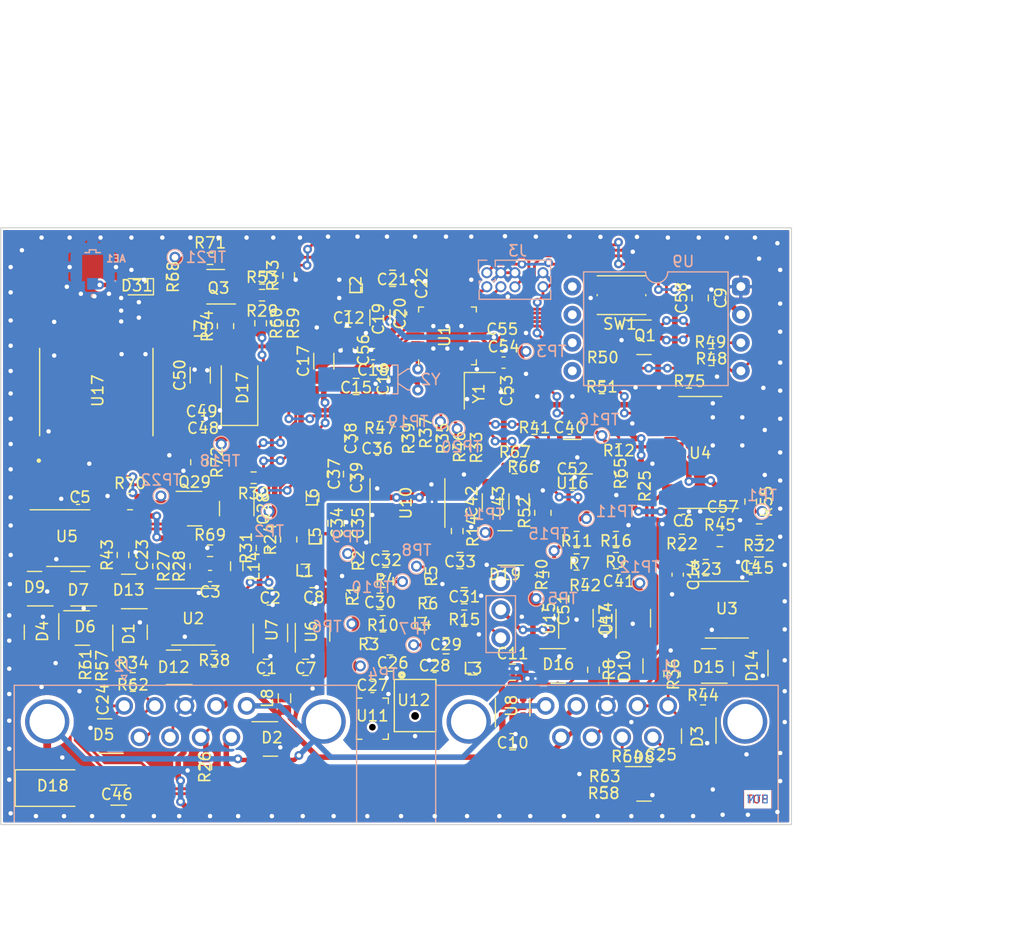
<source format=kicad_pcb>
(kicad_pcb (version 20211014) (generator pcbnew)
  (title_block (date "2023-05-06") (rev "01"))
  (layers (0 "F.Cu" signal) (31 "B.Cu" signal) (34 "B.Paste" user) (35 "F.Paste" user) (36 "B.SilkS" user "B.Silkscreen") (37 "F.SilkS" user "F.Silkscreen") (38 "B.Mask" user) (39 "F.Mask" user) (44 "Edge.Cuts" user))
  (net 0 "")
  (net 1 "VDDA")
  (net 2 "GNDA")
  (net 3 "VBUS")
  (net 4 "GNDD")
  (net 5 "VDD")
  (net 6 "VAA")
  (net 7 "/Decouple")
  (net 8 "/VDCDC")
  (net 9 "/AVDD_MCU")
  (net 10 "/Reset")
  (net 11 "/TX_0V9")
  (net 12 "/RXS+")
  (net 13 "/RXS-")
  (net 14 "/RX+")
  (net 15 "/RX-")
  (net 16 "Net-(C30-Pad1)")
  (net 17 "Net-(C30-Pad2)")
  (net 18 "Net-(C31-Pad1)")
  (net 19 "Net-(C32-Pad1)")
  (net 20 "Net-(C32-Pad2)")
  (net 21 "Net-(C33-Pad1)")
  (net 22 "/Aref")
  (net 23 "/AVDD_ADC")
  (net 24 "Net-(C36-Pad1)")
  (net 25 "/DVCC_ADC")
  (net 26 "Net-(C38-Pad1)")
  (net 27 "Net-(C40-Pad1)")
  (net 28 "Net-(C40-Pad2)")
  (net 29 "Net-(C41-Pad1)")
  (net 30 "Net-(C41-Pad2)")
  (net 31 "Net-(C3-Pad1)")
  (net 32 "/TXS-")
  (net 33 "/TXS+")
  (net 34 "/Ain")
  (net 35 "/TX-")
  (net 36 "/TX+")
  (net 37 "/RXS-OPV")
  (net 38 "/RXS+OPV")
  (net 39 "/RX-OPV")
  (net 40 "/RX+OPV")
  (net 41 "/TXS_0V9")
  (net 42 "/Aoffs")
  (net 43 "/Aout")
  (net 44 "/SWDIO")
  (net 45 "/SWCLK")
  (net 46 "/SWO")
  (net 47 "Net-(JP2-Pad1)")
  (net 48 "Net-(JP2-Pad2)")
  (net 49 "Net-(JP2-Pad3)")
  (net 50 "Net-(L1-Pad2)")
  (net 51 "Net-(L2-Pad2)")
  (net 52 "Net-(L7-Pad1)")
  (net 53 "/VCCgnss")
  (net 54 "Net-(R38-Pad2)")
  (net 55 "Net-(D13-Pad1)")
  (net 56 "/EN_A")
  (net 57 "Net-(D13-Pad3)")
  (net 58 "Net-(D14-Pad1)")
  (net 59 "/TXS_SDO")
  (net 60 "Net-(C24-Pad2)")
  (net 61 "/SCK")
  (net 62 "Net-(D14-Pad3)")
  (net 63 "Net-(D15-Pad1)")
  (net 64 "Net-(Q1-Pad1)")
  (net 65 "/TX")
  (net 66 "/TX_OPV")
  (net 67 "Net-(D15-Pad3)")
  (net 68 "/ENgnss")
  (net 69 "/RXS_SDI")
  (net 70 "/MIC1+")
  (net 71 "/RX")
  (net 72 "Earth")
  (net 73 "/MIC1-")
  (net 74 "Net-(R11-Pad1)")
  (net 75 "/MIC2")
  (net 76 "/ADCsync")
  (net 77 "/ADCsck")
  (net 78 "Net-(R33-Pad1)")
  (net 79 "/ADCmiso")
  (net 80 "Net-(R35-Pad1)")
  (net 81 "/ADCmosi")
  (net 82 "/EN_U15")
  (net 83 "Net-(R37-Pad1)")
  (net 84 "/EN_U14")
  (net 85 "Net-(R39-Pad1)")
  (net 86 "/ADCdrdy")
  (net 87 "/ENmic")
  (net 88 "/ADCclock")
  (net 89 "Net-(R41-Pad1)")
  (net 90 "Net-(R46-Pad1)")
  (net 91 "Net-(R50-Pad1)")
  (net 92 "/AOPV")
  (net 93 "/ENsck")
  (net 94 "Net-(R51-Pad1)")
  (net 95 "/Aconn")
  (net 96 "Net-(U1-Pad9)")
  (net 97 "Net-(U1-Pad10)")
  (net 99 "/SCL")
  (net 100 "/SDA")
  (net 101 "Net-(D16-Pad3)")
  (net 102 "Net-(U4-Pad1)")
  (net 111 "Net-(R59-Pad2)")
  (net 112 "Net-(R60-Pad2)")
  (net 113 "Net-(U1-Pad39)")
  (net 114 "Net-(U1-Pad40)")
  (net 115 "/RX_U17")
  (net 116 "/RXgnss")
  (net 117 "/TXgnss")
  (net 118 "Net-(R71-Pad1)")
  (net 119 "Net-(Q3-Pad1)")
  (net 120 "Net-(R75-Pad2)")
  (net 131 "/VDDmic1")
  (net 132 "/VDDmic2")
  (net 133 "Net-(D12-Pad1)")
  (net 134 "/Athru")
  (net 135 "Net-(C33-Pad2)")
  (net 136 "/ArefBoost")
  (net 137 "Net-(C4-Pad1)")
  (net 138 "/AoutU4")
  (net 139 "/AinU4")
  (net 140 "Net-(C1-Pad1)")
  (net 141 "/EN_U8")
  (net 142 "Net-(Q28-Pad2)")
  (net 143 "Net-(Q28-Pad3)")
  (net 144 "Net-(Q29-Pad1)")
  (net 145 "/TX_U17")
  (net 146 "Net-(R31-Pad1)")
  (net 147 "/Ant")
  (net 148 "Net-(R55-Pad1)")
  (net 149 "Net-(C25-Pad2)")
  (footprint "Package_TO_SOT_SMD:SOT-23" (layer "F.Cu") (at 97.155 165.354)
    (fp_text reference "D2")
    (fp_text value "ESD5V2")
  )
  (footprint "Package_SO:SOIC-8_3.9x4.9mm_P1.27mm" (layer "F.Cu") (at 90.17 154.305)
    (fp_text reference "U2")
    (fp_text value "MCP6542")
  )
  (footprint "Inductor_SMD:L_0805_2012Metric" (layer "F.Cu") (at 141.351 148.336 180)
    (fp_text reference "L15")
    (fp_text value "Ferrit")
  )
  (footprint "Capacitor_SMD:C_0805_2012Metric" (layer "F.Cu") (at 114.3 149.225)
    (fp_text reference "C33")
    (fp_text value "1n")
  )
  (footprint "Capacitor_SMD:C_0603_1608Metric" (layer "F.Cu") (at 105.0421 141.732 -90)
    (fp_text reference "C39")
    (fp_text value "100n")
  )
  (footprint "Resistor_SMD:R_0603_1608Metric_Pad0.98x0.95mm_HandSolder" (layer "F.Cu") (at 91.694 121.92)
    (fp_text reference "R71")
    (fp_text value "100k")
  )
  (footprint "Capacitor_SMD:C_0603_1608Metric" (layer "F.Cu") (at 104.14 130.175 -90)
    (fp_text reference "C56")
    (fp_text value "100n")
  )
  (footprint "Capacitor_SMD:C_0603_1608Metric" (layer "F.Cu") (at 122.24 153.67 -90)
    (fp_text reference "C51")
    (fp_text value "100n")
  )
  (footprint "Inductor_SMD:L_0805_2012Metric" (layer "F.Cu") (at 101.219 147.32 90)
    (fp_text reference "L5")
    (fp_text value "Ferrit")
  )
  (footprint "Capacitor_SMD:C_0805_2012Metric" (layer "F.Cu") (at 136.017 125.476 90)
    (fp_text reference "C58")
    (fp_text value "1µ")
  )
  (footprint "Package_TO_SOT_SMD:SOT-23-5" (layer "F.Cu") (at 119.06 162.4678 90)
    (fp_text reference "U8")
    (fp_text value "TPS7A2030")
  )
  (footprint "Package_TO_SOT_SMD:SOT-23" (layer "F.Cu") (at 123.19 158.75)
    (fp_text reference "D16")
    (fp_text value "BAT54S")
  )
  (footprint "Capacitor_SMD:C_0805_2012Metric" (layer "F.Cu") (at 104.14 127.381 180)
    (fp_text reference "C12")
    (fp_text value "4µ7")
  )
  (footprint "Capacitor_SMD:C_0805_2012Metric" (layer "F.Cu") (at 107.569 149.098)
    (fp_text reference "C32")
    (fp_text value "1n")
  )
  (footprint "Resistor_SMD:R_0603_1608Metric" (layer "F.Cu") (at 111.379 153.035)
    (fp_text reference "R6")
    (fp_text value "10k")
  )
  (footprint "Capacitor_SMD:C_0603_1608Metric" (layer "F.Cu") (at 118.118 129.727876)
    (fp_text reference "C55")
    (fp_text value "100n")
  )
  (footprint "Resistor_SMD:R_0603_1608Metric" (layer "F.Cu") (at 127.381 168.656)
    (fp_text reference "R63")
    (fp_text value "10k")
  )
  (footprint "Resistor_SMD:R_0805_2012Metric" (layer "F.Cu") (at 136.271 161.544 180)
    (fp_text reference "R44")
    (fp_text value "2k2")
  )
  (footprint "Inductor_SMD:L_0805_2012Metric" (layer "F.Cu") (at 94.107 149.733 -90)
    (fp_text reference "L14")
    (fp_text value "Ferrit")
  )
  (footprint "Capacitor_SMD:C_0603_1608Metric" (layer "F.Cu") (at 91.059 135.636)
    (fp_text reference "C49")
    (fp_text value "47p")
  )
  (footprint "Resistor_SMD:R_0603_1608Metric" (layer "F.Cu") (at 109.5679 138.176 90)
    (fp_text reference "R39")
    (fp_text value "22")
  )
  (footprint "Capacitor_SMD:C_0805_2012Metric" (layer "F.Cu") (at 103.0881 145.845 90)
    (fp_text reference "C34")
    (fp_text value "1µ")
  )
  (footprint "Resistor_SMD:R_0603_1608Metric_Pad0.98x0.95mm_HandSolder" (layer "F.Cu") (at 137.795 147.447)
    (fp_text reference "R45")
    (fp_text value "100k")
  )
  (footprint "Capacitor_SMD:C_1206_3216Metric" (layer "F.Cu") (at 117.221 143.891 90)
    (fp_text reference "C42")
    (fp_text value "10µ")
  )
  (footprint "Capacitor_SMD:C_0603_1608Metric" (layer "F.Cu") (at 106.807 139.192 180)
    (fp_text reference "C36")
    (fp_text value "220n")
  )
  (footprint "Resistor_SMD:R_0805_2012Metric" (layer "F.Cu") (at 128.397 149.225)
    (fp_text reference "R9")
    (fp_text value "220k")
  )
  (footprint "Resistor_SMD:R_0603_1608Metric" (layer "F.Cu") (at 135.001 133.096 180)
    (fp_text reference "R75")
    (fp_text value "10k")
  )
  (footprint "Capacitor_SMD:C_0603_1608Metric" (layer "F.Cu") (at 104.521 138.176 -90)
    (fp_text reference "C38")
    (fp_text value "10p")
  )
  (footprint "Resistor_SMD:R_0805_2012Metric" (layer "F.Cu") (at 87.249 149.733 -90)
    (fp_text reference "R28")
    (fp_text value "1M")
  )
  (footprint "Resistor_SMD:R_0603_1608Metric" (layer "F.Cu") (at 115.697 138.938 90)
    (fp_text reference "R33")
    (fp_text value "22")
  )
  (footprint "Inductor_SMD:L_0805_2012Metric" (layer "F.Cu") (at 90.805 128.016 -90)
    (fp_text reference "L7")
    (fp_text value "Ferrit")
  )
  (footprint "Capacitor_SMD:C_0603_1608Metric" (layer "F.Cu") (at 112.000876 158.83 180)
    (fp_text reference "C28")
    (fp_text value "100n")
  )
  (footprint "Resistor_SMD:R_0603_1608Metric" (layer "F.Cu") (at 81.915 158.75 -90)
    (fp_text reference "R57")
    (fp_text value "10k")
  )
  (footprint "Capacitor_SMD:C_0603_1608Metric" (layer "F.Cu") (at 132.461 166.878 180)
    (fp_text reference "C25")
    (fp_text value "47p")
  )
  (footprint "Resistor_SMD:R_0603_1608Metric" (layer "F.Cu") (at 80.391 158.75 -90)
    (fp_text reference "R61")
    (fp_text value "10k")
  )
  (footprint "Capacitor_SMD:C_0603_1608Metric" (layer "F.Cu") (at 106.3752 160.655)
    (fp_text reference "C27")
    (fp_text value "100n")
  )
  (footprint "Resistor_SMD:R_0805_2012Metric" (layer "F.Cu") (at 133.477 159.512 90)
    (fp_text reference "R36")
    (fp_text value "2k2")
  )
  (footprint "Capacitor_SMD:C_0603_1608Metric" (layer "F.Cu") (at 106.426 130.556 180)
    (fp_text reference "C18")
    (fp_text value "10n")
  )
  (footprint "Capacitor_SMD:C_0603_1608Metric" (layer "F.Cu") (at 91.059 137.16)
    (fp_text reference "C48")
    (fp_text value "100n")
  )
  (footprint "Resistor_SMD:R_0603_1608Metric" (layer "F.Cu") (at 83.82 148.717 90)
    (fp_text reference "R43")
    (fp_text value "620k")
  )
  (footprint "Capacitor_SMD:C_0603_1608Metric" (layer "F.Cu") (at 107.442 132.842 -90)
    (fp_text reference "C16")
    (fp_text value "100n")
  )
  (footprint "Resistor_SMD:R_0603_1608Metric" (layer "F.Cu") (at 107.061 137.16)
    (fp_text reference "R47")
    (fp_text value "22")
  )
  (footprint "Capacitor_SMD:C_0805_2012Metric" (layer "F.Cu") (at 114.681 152.4)
    (fp_text reference "C31")
    (fp_text value "1n")
  )
  (footprint "Resistor_SMD:R_0805_2012Metric" (layer "F.Cu") (at 124.841 149.352)
    (fp_text reference "R7")
    (fp_text value "100k")
  )
  (footprint "Inductor_SMD:L_0805_2012Metric" (layer "F.Cu") (at 100.33 150.114 180)
    (fp_text reference "L1")
    (fp_text value "Ferrit")
  )
  (footprint "Capacitor_SMD:C_0603_1608Metric" (layer "F.Cu") (at 85.471 148.717 90)
    (fp_text reference "C23")
    (fp_text value "10n")
  )
  (footprint "Resistor_SMD:R_0603_1608Metric" (layer "F.Cu") (at 127.381 170.18)
    (fp_text reference "R58")
    (fp_text value "10k")
  )
  (footprint "Package_TO_SOT_SMD:SOT-23" (layer "F.Cu") (at 118.364 148.082 180)
    (fp_text reference "D19")
    (fp_text value "BAT54S")
  )
  (footprint "Capacitor_SMD:C_0805_2012Metric" (layer "F.Cu") (at 96.774 158.877)
    (fp_text reference "C1")
    (fp_text value "1µ")
  )
  (footprint "Package_TO_SOT_SMD:SOT-23" (layer "F.Cu") (at 129.286 158.75 90)
    (fp_text reference "D10")
    (fp_text value "ESD5V2")
  )
  (footprint "Resistor_SMD:R_0603_1608Metric" (layer "F.Cu") (at 128.651 139.192)
    (fp_text reference "R12")
    (fp_text value "1k")
  )
  (footprint "Resistor_SMD:R_0603_1608Metric_Pad0.98x0.95mm_HandSolder" (layer "F.Cu") (at 141.351 146.431 180)
    (fp_text reference "R32")
    (fp_text value "100k")
  )
  (footprint "Package_TO_SOT_SMD:SOT-23" (layer "F.Cu") (at 76.454 155.702 -90)
    (fp_text reference "D4")
    (fp_text value "BAT54S")
  )
  (footprint "Capacitor_SMD:C_0805_2012Metric" (layer "F.Cu") (at 119.0528 159.316)
    (fp_text reference "C11")
    (fp_text value "1µ")
  )
  (footprint "Resistor_SMD:R_0603_1608Metric" (layer "F.Cu") (at 120.015 139.319 180)
    (fp_text reference "R66")
    (fp_text value "620k")
  )
  (footprint "Capacitor_SMD:C_0805_2012Metric" (layer "F.Cu") (at 108.204 123.698)
    (fp_text reference "C21")
    (fp_text value "2µ2")
  )
  (footprint "Capacitor_SMD:C_0805_2012Metric" (layer "F.Cu") (at 119.06 165.608)
    (fp_text reference "C10")
    (fp_text value "1µ")
  )
  (footprint "Package_TO_SOT_SMD:SOT-23" (layer "F.Cu") (at 136.779 158.75 180)
    (fp_text reference "D15")
    (fp_text value "BAV99")
  )
  (footprint "Resistor_SMD:R_0603_1608Metric" (layer "F.Cu") (at 91.694 148.336)
    (fp_text reference "R69")
    (fp_text value "470k")
  )
  (footprint "Capacitor_SMD:C_1206_3216Metric" (layer "F.Cu") (at 83.439 170.434)
    (fp_text reference "C46")
    (fp_text value "1n 2kV")
  )
  (footprint "Capacitor_SMD:C_0805_2012Metric" (layer "F.Cu") (at 97.1202 152.5087)
    (fp_text reference "C2")
    (fp_text value "1µ")
  )
  (footprint "Capacitor_SMD:C_0603_1608Metric" (layer "F.Cu") (at 133.985 150.495 -90)
    (fp_text reference "C14")
    (fp_text value "10n")
  )
  (footprint "Package_TO_SOT_SMD:SOT-23" (layer "F.Cu") (at 140.589 159.004 -90)
    (property "Reference" "D14")
    (property "Value" "BAV99")
    (fp_text reference "D14")
    (fp_text value "BAV99")
  )
  (footprint "Resistor_SMD:R_0603_1608Metric" (layer "F.Cu") (at 112.649 138.176 90)
    (fp_text reference "R35")
    (fp_text value "22")
  )
  (footprint "Capacitor_SMD:C_0805_2012Metric" (layer "F.Cu") (at 104.902 133.477)
    (fp_text reference "C15")
    (fp_text value "1µ")
  )
  (footprint "Resistor_SMD:R_0603_1608Metric" (layer "F.Cu") (at 96.393 123.698 180)
    (fp_text reference "R53")
    (fp_text value "10k")
  )
  (footprint "Resistor_SMD:R_0603_1608Metric" (layer "F.Cu") (at 140.589 143.891 -90)
    (fp_text reference "R55")
    (fp_text value "1k")
  )
  (footprint "Resistor_SMD:R_0805_2012Metric" (layer "F.Cu") (at 134.366 147.574)
    (fp_text reference "R22")
    (fp_text value "1M")
  )
  (footprint "Capacitor_SMD:C_0603_1608Metric" (layer "F.Cu") (at 91.694 150.622 180)
    (fp_text reference "C3")
    (fp_text value "100n")
  )
  (footprint "Capacitor_SMD:C_0603_1608Metric" (layer "F.Cu") (at 118.237 131.318)
    (fp_text reference "C54")
    (fp_text value "100n")
  )
  (footprint "KnowlesAnalog:Knowles_LGA-6_3.5x2.65mm" (layer "F.Cu") (at 106.3745 163.521615)
    (fp_text reference "U11")
    (fp_text value "SPH8878")
  )
  (footprint "Resistor_SMD:R_0603_1608Metric" (layer "F.Cu") (at 97.79 127.762 -90)
    (fp_text reference "R59")
    (fp_text value "1k")
  )
  (footprint "Capacitor_SMD:C_0603_1608Metric" (layer "F.Cu") (at 79.756 143.637 180)
    (fp_text reference "C5")
    (fp_text value "100n")
  )
  (footprint "Resistor_SMD:R_0805_2012Metric" (layer "F.Cu") (at 90.678 140.335 -90)
    (fp_text reference "R72")
    (fp_text value "1M")
  )
  (footprint "Resistor_SMD:R_0603_1608Metric" (layer "F.Cu") (at 130.937 142.494 90)
    (fp_text reference "R25")
    (fp_text value "1k")
  )
  (footprint "Package_TO_SOT_SMD:SOT-23" (layer "F.Cu") (at 94.107 144.526 -90)
    (fp_text reference "Q28")
    (fp_text value "BC857")
  )
  (footprint "Package_TO_SOT_SMD:SOT-23" (layer "F.Cu") (at 75.819 151.765 180)
    (fp_text reference "D9")
    (fp_text value "BAT54S")
  )
  (footprint "Resistor_SMD:R_0805_2012Metric" (layer "F.Cu") (at 92.075 158.115)
    (fp_text reference "R38")
    (fp_text value "2k2")
  )
  (footprint "Capacitor_SMD:C_1206_3216Metric" (layer "F.Cu") (at 119.634 143.891 90)
    (fp_text reference "C43")
    (fp_text value "10µ")
  )
  (footprint "Resistor_SMD:R_0603_1608Metric" (layer "F.Cu") (at 126.365 159.1075 -90)
    (fp_text reference "R8")
    (fp_text value "10k")
  )
  (footprint "Package_TO_SOT_SMD:SOT-23-3" (layer "F.Cu") (at 92.202 124.46 180)
    (fp_text reference "Q3")
    (fp_text value "YJL2301F")
  )
  (footprint "Resistor_SMD:R_0603_1608Metric" (layer "F.Cu") (at 129.413 166.878)
    (fp_text reference "R64")
    (fp_text value "1k")
  )
  (footprint "Capacitor_SMD:C_0603_1608Metric" (layer "F.Cu") (at 108.966 126.873 -90)
    (fp_text reference "C20")
    (fp_text value "100n")
  )
  (footprint "Diode_SMD:D_0603_1608Metric" (layer "F.Cu") (at 85.09 124.46 180)
    (fp_text reference "D31")
    (fp_text value "TVS")
  )
  (footprint "Package_SO:SOIC-16_3.9x9.9mm_P1.27mm" (layer "F.Cu") (at 136.017 139.446 180)
    (property "Reference" "U4")
    (property "Value" "NLAS4053A")
    (fp_text reference "U4")
    (fp_text value "NLAS4053A")
  )
  (footprint "Capacitor_SMD:C_0603_1608Metric" (layer "F.Cu") (at 110.736 124.141626 90)
    (fp_text reference "C22")
    (fp_text value "100n")
  )
  (footprint "Diode_SMD:D_SMA" (layer "F.Cu") (at 77.47 169.799)
    (fp_text reference "D18")
    (fp_text value "TVS")
  )
  (footprint "Package_TO_SOT_SMD:SOT-23" (layer "F.Cu") (at 80.137 155.321)
    (fp_text reference "D6")
    (fp_text value "BAT54S")
  )
  (footprint "Capacitor_SMD:C_0805_2012Metric" (layer "F.Cu") (at 100.9902 152.4087)
    (fp_text reference "C8")
    (fp_text value "1µ")
  )
  (footprint "Capacitor_SMD:C_0603_1608Metric" (layer "F.Cu") (at 104.9881 145.845 90)
    (fp_text reference "C35")
    (fp_text value "100n")
  )
  (footprint "Capacitor_SMD:C_0603_1608Metric" (layer "F.Cu") (at 124.46 142.367)
    (fp_text reference "C52")
    (fp_text value "100n")
  )
  (footprint "Package_TO_SOT_SMD:SOT-23" (layer "F.Cu") (at 82.169 165.1 180)
    (fp_text reference "D5")
    (fp_text value "ESD5V2")
  )
  (footprint "Resistor_SMD:R_0603_1608Metric" (layer "F.Cu") (at 121.031 137.287 180)
    (fp_text reference "R41")
    (fp_text value "10k")
  )
  (footprint "Capacitor_SMD:C_0603_1608Metric" (layer "F.Cu") (at 138.049 145.796)
    (fp_text reference "C57")
    (fp_text value "100n")
  )
  (footprint "Resistor_SMD:R_0603_1608Metric" (layer "F.Cu") (at 127.127 130.81 180)
    (fp_text reference "R50")
    (fp_text value "10k")
  )
  (footprint "Button_Switch_SMD:SW_Push_1P1T_NO_Vertical_Wuerth_434133025816" (layer "F.Cu") (at 128.905 125.222 180)
    (fp_text reference "SW1")
    (fp_text value "Reset")
  )
  (footprint "Capacitor_SMD:C_0603_1608Metric" (layer "F.Cu") (at 137.795 125.476 90)
    (fp_text reference "C9")
    (fp_text value "100n")
  )
  (footprint "Capacitor_SMD:C_0603_1608Metric" (layer "F.Cu") (at 134.493 145.542)
    (fp_text reference "C6")
    (fp_text value "100n")
  )
  (footprint "Resistor_SMD:R_0805_2012Metric" (layer "F.Cu") (at 84.709 158.623 180)
    (fp_text reference "R34")
    (fp_text value "2k2")
  )
  (footprint "Resistor_SMD:R_0603_1608Metric" (layer "F.Cu") (at 105.029 149.225 90)
    (fp_text reference "R2")
    (fp_text value "1k")
  )
  (footprint "Resistor_SMD:R_0603_1608Metric" (layer "F.Cu") (at 128.905 141.478 -90)
    (fp_text reference "R65")
    (fp_text value "1k")
  )
  (footprint "Package_TO_SOT_SMD:SOT-23-6" (layer "F.Cu") (at 124.46 139.827 180)
    (fp_text reference "U16")
    (fp_text value "TLV9051S")
  )
  (footprint "Resistor_SMD:R_0603_1608Metric" (layer "F.Cu") (at 137.033 131.064 180)
    (fp_text reference "R48")
    (fp_text value "10k")
  )
  (footprint "Resistor_SMD:R_0805_2012Metric" (layer "F.Cu") (at 98.806 147.32 90)
    (fp_text reference "R24")
    (fp_text value "1")
  )
  (footprint "Diode_SMD:D_SMA" (layer "F.Cu") (at 94.361 133.604 90)
    (fp_text reference "D17")
    (fp_text value "TVS")
  )
  (footprint "Inductor_SMD:L_0805_2012Metric" (layer "F.Cu") (at 110.870876 154.94)
    (fp_text reference "L4")
    (fp_text value "Ferrit")
  )
  (footprint "Capacitor_SMD:C_0805_2012Metric" (layer "F.Cu") (at 103.0261 141.4 -90)
    (fp_text reference "C37")
    (fp_text value "1µ")
  )
  (footprint "Resistor_SMD:R_0603_1608Metric" (layer "F.Cu") (at 91.313 167.894 -90)
    (fp_text reference "R26")
    (fp_text value "1k")
  )
  (footprint "Resistor_SMD:R_0603_1608Metric" (layer "F.Cu") (at 88.265 123.571 90)
    (fp_text reference "R68")
    (fp_text value "1k")
  )
  (footprint "Package_TO_SOT_SMD:SOT-23" (layer "F.Cu") (at 88.392 158.877 180)
    (fp_text reference "D12")
    (fp_text value "BAV99")
  )
  (footprint "Resistor_SMD:R_0603_1608Metric" (layer "F.Cu") (at 84.709 160.528 180)
    (fp_text reference "R62")
    (fp_text value "1k")
  )
  (footprint "Resistor_SMD:R_0603_1608Metric" (layer "F.Cu") (at 127.127 133.604 180)
    (fp_text reference "R51")
    (fp_text value "10k")
  )
  (footprint "Resistor_SMD:R_0805_2012Metric" (layer "F.Cu") (at 93.091 128.016 90)
    (fp_text reference "R54")
    (fp_text value "1M")
  )
  (footprint "Capacitor_SMD:C_0603_1608Metric" (layer "F.Cu") (at 81.915 161.798 90)
    (fp_text reference "C24")
    (fp_text value "47p")
  )
  (footprint "Resistor_SMD:R_0603_1608Metric" (layer "F.Cu") (at 96.266 127.762 -90)
    (fp_text reference "R60")
    (fp_text value "1k")
  )
  (footprint "ICS-40300:MIC_ICS-40300" (layer "F.Cu") (at 110.236 163.275)
    (fp_text reference "U12")
    (fp_text value "ICS-40300")
  )
  (footprint "Package_DFN_QFN:QFN-40-1EP_5x5mm_P0.4mm_EP3.8x3.8mm" (layer "F.Cu") (at 113.165 128.905 90)
    (fp_text reference "U1")
    (fp_text value "EFM32PG22-QFN40")
  )
  (footprint "Inductor_SMD:L_0805_2012Metric" (layer "F.Cu") (at 115.443 159.004)
    (fp_text reference "L3")
    (fp_text value "Ferrit")
  )
  (footprint "Package_TO_SOT_SMD:SOT-23-5" (layer "F.Cu") (at 97.1442 155.7627 90)
    (fp_text reference "U7")
    (fp_text value "TPS7A20185")
  )
  (footprint "Resistor_SMD:R_0805_2012Metric" (layer "F.Cu") (at 128.397 147.32)
    (fp_text reference "R16")
    (fp_text value "220k")
  )
  (footprint "Package_TO_SOT_SMD:SOT-23" (layer "F.Cu") (at 84.328 152.019 180)
    (fp_text reference "D13")
    (fp_text value "BAV99")
  )
  (footprint "Resistor_SMD:R_0603_1608Metric" (layer "F.Cu") (at 111.633 150.622 90)
    (fp_text reference "R5")
    (fp_text value "1k")
  )
  (footprint "Resistor_SMD:R_0603_1608Metric" (layer "F.Cu") (at 107.315 151.13)
    (fp_text reference "R4")
    (fp_text value "1k")
  )
  (footprint "Resistor_SMD:R_0805_2012Metric" (layer "F.Cu") (at 124.841 147.32)
    (fp_text reference "R11")
    (fp_text value "100k")
  )
  (footprint "Jumper:Bridged2Bar_Pad1.0x1.5mm" (layer "F.Cu") (at 109.545 143.764 90)
    (fp_text reference "NT1" hide)
    (fp_text value "Conn" hide)
  )
  (footprint "Capacitor_SMD:C_0603_1608Metric" (layer "F.Cu") (at 124.206 137.287 180)
    (fp_text reference "C40")
    (fp_text value "47p")
  )
  (footprint "Inductor_SMD:L_0805_2012Metric" (layer "F.Cu") (at 100.965 143.51 90)
    (fp_text reference "L6")
    (fp_text value "Ferrit")
  )
  (footprint "Resistor_SMD:R_0805_2012Metric" (layer "F.Cu") (at 136.525 149.86)
    (fp_text reference "R23")
    (fp_text value "1M")
  )
  (footprint "Resistor_SMD:R_0805_2012Metric" (layer "F.Cu") (at 114.681 154.432)
    (fp_text reference "R15")
    (fp_text value "100k")
  )
  (footprint "Resistor_SMD:R_0603_1608Metric" (layer "F.Cu") (at 95.631 141.732 180)
    (fp_text reference "R30")
    (fp_text value "470k")
  )
  (footprint "Capacitor_SMD:C_1206_3216Metric" (layer "F.Cu") (at 101.981 131.191 90)
    (fp_text reference "C17")
    (fp_text value "10µ")
  )
  (footprint "Package_SO:TSSOP-20_4.4x6.5mm_P0.65mm" (layer "F.Cu") (at 109.545 144.018 90)
    (fp_text reference "U10")
    (fp_text value "ADS131M02")
  )
  (footprint "Resistor_SMD:R_0805_2012Metric" (layer "F.Cu") (at 121.793 144.907 90)
    (fp_text reference "R52")
    (fp_text value "1M")
  )
  (footprint "Resistor_SMD:R_0603_1608Metric" (layer "F.Cu") (at 121.793 150.495 -90)
    (fp_text reference "R40")
    (fp_text value "10k")
  )
  (footprint "Package_TO_SOT_SMD:SOT-23-6" (layer "F.Cu") (at 129.968437 154.4375 90)
    (fp_text reference "U14")
    (fp_text value "TLV9051S")
  )
  (footprint "Inductor_SMD:L_0805_2012Metric" (layer "F.Cu") (at 104.902 124.587 90)
    (fp_text reference "L2")
    (fp_text value "2u2")
  )
  (footprint "Capacitor_SMD:C_0603_1608Metric" (layer "F.Cu") (at 140.589 149.987 180)
    (fp_text reference "C4")
    (fp_text value "100n")
  )
  (footprint "Resistor_SMD:R_0603_1608Metric" (layer "F.Cu") (at 119.253 140.843)
    (fp_text reference "R67")
    (fp_text value "620k")
  )
  (footprint "Resistor_SMD:R_0603_1608Metric" (layer "F.Cu") (at 125.603 151.384)
    (fp_text reference "R42")
    (fp_text value "10k")
  )
  (footprint "Package_TO_SOT_SMD:SOT-23" (layer "F.Cu") (at 130.937 169.418)
    (fp_text reference "D8")
    (fp_text value "ESD5V2")
  )
  (footprint "Resistor_SMD:R_0603_1608Metric" (layer "F.Cu") (at 111.125 137.668 90)
    (fp_text reference "R37")
    (fp_text value "22")
  )
  (footprint "Package_TO_SOT_SMD:SOT-23" (layer "F.Cu") (at 79.756 151.765 180)
    (fp_text reference "D7")
    (fp_text value "BAT54S")
  )
  (footprint "Package_SO:SOIC-8_3.9x4.9mm_P1.27mm" (layer "F.Cu") (at 138.43 153.67)
    (fp_text reference "U3")
    (fp_text value "MCP6542")
  )
  (footprint "Resistor_SMD:R_0603_1608Metric_Pad0.98x0.95mm_HandSolder" (layer "F.Cu") (at 98.806 123.444 90)
    (fp_text reference "R73")
    (fp_text value "100k")
  )
  (footprint "Resistor_SMD:R_0603_1608Metric" (layer "F.Cu") (at 114.046 146.558 -90)
    (fp_text reference "R14")
    (fp_text value "1k")
  )
  (footprint "Capacitor_SMD:C_0805_2012Metric" (layer "F.Cu") (at 113.03 156.925 180)
    (fp_text reference "C29")
    (fp_text value "1µ")
  )
  (footprint "Package_TO_SOT_SMD:SOT-23" (layer "F.Cu") (at 90.297 144.526)
    (fp_text reference "Q29")
    (fp_text value "BC847")
  )
  (footprint "Resistor_SMD:R_0603_1608Metric" (layer "F.Cu") (at 96.393 125.222 180)
    (fp_text reference "R29")
    (fp_text value "nb")
  )
  (footprint "Resistor_SMD:R_0603_1608Metric" (layer "F.Cu") (at 106.045 156.718)
    (fp_text reference "R3")
    (fp_text value "10k")
  )
  (footprint "Resistor_SMD:R_0603_1608Metric" (layer "F.Cu") (at 96.393 148.082 90)
    (fp_text reference "R31")
    (fp_text value "470k")
  )
  (footprint "Capacitor_SMD:C_0805_2012Metric" (layer "F.Cu") (at 100.33 158.877)
    (fp_text reference "C7")
    (fp_text value "1µ")
  )
  (footprint "Resistor_SMD:R_0805_2012Metric" (layer "F.Cu") (at 89.154 149.733 90)
    (fp_text reference "R27")
    (fp_text value "1M")
  )
  (footprint "Quectel:XCVR_L76-L" (layer "F.Cu") (at 81.407 133.985 90)
    (fp_text reference "U17")
    (fp_text value "L76L")
  )
  (footprint "Capacitor_SMD:C_0805_2012Metric" (layer "F.Cu") (at 107.95 158.496)
    (fp_text reference "C26")
    (fp_text value "1µ")
  )
  (footprint "Package_TO_SOT_SMD:SOT-23-6" (layer "F.Cu") (at 124.78 154.4375 90)
    (fp_text reference "U15")
    (fp_text value "TLV9051S")
  )
  (footprint "Capacitor_SMD:C_0603_1608Metric" (layer "F.Cu") (at 118.618 133.858 -90)
    (fp_text reference "C53")
    (fp_text value "100n")
  )
  (footprint "Crystal:Crystal_SMD_2520-4Pin_2.5x2.0mm" (layer "F.Cu") (at 116.086 133.864126 -90)
    (fp_text reference "Y1")
    (fp_text value "38.4MHz")
  )
  (footprint "Package_TO_SOT_SMD:SOT-23" (layer "F.Cu") (at 135.89 165.1 -90)
    (fp_text reference "D3")
    (fp_text value "ESD5V2")
  )
  (footprint "Package_SO:SOIC-8_3.9x4.9mm_P1.27mm" (layer "F.Cu") (at 78.867 147.193)
    (fp_text reference "U5")
    (fp_text value "MCP6542")
  )
  (footprint "Package_TO_SOT_SMD:SOT-23" (layer "F.Cu") (at 130.937 129.032)
    (fp_text reference "Q1")
    (fp_text value "BC847")
  )
  (footprint "Package_TO_SOT_SMD:SOT-23-5" (layer "F.Cu") (at 100.965 155.7075 90)
    (fp_text reference "U6")
    (fp_text value "TPS7A2030")
  )
  (footprint "Resistor_SMD:R_0603_1608Metric" (layer "F.Cu") (at 114.173 138.938 90)
    (fp_text reference "R46")
    (fp_text value "22")
  )
  (footprint "Capacitor_SMD:C_1206_3216Metric" (layer "F.Cu") (at 90.805 132.461 90)
    (fp_text reference "C50")
    (fp_text value "10µ")
  )
  (footprint "Capacitor_SMD:C_1206_3216Metric" (layer "F.Cu") (at 107.061 127.254 -90)
    (fp_text reference "C19")
    (fp_text value "10µ")
  )
  (footprint "Resistor_SMD:R_0603_1608Metric" (layer "F.Cu") (at 137.033 129.54 180)
    (fp_text reference "R49")
    (fp_text value "10k")
  )
  (footprint "Inductor_SMD:L_0805_2012Metric" (layer "F.Cu") (at 98.425 161.671 90)
    (fp_text reference "L8")
    (fp_text value "Ferrit")
  )
  (footprint "Capacitor_SMD:C_0805_2012Metric" (layer "F.Cu") (at 107.061 152.908)
    (fp_text reference "C30")
    (fp_text value "1n")
  )
  (footprint "Package_TO_SOT_SMD:SOT-23" (layer "F.Cu") (at 84.455 155.702 90)
    (fp_text reference "D1")
    (fp_text value "ESD5V2")
  )
  (footprint "Resistor_SMD:R_0805_2012Metric" (layer "F.Cu") (at 84.455 143.891)
    (fp_text reference "R70")
    (fp_text value "1M")
  )
  (footprint "Resistor_SMD:R_0603_1608Metric" (layer "F.Cu") (at 104.521 152.4 90)
    (fp_text reference "R1")
    (fp_text value "10k")
  )
  (footprint "Resistor_SMD:R_0805_2012Metric" (layer "F.Cu") (at 107.315 154.94)
    (fp_text reference "R10")
    (fp_text value "100k")
  )
  (footprint "Capacitor_SMD:C_0603_1608Metric" (layer "F.Cu") (at 128.651 151.003)
    (fp_text reference "C41")
    (fp_text value "47p")
  )
  (footprint "Capacitor_SMD:C_0603_1608Metric" (layer "F.Cu") (at 127.51 154.6325 -90)
    (fp_text reference "C47")
    (fp_text value "100n")
  )
  (footprint "Quectel:IPEX_20279-001E-03" (layer "B.Cu") (at 81.075 122.671778 -90)
    (fp_text reference "AE1")
    (fp_text value "Ant")
  )
  (footprint "TestPoint:TestPoint_THTPad_D1.0mm_Drill0.6mm" (layer "B.Cu") (at 104.14 148.59 90)
    (fp_text reference "TP9")
    (fp_text value "Flt1+")
  )
  (footprint "TestPoint:TestPoint_THTPad_D1.0mm_Drill0.6mm" (layer "B.Cu") (at 97.028 144.78 180)
    (fp_text reference "TP2")
    (fp_text value "VDD")
  )
  (footprint "TestPoint:TestPoint_THTPad_D1.0mm_Drill0.6mm" (layer "B.Cu") (at 88.519 121.793 90)
    (fp_text reference "TP21")
    (fp_text value "RXgnss")
  )
  (footprint "TestPoint:TestPoint_THTPad_D1.0mm_Drill0.6mm" (layer "B.Cu") (at 110.363 149.733 180)
    (fp_text reference "TP8")
    (fp_text value "Flt2")
  )
  (footprint "Connector_PinHeader_2.54mm:PinHeader_1x03_P2.54mm_Vertical" (layer "B.Cu") (at 117.983 151.13 180)
    (fp_text reference "JP2" hide)
    (fp_text value "Mics")
  )
  (footprint "TestPoint:TestPoint_THTPad_D1.0mm_Drill0.6mm" (layer "B.Cu") (at 116.586 146.685 90)
    (fp_text reference "TP14")
    (fp_text value "Aref")
  )
  (footprint "Jumper:Bridged2Bar_Pad1.0x1.5mm" (layer "B.Cu") (at 111.76 143.891 90)
    (fp_text reference "NT4" hide)
    (fp_text value "Conn" hide)
  )
  (footprint "TestPoint:TestPoint_THTPad_D1.0mm_Drill0.6mm" (layer "B.Cu") (at 130.556 151.257 180)
    (fp_text reference "TP12")
    (fp_text value "Aoffs")
  )
  (footprint "TestPoint:TestPoint_THTPad_D1.0mm_Drill0.6mm" (layer "B.Cu") (at 110.109 156.845 180)
    (fp_text reference "TP7")
    (fp_text value "Mic2")
  )
  (footprint "Crystal:Crystal_C26-LF_D2.1mm_L6.5mm_Horizontal_1EP_style1" (layer "B.Cu") (at 110.482 133.793626 90)
    (fp_text reference "Y2")
    (fp_text value "32.768kHz")
  )
  (footprint "TestPoint:TestPoint_THTPad_D1.0mm_Drill0.6mm" (layer "B.Cu") (at 120.269 130.302 180)
    (fp_text reference "TP3")
    (fp_text value "DVDD")
  )
  (footprint "TestPoint:TestPoint_THTPad_D1.0mm_Drill0.6mm" (layer "B.Cu") (at 127.127 137.922 180)
    (fp_text reference "TP16")
    (fp_text value "AOPV")
  )
  (footprint "TestPoint:TestPoint_THTPad_D1.0mm_Drill0.6mm" (layer "B.Cu") (at 125.73 145.415 180)
    (fp_text reference "TP11")
    (fp_text value "Amp+")
  )
  (footprint "TestPoint:TestPoint_THTPad_D1.0mm_Drill0.6mm" (layer "B.Cu") (at 109.093 151.13 -90)
    (fp_text reference "TP10")
    (fp_text value "Flt1-")
  )
  (footprint "TestPoint:TestPoint_THTPad_D1.0mm_Drill0.6mm" (layer "B.Cu") (at 92.71 138.684)
    (fp_text reference "TP18")
    (fp_text value "Vgnss")
  )
  (footprint "Connector_Dsub:DSUB-9_Male_Horizontal_P2.77x2.84mm_EdgePinOffset7.70mm_Housed_MountingHolesOffset9.12mm" (layer "B.Cu") (at 133.124124 162.365 180)
    (fp_text reference "J1")
    (fp_text value "Main")
  )
  (footprint "TestPoint:TestPoint_THTPad_D1.0mm_Drill0.6mm" (layer "B.Cu") (at 112.522 136.652)
    (fp_text reference "TP19")
    (fp_text value "ADCsck")
  )
  (footprint "TestPoint:TestPoint_THTPad_D1.0mm_Drill0.6mm" (layer "B.Cu") (at 104.521 154.94 -90)
    (fp_text reference "TP6")
    (fp_text value "Mic1+")
  )
  (footprint "TestPoint:TestPoint_THTPad_D1.0mm_Drill0.6mm" (layer "B.Cu") (at 87.249 143.383 180)
    (fp_text reference "TP22")
    (fp_text value "TXgnss")
  )
  (footprint "Connector_PinHeader_1.27mm:PinHeader_2x05_P1.27mm_Vertical" (layer "B.Cu") (at 116.722411 123.19 -90)
    (fp_text reference "J3")
    (fp_text value "SWD")
  )
  (footprint "Jumper:Bridged2Bar_Pad1.0x1.5mm" (layer "B.Cu") (at 118.73 159.004)
    (fp_text reference "NT2" hide)
    (fp_text value "Conn" hide)
  )
  (footprint "Package_DIP:DIP-8_W7.62mm_L15.25mm" (layer "B.Cu") (at 139.7 124.447 180)
    (fp_text reference "U9")
    (fp_text value "AMS_5935")
  )
  (footprint "Jumper:Bridged2Bar_Pad1.0x1.5mm" (layer "B.Cu") (at 121.158 159.893 180)
    (fp_text reference "NT3" hide)
    (fp_text value "Conn" hide)
  )
  (footprint "TestPoint:TestPoint_THTPad_D1.0mm_Drill0.6mm" (layer "B.Cu") (at 105.283 158.75 180)
    (fp_text reference "TP4")
    (fp_text value "Mic1-")
  )
  (footprint "TestPoint:TestPoint_THTPad_D1.0mm_Drill0.6mm" (layer "B.Cu") (at 114.046 137.287)
    (fp_text reference "TP20")
    (fp_text value "ADCdrdy")
  )
  (footprint "TestPoint:TestPoint_THTPad_D1.0mm_Drill0.6mm" (layer "B.Cu") (at 121.1834 152.654 90)
    (fp_text reference "TP5")
    (fp_text value "VAA")
  )
  (footprint "TestPoint:TestPoint_THTPad_D1.0mm_Drill0.6mm" (layer "B.Cu") (at 122.809 148.336 180)
    (fp_text reference "TP15")
    (fp_text value "Amp-")
  )
  (footprint "Connector_Dsub:DSUB-9_Female_Horizontal_P2.77x2.84mm_EdgePinOffset7.70mm_Housed_MountingHolesOffset9.12mm" (layer "B.Cu") (at 83.924124 162.365 180)
    (fp_text reference "J2")
    (fp_text value "Sub")
  )
  (footprint "TestPoint:TestPoint_THTPad_D1.0mm_Drill0.6mm" (layer "B.Cu") (at 141.605 144.78 180)
    (fp_text reference "TP1")
    (fp_text value "VBUS")
  )
  (gr_circle (center 73.787 120.269) (end 74.037 120.269) (layer "F.Cu") (width 0.2) (fill solid))
  (gr_circle (center 141.351 169.545) (end 141.601 169.545) (layer "F.Cu") (width 0.2) (fill solid))
  (gr_rect (start 72.771 119.126) (end 144.272 173.101) (layer "Edge.Cuts") (width 0.1) (fill none))
  (gr_text "TOP" (at 141.224 170.815) (layer "F.Cu") (effects (font (size 0.7 0.7) (thickness 0.1))))
  (gr_text "BTM" (at 141.224 170.815) (layer "B.Cu") (effects (font (size 0.7 0.7) (thickness 0.1)) (justify mirror)))
  (segment (start 118.11 167.005) (end 101.436458 167.005) (width 0.5) (layer "F.Cu") (net 1))
  (segment (start 123.204823 163.449) (end 121.412 165.241823) (width 0.5) (layer "F.Cu") (net 1))
  (segment (start 101.436458 167.005) (end 97.880458 163.449) (width 0.5) (layer "F.Cu") (net 1))
  (segment (start 118.11 163.6053) (end 118.11 165.608) (width 0.5) (layer "F.Cu") (net 1))
  (segment (start 97.880458 163.190724) (end 95.604734 160.915) (width 0.5) (layer "F.Cu") (net 1))
  (segment (start 124.814124 162.365) (end 123.730124 163.449) (width 0.5) (layer "F.Cu") (net 1))
  (segment (start 97.880458 163.449) (end 97.880458 163.190724) (width 0.5) (layer "F.Cu") (net 1))
  (segment (start 95.604734 160.915) (end 94.39966 160.915) (width 0.5) (layer "F.Cu") (net 1))
  (segment (start 120.65 167.005) (end 118.11 167.005) (width 0.5) (layer "F.Cu") (net 1))
  (segment (start 96.2175 164.404) (end 96.925458 164.404) (width 0.5) (layer "F.Cu") (net 1))
  (segment (start 121.412 166.243) (end 120.65 167.005) (width 0.5) (layer "F.Cu") (net 1))
  (segment (start 121.412 165.241823) (end 121.412 166.243) (width 0.5) (layer "F.Cu") (net 1))
  (segment (start 94.39966 160.915) (end 92.94966 162.365) (width 0.5) (layer "F.Cu") (net 1))
  (segment (start 96.925458 164.404) (end 97.880458 163.449) (width 0.5) (layer "F.Cu") (net 1))
  (segment (start 92.94966 162.365) (end 92.234124 162.365) (width 0.5) (layer "F.Cu") (net 1))
  (segment (start 118.11 165.1) (end 118.11 167.005) (width 0.5) (layer "F.Cu") (net 1))
  (segment (start 123.730124 163.449) (end 123.204823 163.449) (width 0.5) (layer "F.Cu") (net 1))
  (segment (start 125.235 141.854817) (end 124.435 141.054817) (width 0.4) (layer "F.Cu") (net 2))
  (segment (start 107.1502 160.1848) (end 107.1502 160.655) (width 0.5) (layer "F.Cu") (net 2))
  (segment (start 108.9 158.496) (end 108.9 158.9052) (width 0.5) (layer "F.Cu") (net 2))
  (segment (start 111.225876 159.592331) (end 111.225876 158.83) (width 0.4) (layer "F.Cu") (net 2))
  (segment (start 106.3625 145.0975) (end 107.27 146.005) (width 0.5) (layer "F.Cu") (net 2))
  (segment (start 124.78 155.575) (end 124.78 155.006) (width 0.4) (layer "F.Cu") (net 2))
  (segment (start 129.968437 154.987437) (end 129.921 154.94) (width 0.4) (layer "F.Cu") (net 2))
  (segment (start 127.51 155.4075) (end 127.51 155.950402) (width 0.25) (layer "F.Cu") (net 2))
  (segment (start 108.966 164.065) (end 108.966 163.068) (width 0.25) (layer "F.Cu") (net 2))
  (segment (start 116.332 151.13) (end 116.84 151.638) (width 0.35) (layer "F.Cu") (net 2))
  (segment (start 108.9 158.9052) (end 108.4298 158.9052) (width 0.5) (layer "F.Cu") (net 2))
  (segment (start 108.966 163.068) (end 108.966 161.925) (width 0.25) (layer "F.Cu") (net 2))
  (segment (start 125.235 142.367) (end 125.235 141.854817) (width 0.4) (layer "F.Cu") (net 2))
  (segment (start 108.937615 163.039615) (end 108.966 163.068) (width 0.25) (layer "F.Cu") (net 2))
  (segment (start 107.212 163.039615) (end 108.937615 163.039615) (width 0.25) (layer "F.Cu") (net 2))
  (segment (start 124.78 155.006) (end 124.219 154.445) (width 0.4) (layer "F.Cu") (net 2))
  (segment (start 124.435 140.36) (end 124.9045 139.8905) (width 0.4) (layer "F.Cu") (net 2))
  (segment (start 112.6735 156.925) (end 112.8805 156.718) (width 0.25) (layer "F.Cu") (net 2))
  (segment (start 129.921 154.94) (end 129.413 154.432) (width 0.4) (layer "F.Cu") (net 2))
  (segment (start 129.169701 157.928799) (end 129.286 157.8125) (width 0.25) (layer "F.Cu") (net 2))
  (segment (start 117.221 142.416) (end 117.221 143.51) (width 0.5) (layer "F.Cu") (net 2))
  (segment (start 108.966 161.925) (end 108.4202 161.925) (width 0.25) (layer "F.Cu") (net 2))
  (segment (start 124.219 154.445) (end 122.796 154.445) (width 0.4) (layer "F.Cu") (net 2))
  (segment (start 115.936 144.414) (end 117.221 143.129) (width 0.5) (layer "F.Cu") (net 2))
  (segment (start 129.968437 155.190749) (end 129.968437 154.987437) (width 0.4) (layer "F.Cu") (net 2))
  (segment (start 124.568079 149.202929) (end 124.204571 149.202929) (width 0.25) (layer "F.Cu") (net 2))
  (segment (start 125.235 142.249523) (end 125.235 142.367) (width 0.4) (layer "F.Cu") (net 2))
  (segment (start 124.670176 141.684699) (end 125.235 142.249523) (width 0.4) (layer "F.Cu") (net 2))
  (segment (start 128.4855 154.432) (end 127.51 155.4075) (width 0.4) (layer "F.Cu") (net 2))
  (segment (start 107.27 146.005) (end 107.27 146.8805) (width 0.5) (layer "F.Cu") (net 2))
  (segment (start 124.435 141.054817) (end 124.435 140.36) (width 0.4) (layer "F.Cu") (net 2))
  (segment (start 106.3625 145.0975) (end 108.8615 145.0975) (width 0.5) (layer "F.Cu") (net 2))
  (segment (start 112.924 151.13) (end 116.332 151.13) (width 0.35) (layer "F.Cu") (net 2))
  (segment (start 110.163207 160.655) (end 111.225876 159.592331) (width 0.4) (layer "F.Cu") (net 2))
  (segment (start 123.187609 157.8) (end 123.283401 157.895792) (width 0.25) (layer "F.Cu") (net 2))
  (segment (start 128.591799 157.928799) (end 129.169701 157.928799) (width 0.25) (layer "F.Cu") (net 2))
  (segment (start 107.212 163.039615) (end 107.212 164.338) (width 0.25) (layer "F.Cu") (net 2))
  (segment (start 112.08 157.668) (end 111.225876 158.522124) (width 0.5) (layer "F.Cu") (net 2))
  (segment (start 118.667 142.416) (end 117.221 142.416) (width 0.5) (layer "F.Cu") (net 2))
  (segment (start 107.212 164.338) (end 106.595885 164.954115) (width 0.25) (layer "F.Cu") (net 2))
  (segment (start 116.84 151.638) (end 116.84 152.4) (width 0.35) (layer "F.Cu") (net 2))
  (segment (start 112.08 156.925) (end 112.6735 156.925) (width 0.25) (layer "F.Cu") (net 2))
  (segment (start 111.506 164.065) (end 111.506 161.925) (width 0.25) (layer "F.Cu") (net 2))
  (segment (start 117.221 143.129) (end 117.221 142.416) (width 0.5) (layer "F.Cu") (net 2))
  (segment (start 109.066 163.965) (end 108.966 164.065) (width 0.25) (layer "F.Cu") (net 2))
  (segment (start 122.2525 157.8) (end 123.187609 157.8) (width 0.25) (layer "F.Cu") (net 2))
  (segment (start 103.0881 144.895) (end 103.1525 144.895) (width 0.25) (layer "F.Cu") (net 2))
  (segment (start 103.1525 144.895) (end 104.013 145.7555) (width 0.7) (layer "F.Cu") (net 2))
  (segment (start 111.506 161.925) (end 110.236 160.655) (width 0.25) (layer "F.Cu") (net 2))
  (segment (start 110.236 163.965) (end 111.406 163.965) (width 0.25) (layer "F.Cu") (net 2))
  (segment (start 110.236 163.965) (end 109.066 163.965) (width 0.25) (layer "F.Cu") (net 2))
  (segment (start 124.9045 139.8905) (end 124.968 139.827) (width 0.4) (layer "F.Cu") (net 2))
  (segment (start 122.796 154.445) (end 122.24 154.445) (width 0.4) (layer "F.Cu") (net 2))
  (segment (start 118.667 141.082) (end 118.667 142.416) (width 0.5) (layer "F.Cu") (net 2))
  (segment (start 124.968 139.827) (end 125.5975 139.827) (width 0.4) (layer "F.Cu") (net 2))
  (segment (start 112.08 156.925) (end 112.08 157.668) (width 0.5) (layer "F.Cu") (net 2))
  (segment (start 116.84 152.4) (end 115.631 152.4) (width 0.35) (layer "F.Cu") (net 2))
  (segment (start 111.406 163.965) (end 111.506 164.065) (width 0.25) (layer "F.Cu") (net 2))
  (segment (start 127.51 155.950402) (end 127.442701 156.017701) (width 0.25) (layer "F.Cu") (net 2))
  (segment (start 124.841 155.514) (end 124.78 155.575) (width 0.25) (layer "F.Cu") (net 2))
  (segment (start 124.841 154.562) (end 124.841 155.514) (width 0.25) (layer "F.Cu") (net 2))
  (segment (start 104.9881 145.07) (end 106.335 145.07) (width 0.5) (layer "F.Cu") (net 2))
  (segment (start 112.7075 151.3465) (end 112.924 151.13) (width 0.35) (layer "F.Cu") (net 2))
  (segment (start 108.4202 161.925) (end 107.1502 160.655) (width 0.5) (layer "F.Cu") (net 2))
  (segment (start 111.225876 158.522124) (end 111.225876 158.83) (width 0.5) (layer "F.Cu") (net 2))
  (segment (start 119.634 142.416) (end 118.667 142.416) (width 0.5) (layer "F.Cu") (net 2))
  (segment (start 108.4298 158.9052) (end 107.1502 160.1848) (width 0.5) (layer "F.Cu") (net 2))
  (segment (start 104.9881 145.07) (end 104.8481 144.93) (width 0.25) (layer "F.Cu") (net 2))
  (segment (start 105.537 163.039615) (end 105.537 164.338) (width 0.25) (layer "F.Cu") (net 2))
  (segment (start 106.335 145.07) (end 106.3625 145.0975) (width 0.5) (layer "F.Cu") (net 2))
  (segment (start 104.8481 144.93) (end 103.4511 144.93) (width 0.7) (layer "F.Cu") (net 2))
  (segment (start 118.428 140.843) (end 118.667 141.082) (width 0.5) (layer "F.Cu") (net 2))
  (segment (start 109.545 144.414) (end 115.936 144.414) (width 0.5) (layer "F.Cu") (net 2))
  (segment (start 129.413 154.432) (end 128.4855 154.432) (width 0.4) (layer "F.Cu") (net 2))
  (segment (start 108.966 161.925) (end 110.236 160.655) (width 0.25) (layer "F.Cu") (net 2))
  (segment (start 105.537 164.338) (end 106.153115 164.954115) (width 0.25) (layer "F.Cu") (net 2))
  (segment (start 108.8615 145.0975) (end 109.545 144.414) (width 0.5) (layer "F.Cu") (net 2))
  (via (at 119.507 149.987) (size 0.8) (drill 0.4) (layers "F.Cu" "B.Cu") (net 2))
  (via (at 124.9045 139.8905) (size 0.8) (drill 0.4) (layers "F.Cu" "B.Cu") (net 2))
  (via (at 104.013 145.7555) (size 0.8) (drill 0.4) (layers "F.Cu" "B.Cu") (net 2))
  (via (at 115.316 146.177) (size 0.8) (drill 0.4) (layers "F.Cu" "B.Cu") (net 2))
  (via (at 124.568079 149.202929) (size 0.8) (drill 0.4) (layers "F.Cu" "B.Cu") (net 2))
  (via (at 121.788701 142.879299) (size 0.8) (drill 0.4) (layers "F.Cu" "B.Cu") (net 2))
  (via (at 121.3225 140.341927) (size 0.8) (drill 0.4) (layers "F.Cu" "B.Cu") (net 2))
  (via (at 116.205 152.4) (size 0.8) (drill 0.4) (layers "F.Cu" "B.Cu") (net 2))
  (via (at 103.633043 150.620957) (size 0.8) (drill 0.4) (layers "F.Cu" "B.Cu") (net 2))
  (via (at 110.236 165.0955) (size 0.8) (drill 0.4) (layers "F.Cu" "B.Cu") (net 2))
  (via (at 106.3625 145.0975) (size 0.8) (drill 0.4) (layers "F.Cu" "B.Cu") (net 2))
  (via (at 105.823506 147.58279) (size 0.8) (drill 0.4) (layers "F.Cu" "B.Cu") (net 2))
  (via (at 111.506 158.242) (size 0.8) (drill 0.4) (layers "F.Cu" "B.Cu") (net 2))
  (via (at 131.699 140.462) (size 0.8) (drill 0.4) (layers "F.Cu" "B.Cu") (net 2))
  (via (at 119.888 154.305) (size 0.8) (drill 0.4) (layers "F.Cu" "B.Cu") (net 2))
  (via (at 128.4345 143.3025) (size 0.8) (drill 0.4) (layers "F.Cu" "B.Cu") (net 2))
  (via (at 112.7075 151.3465) (size 0.8) (drill 0.4) (layers "F.Cu" "B.Cu") (net 2))
  (via (at 122.796 154.445) (size 0.8) (drill 0.4) (layers "F.Cu" "B.Cu") (net 2))
  (via (at 117.221 143.51) (size 0.8) (drill 0.4) (layers "F.Cu" "B.Cu") (net 2))
  (via (at 124.670176 141.684699) (size 0.8) (drill 0.4) (layers "F.Cu" "B.Cu") (net 2))
  (via (at 119.507 143.51) (size 0.8) (drill 0.4) (layers "F.Cu" "B.Cu") (net 2))
  (via (at 127.442701 156.017701) (size 0.8) (drill 0.4) (layers "F.Cu" "B.Cu") (net 2))
  (via (at 128.591799 157.928799) (size 0.8) (drill 0.4) (layers "F.Cu" "B.Cu") (net 2))
  (via (at 129.921 154.94) (size 0.8) (drill 0.4) (layers "F.Cu" "B.Cu") (net 2))
  (via (at 107.823 161.29) (size 0.8) (drill 0.4) (layers "F.Cu" "B.Cu") (net 2))
  (via (at 129.535701 146.0205) (size 0.8) (drill 0.4) (layers "F.Cu" "B.Cu") (net 2))
  (via (at 124.841 154.562) (size 0.8) (drill 0.4) (layers "F.Cu" "B.Cu") (net 2))
  (via (at 116.713 149.606) (size 0.8) (drill 0.4) (layers "F.Cu" "B.Cu") (net 2))
  (via (at 112.8805 156.718) (size 0.8) (drill 0.4) (layers "F.Cu" "B.Cu") (net 2))
  (via (at 116.008332 155.898668) (size 0.8) (drill 0.4) (layers "F.Cu" "B.Cu") (net 2))
  (via (at 123.283401 157.895792) (size 0.8) (drill 0.4) (layers "F.Cu" "B.Cu") (net 2))
  (via (at 107.668018 159.843788) (size 0.8) (drill 0.4) (layers "F.Cu" "B.Cu") (net 2))
  (segment (start 119.253 155.067) (end 119.761812 154.558188) (width 0.25) (layer "B.Cu") (net 2))
  (segment (start 119.345208 155.952013) (end 119.253 155.859805) (width 0.25) (layer "B.Cu") (net 2))
  (segment (start 119.345208 157.895792) (end 119.345208 155.952013) (width 0.25) (layer "B.Cu") (net 2))
  (segment (start 119.253 155.859805) (end 119.253 155.067) (width 0.25) (layer "B.Cu") (net 2))
  (segment (start 123.283401 157.895792) (end 119.345208 157.895792) (width 0.25) (layer "B.Cu") (net 2))
  (segment (start 137.0565 145.796) (end 135.2785 147.574) (width 0.25) (layer "F.Cu") (net 3))
  (segment (start 137.274 145.796) (end 137.0565 145.796) (width 0.3) (layer "F.Cu") (net 3))
  (segment (start 142.8145 148.737) (end 142.4135 148.336) (width 0.5) (layer "F.Cu") (net 3))
  (segment (start 89.027 169.1325) (end 88.812 168.9175) (width 0.5) (layer "F.Cu") (net 3))
  (segment (start 92.456 160.782) (end 94.2975 158.9405) (width 0.5) (layer "F.Cu") (net 3))
  (segment (start 96.1942 152.5327) (end 96.1702 152.5087) (width 0.25) (layer "F.Cu") (net 3))
  (segment (start 142.8145 165.5405) (end 142.8145 148.737) (width 0.5) (layer "F.Cu") (net 3))
  (segment (start 141.605 144.78) (end 140.653 144.78) (width 0.25) (layer "F.Cu") (net 3))
  (segment (start 94.2975 158.1785) (end 94.869 157.607) (width 0.5) (layer "F.Cu") (net 3))
  (segment (start 136.8705 171.4845) (end 142.8145 165.5405) (width 0.5) (layer "F.Cu") (net 3))
  (segment (start 94.8055 149.352) (end 90.424 149.352) (width 0.5) (layer "F.Cu") (net 3))
  (segment (start 94.2975 158.9405) (end 94.2975 158.1785) (width 0.5) (layer "F.Cu") (net 3))
  (segment (start 96.1702 150.7167) (end 94.8055 149.352) (width 0.5) (layer "F.Cu") (net 3))
  (segment (start 96.1702 152.5087) (end 96.1702 150.7167) (width 0.5) (layer "F.Cu") (net 3))
  (segment (start 90.714124 162.904876) (end 90.714124 161.507876) (width 0.5) (layer "F.Cu") (net 3))
  (segment (start 94.869 157.607) (end 94.869 153.416) (width 0.5) (layer "F.Cu") (net 3))
  (segment (start 94.869 153.416) (end 95.7763 152.5087) (width 0.5) (layer "F.Cu") (net 3))
  (segment (start 90.714124 161.507876) (end 91.44 160.782) (width 0.5) (layer "F.Cu") (net 3))
  (segment (start 91.44 160.782) (end 92.456 160.782) (width 0.5) (layer "F.Cu") (net 3))
  (segment (start 89.027 171.0315) (end 89.48 171.4845) (width 0.5) (layer "F.Cu") (net 3))
  (segment (start 89.48 171.4845) (end 136.8705 171.4845) (width 0.5) (layer "F.Cu") (net 3))
  (segment (start 90.424 149.352) (end 89.8925 148.8205) (width 0.5) (layer "F.Cu") (net 3))
  (segment (start 89.329124 164.289876) (end 90.714124 162.904876) (width 0.5) (layer "F.Cu") (net 3))
  (segment (start 140.589 144.716) (end 138.354 144.716) (width 0.4) (layer "F.Cu") (net 3))
  (segment (start 138.354 144.716) (end 137.274 145.796) (width 0.4) (layer "F.Cu") (net 3))
  (segment (start 141.351 147.2735) (end 142.4135 148.336) (width 0.5) (layer "F.Cu") (net 3))
  (segment (start 140.589 144.716) (end 140.589 145.034) (width 0.4) (layer "F.Cu") (net 3))
  (segment (start 88.812 167.093) (end 89.329124 166.575876) (width 0.5) (layer "F.Cu") (net 3))
  (segment (start 88.812 168.9175) (end 88.812 167.093) (width 0.5) (layer "F.Cu") (net 3))
  (segment (start 89.8925 148.8205) (end 89.154 148.8205) (width 0.5) (layer "F.Cu") (net 3))
  (segment (start 96.1942 154.6252) (end 96.1942 152.5327) (width 0.5) (layer "F.Cu") (net 3))
  (segment (start 95.7763 152.5087) (end 96.1702 152.5087) (width 0.5) (layer "F.Cu") (net 3))
  (segment (start 141.351 145.796) (end 141.351 147.2735) (width 0.4) (layer "F.Cu") (net 3))
  (segment (start 140.589 145.034) (end 141.351 145.796) (width 0.5) (layer "F.Cu") (net 3))
  (segment (start 89.329124 166.575876) (end 89.329124 164.289876) (width 0.5) (layer "F.Cu") (net 3))
  (via (at 89.027 171.0315) (size 0.8) (drill 0.4) (layers "F.Cu" "B.Cu") (net 3))
  (via (at 89.027 169.1325) (size 0.8) (drill 0.4) (layers "F.Cu" "B.Cu") (net 3))
  (segment (start 89.027 171.0315) (end 89.027 169.1325) (width 0.5) (layer "B.Cu") (net 3))
  (segment (start 79.375 124.46) (end 80.01 125.095) (width 0.25) (layer "F.Cu") (net 4))
  (segment (start 107.27 141.1555) (end 107.27 142.020817) (width 0.4) (layer "F.Cu") (net 4))
  (segment (start 133.985 151.27) (end 134.2025 151.27) (width 0.25) (layer "F.Cu") (net 4))
  (segment (start 119.2595 165.989) (end 119.3865 165.862) (width 0.5) (layer "F.Cu") (net 4))
  (segment (start 107.27 140.360893) (end 106.101107 139.192) (width 0.4) (layer "F.Cu") (net 4))
  (segment (start 93.599 135.636) (end 93.859 135.376) (width 0.5) (layer "F.Cu") (net 4))
  (segment (start 115.386 135.071) (end 116.205 135.89) (width 0.5) (layer "F.Cu") (net 4))
  (segment (start 118.618 134.633) (end 117.996 134.633) (width 0.25) (layer "F.Cu") (net 4))
  (segment (start 99.441 123.825) (end 98.9095 124.3565) (width 0.25) (layer "F.Cu") (net 4))
  (segment (start 101.20295 153.14595) (end 101.9402 152.4087) (width 0.5) (layer "F.Cu") (net 4))
  (segment (start 90.919 151.905) (end 90.919 150.622) (width 0.5) (layer "F.Cu") (net 4))
  (segment (start 111.1405 123.952) (end 110.8865 123.698) (width 0.5) (layer "F.Cu") (net 4))
  (segment (start 78.932 147.955) (end 77.789 149.098) (width 0.5) (layer "F.Cu") (net 4))
  (segment (start 100.965 158.562) (end 101.28 158.877) (width 0.5) (layer "F.Cu") (net 4))
  (segment (start 103.505 127.381) (end 104.0765 127.9525) (width 0.4) (layer "F.Cu") (net 4))
  (segment (start 90.805 131.3815) (end 91.44 132.0165) (width 0.5) (layer "F.Cu") (net 4))
  (segment (start 139.814 149.987) (end 139.827 150) (width 0.5) (layer "F.Cu") (net 4))
  (segment (start 83.6555 125.476) (end 83.6555 126.619) (width 0.25) (layer "F.Cu") (net 4))
  (segment (start 104.949948 130.429) (end 105.524 130.429) (width 0.5) (layer "F.Cu") (net 4))
  (segment (start 104.648 128.524) (end 104.0765 127.9525) (width 0.4) (layer "F.Cu") (net 4))
  (segment (start 97.1442 157.8718) (end 97.1442 158.2972) (width 0.5) (layer "F.Cu") (net 4))
  (segment (start 111.1405 123.952) (end 109.982 123.952) (width 0.5) (layer "F.Cu") (net 4))
  (segment (start 139.446 149.352) (end 139.446 149.619) (width 0.5) (layer "F.Cu") (net 4))
  (segment (start 110.6775 127.905) (end 109.353374 127.905) (width 0.3) (layer "F.Cu") (net 4))
  (segment (start 85.2545 125.857) (end 85.2545 127.254) (width 0.25) (layer "F.Cu") (net 4))
  (segment (start 97.218 125.222) (end 97.9405 125.222) (width 0.25) (layer "F.Cu") (net 4))
  (segment (start 114.427 130.048) (end 111.887 130.048) (width 0.25) (layer "F.Cu") (net 4))
  (segment (start 133.985 151.765) (end 133.985 151.27) (width 0.25) (layer "F.Cu") (net 4))
  (segment (start 106.613384 142.507) (end 106.807 142.700616) (width 0.5) (layer "F.Cu") (net 4))
  (segment (start 105.791 128.651) (end 106.983 128.651) (width 0.4) (layer "F.Cu") (net 4))
  (segment (start 119.3865 165.862) (end 120.264 165.862) (width 0.5) (layer "F.Cu") (net 4))
  (segment (start 119.06 160.2588) (end 119.06 163.6053) (width 0.5) (layer "F.Cu") (net 4))
  (segment (start 107.442 133.394048) (end 107.442 133.617) (width 0.25) (layer "F.Cu") (net 4))
  (segment (start 111.82 142.053) (end 111.82 141.1555) (width 0.5) (layer "F.Cu") (net 4))
  (segment (start 117.221 135.89) (end 117.983 135.128) (width 0.5) (layer "F.Cu") (net 4))
  (segment (start 97.1442 156.9002) (end 97.1442 157.8718) (width 0.5) (layer "F.Cu") (net 4))
  (segment (start 135.268 145.542) (end 136.017 144.793) (width 0.7) (layer "F.Cu") (net 4))
  (segment (start 82.55 125.096278) (end 82.324998 125.32128) (width 0.25) (layer "F.Cu") (net 4))
  (segment (start 136.906 135.001) (end 138.492 135.001) (width 0.7) (layer "F.Cu") (net 4))
  (segment (start 100.965 156.845) (end 100.965 157.861) (width 0.5) (layer "F.Cu") (net 4))
  (segment (start 78.994 122.682) (end 78.74 122.936) (width 0.25) (layer "F.Cu") (net 4))
  (segment (start 106.667 133.236) (end 106.093 133.236) (width 0.5) (layer "F.Cu") (net 4))
  (segment (start 106.264693 130.168362) (end 105.877055 130.556) (width 0.5) (layer "F.Cu") (net 4))
  (segment (start 133.477 152.273) (end 133.985 151.765) (width 0.25) (layer "F.Cu") (net 4))
  (segment (start 78.74 122.936) (end 78.74 124.46) (width 0.25) (layer "F.Cu") (net 4))
  (segment (start 97.34945 153.22945) (end 98.0702 152.5087) (width 0.5) (layer "F.Cu") (net 4))
  (segment (start 136.017 136.906) (end 136.652 136.271) (width 0.7) (layer "F.Cu") (net 4))
  (segment (start 107.061 133.236) (end 106.667 133.236) (width 0.5) (layer "F.Cu") (net 4))
  (segment (start 135.268 145.047) (end 135.001 144.78) (width 0.7) (layer "F.Cu") (net 4))
  (segment (start 97.1442 153.4347) (end 97.34945 153.22945) (width 0.5) (layer "F.Cu") (net 4))
  (segment (start 97.1442 156.9002) (end 97.1442 155.9668) (width 0.5) (layer "F.Cu") (net 4))
  (segment (start 83.6555 127.5975) (end 83.607 127.646) (width 0.25) (layer "F.Cu") (net 4))
  (segment (start 104.14 130.879513) (end 104.14 130.95) (width 0.5) (layer "F.Cu") (net 4))
  (segment (start 91.427 136.284) (end 91.313 136.398) (width 0.5) (layer "F.Cu") (net 4))
  (segment (start 136.652 136.271) (end 138.492 136.271) (width 0.7) (layer "F.Cu") (net 4))
  (segment (start 111.82 142.053) (end 111.710963 142.162037) (width 0.5) (layer "F.Cu") (net 4))
  (segment (start 107.442 133.617) (end 107.061 133.236) (width 0.5) (layer "F.Cu") (net 4))
  (segment (start 116.786 132.876624) (end 115.824 131.914624) (width 0.25) (layer "F.Cu") (net 4))
  (segment (start 101.6 151.892) (end 101.854 151.892) (width 0.25) (layer "F.Cu") (net 4))
  (segment (start 92.583 135.636) (end 93.599 135.636) (width 0.5) (layer "F.Cu") (net 4))
  (segment (start 94.361 134.9375) (end 91.44 132.0165) (width 0.25) (layer "F.Cu") (net 4))
  (segment (start 89.662 168.205) (end 89.662 168.656) (width 0.25) (layer "F.Cu") (net 4))
  (segment (start 97.34945 152.20555) (end 97.409 152.146) (width 0.25) (layer "F.Cu") (net 4))
  (segment (start 91.834 136.284) (end 91.834 135.636) (width 0.5) (layer "F.Cu") (net 4))
  (segment (start 139.403112 145.796) (end 139.618955 145.580157) (width 0.5) (layer "F.Cu") (net 4))
  (segment (start 97.1442 155.9668) (end 97.1442 153.4347) (width 0.5) (layer "F.Cu") (net 4))
  (segment (start 108.012 128.602) (end 108.966 127.648) (width 0.5) (layer "F.Cu") (net 4))
  (segment (start 119.06 163.6053) (end 119.06 164.658) (width 0.5) (layer "F.Cu") (net 4))
  (segment (start 106.807 142.700616) (end 110.029384 142.700616) (width 0.5) (layer "F.Cu") (net 4))
  (segment (start 111.710963 142.162037) (end 111.710963 142.336004) (width 0.5) (layer "F.Cu") (net 4))
  (segment (start 82.324998 125.32128) (end 81.235975 125.32128) (width 0.25) (layer "F.Cu") (net 4))
  (segment (start 106.783817 142.507) (end 107.27 142.020817) (width 0.5) (layer "F.Cu") (net 4))
  (segment (start 100.965 153.3839) (end 100.965 156.845) (width 0.5) (layer "F.Cu") (net 4))
  (segment (start 90.424 155.194) (end 89.408 156.21) (width 0.5) (layer "F.Cu") (net 4))
  (segment (start 91.834 136.284) (end 91.427 136.284) (width 0.5) (layer "F.Cu") (net 4))
  (segment (start 117.983 135.128) (end 117.983 134.186126) (width 0.5) (layer "F.Cu") (net 4))
  (segment (start 103.488684 130.228197) (end 102.976487 129.716) (width 0.5) (layer "F.Cu") (net 4))
  (segment (start 101.346 151.638) (end 101.6 151.892) (width 0.25) (layer "F.Cu") (net 4))
  (segment (start 77.789 149.098) (end 76.392 149.098) (width 0.5) (layer "F.Cu") (net 4))
  (segment (start 105.791 128.651) (end 105.664 128.524) (width 0.4) (layer "F.Cu") (net 4))
  (segment (start 136.017 135.89) (end 136.906 135.001) (width 0.7) (layer "F.Cu") (net 4))
  (segment (start 90.678 152.146) (end 90.424 152.4) (width 0.5) (layer "F.Cu") (net 4))
  (segment (start 111.887 128.016) (end 111.887 130.048) (width 0.25) (layer "F.Cu") (net 4))
  (segment (start 119.012 131.318) (end 118.959124 131.318) (width 0.25) (layer "F.Cu") (net 4))
  (segment (start 85.2545 127.254) (end 85.807 127.8065) (width 0.25) (layer "F.Cu") (net 4))
  (segment (start 110.029384 142.700616) (end 110.201 142.529) (width 0.5) (layer "F.Cu") (net 4))
  (segment (start 90.424 152.4) (end 90.424 155.194) (width 0.5) (layer "F.Cu") (net 4))
  (segment (start 107.8335 133.002548) (end 107.442 133.394048) (width 0.25) (layer "F.Cu") (net 4))
  (segment (start 116.786 132.989126) (end 116.786 132.876624) (width 0.25) (layer "F.Cu") (net 4))
  (segment (start 102.976487 129.716) (end 101.981 129.716) (width 0.5) (layer "F.Cu") (net 4))
  (segment (start 138.824 145.796) (end 139.403112 145.796) (width 0.5) (layer "F.Cu") (net 4))
  (segment (start 90.941 169.935) (end 123.689 169.935) (width 0.25) (layer "F.Cu") (net 4))
  (segment (start 111.887 128.016) (end 114.427 128.016) (width 0.25) (layer "F.Cu") (net 4))
  (segment (start 98.9095 124.3565) (end 98.806 124.3565) (width 0.25) (layer "F.Cu") (net 4))
  (segment (start 136.017 144.793) (end 136.017 136.906) (width 0.7) (layer "F.Cu") (net 4))
  (segment (start 120.0028 159.316) (end 119.06 160.2588) (width 0.5) (layer "F.Cu") (net 4))
  (segment (start 117.983 134.62) (end 117.983 133.985) (width 0.5) (layer "F.Cu") (net 4))
  (segment (start 118.131 130.489876) (end 118.893 129.727876) (width 0.5) (layer "F.Cu") (net 4))
  (segment (start 134.2025 151.27) (end 135.6125 149.86) (width 0.5) (layer "F.Cu") (net 4))
  (segment (start 78.932 143.686) (end 78.932 147.955) (width 0.5) (layer "F.Cu") (net 4))
  (segment (start 85.2545 125.857) (end 85.344 125.857) (width 0.25) (layer "F.Cu") (net 4))
  (segment (start 137.0705 155.4855) (end 136.0445 155.4855) (width 0.5) (layer "F.Cu") (net 4))
  (segment (start 89.408 156.21) (end 87.695 156.21) (width 0.5) (layer "F.Cu") (net 4))
  (segment (start 105.877055 130.556) (end 105.651 130.556) (width 0.5) (layer "F.Cu") (net 4))
  (segment (start 83.6555 127.5975) (end 83.6555 126.619) (width 0.25) (layer "F.Cu") (net 4))
  (segment (start 81.235975 125.32128) (end 80.23628 125.32128) (width 0.25) (layer "F.Cu") (net 4))
  (segment (start 110.201 142.529) (end 111.344 142.529) (width 0.5) (layer "F.Cu") (net 4))
  (segment (start 80.23628 125.32128) (end 80.01 125.095) (width 0.25) (layer "F.Cu") (net 4))
  (segment (start 137.0705 155.4855) (end 139.192 153.364) (width 0.5) (layer "F.Cu") (net 4))
  (segment (start 91.834 137.16) (end 91.834 136.284) (width 0.5) (layer "F.Cu") (net 4))
  (segment (start 107.061 128.602) (end 108.012 128.602) (width 0.5) (layer "F.Cu") (net 4))
  (segment (start 98.044 165.4025) (end 98.0925 165.354) (width 0.5) (layer "F.Cu") (net 4))
  (segment (start 106.68 142.494) (end 105.0551 142.494) (width 0.5) (layer "F.Cu") (net 4))
  (segment (start 115.386 134.739126) (end 115.054126 134.739126) (width 0.25) (layer "F.Cu") (net 4))
  (segment (start 85.8775 125.3235) (end 85.8775 124.46) (width 0.25) (layer "F.Cu") (net 4))
  (segment (start 101.20295 153.14595) (end 100.965 153.3839) (width 0.5) (layer "F.Cu") (net 4))
  (segment (start 87.249 148.8205) (end 86.3495 148.8205) (width 0.5) (layer "F.Cu") (net 4))
  (segment (start 98.044 166.116) (end 98.044 165.4025) (width 0.5) (layer "F.Cu") (net 4))
  (segment (start 97.1442 158.2972) (end 97.724 158.877) (width 0.5) (layer "F.Cu") (net 4))
  (segment (start 123.689 169.935) (end 125.095 168.529) (width 0.25) (layer "F.Cu") (net 4))
  (segment (start 114.427 130.048) (end 114.57 129.905) (width 0.25) (layer "F.Cu") (net 4))
  (segment (start 103.0261 142.35) (end 104.8671 142.35) (width 0.7) (layer "F.Cu") (net 4))
  (segment (start 83.607 127.646) (end 83.607 129.135) (width 0.25) (layer "F.Cu") (net 4))
  (segment (start 82.55 125.096278) (end 83.275778 125.096278) (width 0.25) (layer "F.Cu") (net 4))
  (segment (start 115.6525 129.905) (end 116.263124 129.905) (width 0.25) (layer "F.Cu") (net 4))
  (segment (start 104.805474 130.284526) (end 104.14 130.95) (width 0.5) (layer "F.Cu") (net 4))
  (segment (start 104.805474 130.284526) (end 104.949948 130.429) (width 0.5) (layer "F.Cu") (net 4))
  (segment (start 106.983 128.651) (end 107.061 128.729) (width 0.4) (layer "F.Cu") (net 4))
  (segment (start 119.06 164.658) (end 120.01 165.608) (width 0.5) (layer "F.Cu") (net 4))
  (segment (start 104.762 139.192) (end 104.521 138.951) (width 0.5) (layer "F.Cu") (net 4))
  (segment (start 114.427 130.048) (end 113.157 130.048) (width 0.25) (layer "F.Cu") (net 4))
  (segment (start 117.983 135.128) (end 117.983 134.62) (width 0.5) (layer "F.Cu") (net 4))
  (segment (start 116.848 130.489876) (end 118.131 130.489876) (width 0.3) (layer "F.Cu") (net 4))
  (segment (start 83.275778 125.096278) (end 83.6555 125.476) (width 0.25) (layer "F.Cu") (net 4))
  (segment (start 117.983 134.186126) (end 116.786 132.989126) (width 0.5) (layer "F.Cu") (net 4))
  (segment (start 111.344 142.529) (end 111.82 142.053) (width 0.5) (layer "F.Cu") (net 4))
  (segment (start 100.965 157.861) (end 100.965 158.562) (width 0.5) (layer "F.Cu") (net 4))
  (segment (start 139.192 151.384) (end 139.827 150.749) (width 0.5) (layer "F.Cu") (net 4))
  (segment (start 90.678 152.146) (end 90.919 151.905) (width 0.5) (layer "F.Cu") (net 4))
  (segment (start 78.74 124.46) (end 79.375 124.46) (width 0.25) (layer "F.Cu") (net 4))
  (segment (start 116.205 135.89) (end 117.221 135.89) (width 0.5) (layer "F.Cu") (net 4))
  (segment (start 110.8865 123.698) (end 109.154 123.698) (width 0.5) (layer "F.Cu") (net 4))
  (segment (start 91.834 135.636) (end 92.583 135.636) (width 0.5) (layer "F.Cu") (net 4))
  (segment (start 136.017 136.906) (end 136.017 135.89) (width 0.7) (layer "F.Cu") (net 4))
  (segment (start 119.314 164.912) (end 120.01 165.608) (width 0.5) (layer "F.Cu") (net 4))
  (segment (start 114.57 129.905) (end 115.6525 129.905) (width 0.25) (layer "F.Cu") (net 4))
  (segment (start 86.3495 148.8205) (end 85.471 147.942) (width 0.5) (layer "F.Cu") (net 4))
  (segment (start 97.409 152.146) (end 98.044 152.146) (width 0.5) (layer "F.Cu") (net 4))
  (segment (start 139.192 153.364) (end 139.192 151.384) (width 0.5) (layer "F.Cu") (net 4))
  (segment (start 111.887 128.016) (end 113.157 128.016) (width 0.25) (layer "F.Cu") (net 4))
  (segment (start 107.27 141.1555) (end 107.27 140.360893) (width 0.4) (layer "F.Cu") (net 4))
  (segment (start 105.664 128.524) (end 104.648 128.524) (width 0.4) (layer "F.Cu") (net 4))
  (segment (start 85.807 127.8065) (end 85.807 129.135) (width 0.25) (layer "F.Cu") (net 4))
  (segment (start 139.827 150) (end 139.827 150.749) (width 0.5) (layer "F.Cu") (net 4))
  (segment (start 137.173 147.447) (end 138.824 145.796) (width 0.5) (layer "F.Cu") (net 4))
  (segment (start 116.263124 129.905) (end 116.848 130.489876) (width 0.25) (layer "F.Cu") (net 4))
  (segment (start 111.82 141.844041) (end 111.82 141.1555) (width 0.25) (layer "F.Cu") (net 4))
  (segment (start 78.981 143.637) (end 78.932 143.686) (width 0.5) (layer "F.Cu") (net 4))
  (segment (start 97.9405 125.222) (end 98.806 124.3565) (width 0.25) (layer "F.Cu") (net 4))
  (segment (start 115.054126 134.739126) (end 114.935 134.62) (width 0.25) (layer "F.Cu") (net 4))
  (segment (start 85.344 125.857) (end 85.8775 125.3235) (width 0.25) (layer "F.Cu") (net 4))
  (segment (start 90.805 131.445) (end 90.297 131.953) (width 0.5) (layer "F.Cu") (net 4))
  (segment (start 106.032 139.192) (end 104.762 139.192) (width 0.5) (layer "F.Cu") (net 4))
  (segment (start 117.992411 123.19) (end 119.262411 123.19) (width 0.25) (layer "F.Cu") (net 4))
  (segment (start 135.268 145.542) (end 135.268 145.047) (width 0.7) (layer "F.Cu") (net 4))
  (segment (start 103.488684 130.228197) (end 104.14 130.879513) (width 0.5) (layer "F.Cu") (net 4))
  (segment (start 89.662 168.656) (end 90.941 169.935) (width 0.25) (layer "F.Cu") (net 4))
  (segment (start 118.959124 131.318) (end 118.131 130.489876) (width 0.5) (layer "F.Cu") (net 4))
  (via (at 85.2545 125.857) (size 0.8) (drill 0.4) (layers "F.Cu" "B.Cu") (net 4))
  (via (at 106.264693 130.168362) (size 0.8) (drill 0.4) (layers "F.Cu" "B.Cu") (net 4))
  (via (at 100.965 160.7945) (size 0.8) (drill 0.4) (layers "F.Cu" "B.Cu") (net 4))
  (via (at 73.533 166.243) (size 0.8) (drill 0.4) (layers "F.Cu" "B.Cu") (net 4))
  (via (at 113.03 119.9255) (size 0.8) (drill 0.4) (layers "F.Cu" "B.Cu") (net 4))
  (via (at 111.1405 123.952) (size 0.8) (drill 0.4) (layers "F.Cu" "B.Cu") (net 4))
  (via (at 73.66 124.968) (size 0.8) (drill 0.4) (layers "F.Cu" "B.Cu") (net 4))
  (via (at 85.725 123.825) (size 0.8) (drill 0.4) (layers "F.Cu" "B.Cu") (net 4))
  (via (at 106.667 133.236) (size 0.8) (drill 0.4) (layers "F.Cu" "B.Cu") (net 4))
  (via (at 73.533 169.037) (size 0.8) (drill 0.4) (layers "F.Cu" "B.Cu") (net 4))
  (via (at 78.232 143.637) (size 0.8) (drill 0.4) (layers "F.Cu" "B.Cu") (net 4))
  (via (at 114.935 172.3345) (size 0.8) (drill 0.4) (layers "F.Cu" "B.Cu") (net 4))
  (via (at 114.654834 141.4405) (size 0.8) (drill 0.4) (layers "F.Cu" "B.Cu") (net 4))
  (via (at 78.994 120.015) (size 0.8) (drill 0.4) (layers "F.Cu" "B.Cu") (net 4))
  (via (at 85.2545 127.254) (size 0.8) (drill 0.4) (layers "F.Cu" "B.Cu") (net 4))
  (via (at 85.344 154.813) (size 0.8) (drill 0.4) (layers "F.Cu" "B.Cu") (net 4))
  (via (at 137.16 136.271) (size 0.8) (drill 0.4) (layers "F.Cu" "B.Cu") (net 4))
  (via (at 74.676 121.158) (size 0.8) (drill 0.4) (layers "F.Cu" "B.Cu") (net 4))
  (via (at 78.994 122.682) (size 0.8) (drill 0.4) (layers "F.Cu" "B.Cu") (net 4))
  (via (at 113.157 130.048) (size 0.8) (drill 0.4) (layers "F.Cu" "B.Cu") (net 4))
  (via (at 84.582 120.015) (size 0.8) (drill 0.4) (layers "F.Cu" "B.Cu") (net 4))
  (via (at 92.583 135.636) (size 0.8) (drill 0.4) (layers "F.Cu" "B.Cu") (net 4))
  (via (at 83.185 122.682) (size 0.8) (drill 0.4) (layers "F.Cu" "B.Cu") (net 4))
  (via (at 97.34945 152.20555) (size 0.8) (drill 0.4) (layers "F.Cu" "B.Cu") (net 4))
  (via (at 94.234 172.3345) (size 0.8) (drill 0.4) (layers "F.Cu" "B.Cu") (net 4))
  (via (at 103.488684 130.228197) (size 0.8) (drill 0.4) (layers "F.Cu" "B.Cu") (net 4))
  (via (at 86.614 172.3345) (size 0.8) (drill 0.4) (layers "F.Cu" "B.Cu") (net 4))
  (via (at 76.454 120.015) (size 0.8) (drill 0.4) (layers "F.Cu" "B.Cu") (net 4))
  (via (at 83.693 130.556) (size 0.8) (drill 0.4) (layers "F.Cu" "B.Cu") (net 4))
  (via (at 73.533 156.464) (size 0.8) (drill 0.4) (layers "F.Cu" "B.Cu") (net 4))
  (via (at 98.044 166.116) (size 0.8) (drill 0.4) (layers "F.Cu" "B.Cu") (net 4))
  (via (at 81.026 172.3345) (size 0.8) (drill 0.4) (layers "F.Cu" "B.Cu") (net 4))
  (via (at 131.699 170.434) (size 0.8) (drill 0.4) (layers "F.Cu" "B.Cu") (net 4))
  (via (at 99.822 120.015) (size 0.8) (drill 0.4) (layers "F.Cu" "B.Cu") (net 4))
  (via (at 132.588 172.3345) (size 0.8) (drill 0.4) (layers "F.Cu" "B.Cu") (net 4))
  (via (at 115.824 131.914624) (size 0.8) (drill 0.4) (layers "F.Cu" "B.Cu") (net 4))
  (via (at 73.66 122.682) (size 0.8) (drill 0.4) (layers "F.Cu" "B.Cu") (net 4))
  (via (at 127 119.948651) (size 0.8) (drill 0.4) (layers "F.Cu" "B.Cu") (net 4))
  (via (at 83.82 172.3345) (size 0.8) (drill 0.4) (layers "F.Cu" "B.Cu") (net 4))
  (via (at 100.076 172.3345) (size 0.8) (drill 0.4) (layers "F.Cu" "B.Cu") (net 4))
  (via (at 143.256 122.936) (size 0.8) (drill 0.4) (layers "F.Cu" "B.Cu") (net 4))
  (via (at 73.66 127.508) (size 0.8) (drill 0.4) (layers "F.Cu" "B.Cu") (net 4))
  (via (at 73.66 136.398) (size 0.8) (drill 0.4) (layers "F.Cu" "B.Cu") (net 4))
  (via (at 100.965 157.861) (size 0.8) (drill 0.4) (layers "F.Cu" "B.Cu") (net 4))
  (via (at 105.918 172.3345) (size 0.8) (drill 0.4) (layers "F.Cu" "B.Cu") (net 4))
  (via (at 73.66 172.085) (size 0.8) (drill 0.4) (layers "F.Cu" "B.Cu") (net 4))
  (via (at 120.65 172.3345) (size 0.8) (drill 0.4) (layers "F.Cu" "B.Cu") (net 4))
  (via (at 105.029 119.9255) (size 0.8) (drill 0.4) (layers "F.Cu" "B.Cu") (net 4))
  (via (at 123.698 172.3345) (size 0.8) (drill 0.4) (layers "F.Cu" "B.Cu") (net 4))
  (via (at 140.208 166.751) (size 0.8) (drill 0.4) (layers "F.Cu" "B.Cu") (net 4))
  (via (at 133.35 157.353) (size 0.8) (drill 0.4) (layers "F.Cu" "B.Cu") (net 4))
  (via (at 84.963 148.463) (size 0.8) (drill 0.4) (layers "F.Cu" "B.Cu") (net 4))
  (via (at 91.44 132.0165) (size 0.8) (drill 0.4) (layers "F.Cu" "B.Cu") (net 4))
  (via (at 81.235975 125.32128) (size 0.8) (drill 0.4) (layers "F.Cu" "B.Cu") (net 4))
  (via (at 135.001 124.46) (size 0.8) (drill 0.4) (layers "F.Cu" "B.Cu") (net 4))
  (via (at 73.66 129.794) (size 0.8) (drill 0.4) (layers "F.Cu" "B.Cu") (net 4))
  (via (at 121.285 134.3785) (size 0.8) (drill 0.4) (layers "F.Cu" "B.Cu") (net 4))
  (via (at 143.256 139.446) (size 0.8) (drill 0.4) (layers "F.Cu" "B.Cu") (net 4))
  (via (at 106.807 142.700616) (size 0.8) (drill 0.4) (layers "F.Cu" "B.Cu") (net 4))
  (via (at 110.236 119.9255) (size 0.8) (drill 0.4) (layers "F.Cu" "B.Cu") (net 4))
  (via (at 73.589786 151.358417) (size 0.8) (drill 0.4) (layers "F.Cu" "B.Cu") (net 4))
  (via (at 73.66 148.717) (size 0.8) (drill 0.4) (layers "F.Cu" "B.Cu") (net 4))
  (via (at 143.256 131.318) (size 0.8) (drill 0.4) (layers "F.Cu" "B.Cu") (net 4))
  (via (at 120.396 159.893) (size 0.8) (drill 0.4) (layers "F.Cu" "B.Cu") (net 4))
  (via (at 125.095 168.529) (size 0.8) (drill 0.4) (layers "F.Cu" "B.Cu") (net 4))
  (via (at 120.269 128.6405) (size 0.8) (drill 0.4) (layers "F.Cu" "B.Cu") (net 4))
  (via (at 135.89 120.015) (size 0.8) (drill 0.4) (layers "F.Cu" "B.Cu") (net 4))
  (via (at 129.794 163.83) (size 0.8) (drill 0.4) (layers "F.Cu" "B.Cu") (net 4))
  (via (at 77.089 137.541) (size 0.8) (drill 0.4) (layers "F.Cu" "B.Cu") (net 4))
  (via (at 118.364 119.888) (size 0.8) (drill 0.4) (layers "F.Cu" "B.Cu") (net 4))
  (via (at 102.362 119.9255) (size 0.8) (drill 0.4) (layers "F.Cu" "B.Cu") (net 4))
  (via (at 101.20295 153.14595) (size 0.8) (drill 0.4) (layers "F.Cu" "B.Cu") (net 4))
  (via (at 87.376 120.015) (size 0.8) (drill 0.4) (layers "F.Cu" "B.Cu") (net 4))
  (via (at 73.533 154.178) (size 0.8) (drill 0.4) (layers "F.Cu" "B.Cu") (net 4))
  (via (at 76.454 160.655) (size 0.8) (drill 0.4) (layers "F.Cu" "B.Cu") (net 4))
  (via (at 124.46 134.3785) (size 0.8) (drill 0.4) (layers "F.Cu" "B.Cu") (net 4))
  (via (at 73.66 138.684) (size 0.8) (drill 0.4) (layers "F.Cu" "B.Cu") (net 4))
  (via (at 137.0705 155.4855) (size 0.8) (drill 0.4) (layers "F.Cu" "B.Cu") (net 4))
  (via (at 139.446 149.352) (size 0.8) (drill 0.4) (layers "F.Cu" "B.Cu") (net 4))
  (via (at 97.34945 153.22945) (size 0.8) (drill 0.4) (layers "F.Cu" "B.Cu") (net 4))
  (via (at 119.434716 158.9905) (size 0.8) (drill 0.4) (layers "F.Cu" "B.Cu") (net 4))
  (via (at 78.486 172.339) (size 0.8) (drill 0.4) (layers "F.Cu" "B.Cu") (net 4))
  (via (at 143.256 136.398) (size 0.8) (drill 0.4) (layers "F.Cu" "B.Cu") (net 4))
  (via (at 77.597 127.635) (size 0.8) (drill 0.4) (layers "F.Cu" "B.Cu") (net 4))
  (via (at 117.983 133.985) (size 0.8) (drill 0.4) (layers "F.Cu" "B.Cu") (net 4))
  (via (at 85.852 130.556) (size 0.8) (drill 0.4) (layers "F.Cu" "B.Cu") (net 4))
  (via (at 97.409 120.015) (size 0.8) (drill 0.4) (layers "F.Cu" "B.Cu") (net 4))
  (via (at 80.772 140.462) (size 0.8) (drill 0.4) (layers "F.Cu" "B.Cu") (net 4))
  (via (at 103.378 123.825) (size 0.8) (drill 0.4) (layers "F.Cu" "B.Cu") (net 4))
  (via (at 90.297 131.953) (size 0.8) (drill 0.4) (layers "F.Cu" "B.Cu") (net 4))
  (via (at 91.694 172.3345) (size 0.8) (drill 0.4) (layers "F.Cu" "B.Cu") (net 4))
  (via (at 132.292477 133.562477) (size 0.8) (drill 0.4) (layers "F.Cu" "B.Cu") (net 4))
  (via (at 73.533 159.004) (size 0.8) (drill 0.4) (layers "F.Cu" "B.Cu") (net 4))
  (via (at 91.313 136.398) (size 0.8) (drill 0.4) (layers "F.Cu" "B.Cu") (net 4))
  (via (at 78.74 124.46) (size 0.8) (drill 0.4) (layers "F.Cu" "B.Cu") (net 4))
  (via (at 141.683624 159.639) (size 0.8) (drill 0.4) (layers "F.Cu" "B.Cu") (net 4))
  (via (at 73.66 146.05) (size 0.8) (drill 0.4) (layers "F.Cu" "B.Cu") (net 4))
  (via (at 117.856 172.3345) (size 0.8) (drill 0.4) (layers "F.Cu" "B.Cu") (net 4))
  (via (at 73.66 134.112) (size 0.8) (drill 0.4) (layers "F.Cu" "B.Cu") (net 4))
  (via (at 139.618955 145.580157) (size 0.8) (drill 0.4) (layers "F.Cu" "B.Cu") (net 4))
  (via (at 136.652 165.735) (size 0.8) (drill 0.4) (layers "F.Cu" "B.Cu") (net 4))
  (via (at 137.541 132.588) (size 0.8) (drill 0.4) (layers "F.Cu" "B.Cu") (net 4))
  (via (at 137.033 124.714) (size 0.8) (drill 0.4) (layers "F.Cu" "B.Cu") (net 4))
  (via (at 140.335 172.212) (size 0.8) (drill 0.4) (layers "F.Cu" "B.Cu") (net 4))
  (via (at 108.966 172.3345) (size 0.8) (drill 0.4) (layers "F.Cu" "B.Cu") (net 4))
  (via (at 83.6555 126.619) (size 0.8) (drill 0.4) (layers "F.Cu" "B.Cu") (net 4))
  (via (at 139.827 138.811) (size 0.8) (drill 0.4) (layers "F.Cu" "B.Cu") (net 4))
  (via (at 133.477 152.273) (size 0.8) (drill 0.4) (layers "F.Cu" "B.Cu") (net 4))
  (via (at 143.664 163.83) (size 0.8) (drill 0.4) (layers "F.Cu" "B.Cu") (net 4))
  (via (at 91.44 148.082) (size 0.8) (drill 0.4) (layers "F.Cu" "B.Cu") (net 4))
  (via (at 109.982 123.952) (size 0.8) (drill 0.4) (layers "F.Cu" "B.Cu") (net 4))
  (via (at 90.678 152.146) (size 0.8) (drill 0.4) (layers "F.Cu" "B.Cu") (net 4))
  (via (at 97.282 172.3345) (size 0.8) (drill 0.4) (layers "F.Cu" "B.Cu") (net 4))
  (via (at 94.996 120.015) (size 0.8) (drill 0.4) (layers "F.Cu" "B.Cu") (net 4))
  (via (at 81.788 120.015) (size 0.8) (drill 0.4) (layers "F.Cu" "B.Cu") (net 4))
  (via (at 115.316 123.825) (size 0.8) (drill 0.4) (layers "F.Cu" "B.Cu") (net 4))
  (via (at 119.2595 165.989) (size 0.8) (drill 0.4) (layers "F.Cu" "B.Cu") (net 4))
  (via (at 128.905 129.286) (size 0.8) (drill 0.4) (layers "F.Cu" "B.Cu") (net 4))
  (via (at 107.696 119.9255) (size 0.8) (drill 0.4) (layers "F.Cu" "B.Cu") (net 4))
  (via (at 143.256 166.624) (size 0.8) (drill 0.4) (layers "F.Cu" "B.Cu") (net 4))
  (via (at 73.66 143.51) (size 0.8) (drill 0.4) (layers "F.Cu" "B.Cu") (net 4))
  (via (at 130.173786 133.561259) (size 0.8) (drill 0.4) (layers "F.Cu" "B.Cu") (net 4))
  (via (at 141.859 141.478) (size 0.8) (drill 0.4) (layers "F.Cu" "B.Cu") (net 4))
  (via (at 143.664 161.036) (size 0.8) (drill 0.4) (layers "F.Cu" "B.Cu") (net 4))
  (via (at 73.533 163.703) (size 0.8) (drill 0.4) (layers "F.Cu" "B.Cu") (net 4))
  (via (at 77.789 149.098) (size 0.8) (drill 0.4) (layers "F.Cu" "B.Cu") (net 4))
  (via (at 138.049 172.212) (size 0.8) (drill 0.4) (layers "F.Cu" "B.Cu") (net 4))
  (via (at 99.441 123.825) (size 0.8) (drill 0.4) (layers "F.Cu" "B.Cu") (net 4))
  (via (at 76.962 152.019) (size 0.8) (drill 0.4) (layers "F.Cu" "B.Cu") (net 4))
  (via (at 129.879477 136.820523) (size 0.8) (drill 0.4) (layers "F.Cu" "B.Cu") (net 4))
  (via (at 97.1442 157.8718) (size 0.8) (drill 0.4) (layers "F.Cu" "B.Cu") (net 4))
  (via (at 143.256 144.526) (size 0.8) (drill 0.4) (layers "F.Cu" "B.Cu") (net 4))
  (via (at 111.887 128.016) (size 0.8) (drill 0.4) (layers "F.Cu" "B.Cu") (net 4))
  (via (at 143.002 120.523) (size 0.8) (drill 0.4) (layers "F.Cu" "B.Cu") (net 4))
  (via (at 135.382 172.3345) (size 0.8) (drill 0.4) (layers "F.Cu" "B.Cu") (net 4))
  (via (at 118.404938 130.215938) (size 0.8) (drill 0.4) (layers "F.Cu" "B.Cu") (net 4))
  (via (at 77.724 158.496) (size 0.8) (drill 0.4) (layers "F.Cu" "B.Cu") (net 4))
  (via (at 137.16 135.001) (size 0.8) (drill 0.4) (layers "F.Cu" "B.Cu") (net 4))
  (via (at 76.581 154.305) (size 0.8) (drill 0.4) (layers "F.Cu" "B.Cu") (net 4))
  (via (at 143.256 169.164) (size 0.8) (drill 0.4) (layers "F.Cu" "B.Cu") (net 4))
  (via (at 89.662 168.205) (size 0.8) (drill 0.4) (layers "F.Cu" "B.Cu") (net 4))
  (via (at 120.269 132.334) (size 0.8) (drill 0.4) (layers "F.Cu" "B.Cu") (net 4))
  (via (at 119.314 164.912) (size 0.8) (drill 0.4) (layers "F.Cu" "B.Cu") (net 4))
  (via (at 141.859 137.414) (size 0.8) (drill 0.4) (layers "F.Cu" "B.Cu") (net 4))
  (via (at 89.408 156.1105) (size 0.8) (drill 0.4) (layers "F.Cu" "B.Cu") (net 4))
  (via (at 73.66 140.97) (size 0.8) (drill 0.4) (layers "F.Cu" "B.Cu") (net 4))
  (via (at 101.346 151.638) (size 0.8) (drill 0.4) (layers "F.Cu" "B.Cu") (net 4))
  (via (at 141.732 133.604) (size 0.8) (drill 0.4) (layers "F.Cu" "B.Cu") (net 4))
  (via (at 105.791 128.651) (size 0.8) (drill 0.4) (layers "F.Cu" "B.Cu") (net 4))
  (via (at 118.618 125.349) (size 0.8) (drill 0.4) (layers "F.Cu" "B.Cu") (net 4))
  (via (at 139.827 136.271) (size 0.8) (drill 0.4) (layers "F.Cu" "B.Cu") (net 4))
  (via (at 73.533 161.29) (size 0.8) (drill 0.4) (layers "F.Cu" "B.Cu") (net 4))
  (via (at 114.935 134.62) (size 0.8) (drill 0.4) (layers "F.Cu" "B.Cu") (net 4))
  (via (at 77.597 130.683) (size 0.8) (drill 0.4) (layers "F.Cu" "B.Cu") (net 4))
  (via (at 80.01 125.095) (size 0.8) (drill 0.4) (layers "F.Cu" "B.Cu") (net 4))
  (via (at 132.588 145.923) (size 0.8) (drill 0.4) (layers "F.Cu" "B.Cu") (net 4))
  (via (at 130.302 119.948651) (size 0.8) (drill 0.4) (layers "F.Cu" "B.Cu") (net 4))
  (via (at 143.664 158.242) (size 0.8) (drill 0.4) (layers "F.Cu" "B.Cu") (net 4))
  (via (at 104.805474 130.284526) (size 0.8) (drill 0.4) (layers "F.Cu" "B.Cu") (net 4))
  (via (at 136.017 144.78) (size 0.8) (drill 0.4) (layers "F.Cu" "B.Cu") (net 4))
  (via (at 89.285299 141.101299) (size 0.8) (drill 0.4) (layers "F.Cu" "B.Cu") (net 4))
  (via (at 129.921 121.2955) (size 0.8) (drill 0.4) (layers "F.Cu" "B.Cu") (net 4))
  (via (at 143.664 152.908) (size 0.8) (drill 0.4) (layers "F.Cu" "B.Cu") (net 4))
  (via (at 112.014 172.3345) (size 0.8) (drill 0.4) (layers "F.Cu" "B.Cu") (net 4))
  (via (at 104.0765 127.9525) (size 0.8) (drill 0.4) (layers "F.Cu" "B.Cu") (net 4))
  (via (at 107.8335 133.002548) (size 0.8) (drill 0.4) (layers "F.Cu" "B.Cu") (net 4))
  (via (at 138.43 120.015) (size 0.8) (drill 0.4) (layers "F.Cu" "B.Cu") (net 4))
  (via (at 111.887 130.048) (size 0.8) (drill 0.4) (layers "F.Cu" "B.Cu") (net 4))
  (via (at 82.55 125.096278) (size 0.8) (drill 0.4) (layers "F.Cu" "B.Cu") (net 4))
  (via (at 92.456 120.015) (size 0.8) (drill 0.4) (layers "F.Cu" "B.Cu") (net 4))
  (via (at 89.916 120.015) (size 0.8) (drill 0.4) (layers "F.Cu" "B.Cu") (net 4))
  (via (at 143.664 155.448) (size 0.8) (drill 0.4) (layers "F.Cu" "B.Cu") (net 4))
  (via (at 143.256 133.858) (size 0.8) (drill 0.4) (layers "F.Cu" "B.Cu") (net 4))
  (via (at 133.096 120.015) (size 0.8) (drill 0.4) (layers "F.Cu" "B.Cu") (net 4))
  (via (at 135.001 144.78) (size 0.8) (drill 0.4) (layers "F.Cu" "B.Cu") (net 4))
  (via (at 115.316 119.9255) (size 0.8) (drill 0.4) (layers "F.Cu" "B.Cu") (net 4))
  (via (at 92.583 137.16) (size 0.8) (drill 0.4) (layers "F.Cu" "B.Cu") (net 4))
  (via (at 79.883 161.036) (size 0.8) (drill 0.4) (layers "F.Cu" "B.Cu") (net 4))
  (via (at 143.002 171.958) (size 0.8) (drill 0.4) (layers "F.Cu" "B.Cu") (net 4))
  (via (at 73.66 132.08) (size 0.8) (drill 0.4) (layers "F.Cu" "B.Cu") (net 4))
  (via (at 80.264 153.543) (size 0.8) (drill 0.4) (layers "F.Cu" "B.Cu") (net 4))
  (via (at 114.427 128.016) (size 0.8) (drill 0.4) (layers "F.Cu" "B.Cu") (net 4))
  (via (at 78.33032 167.03368) (size 0.8) (drill 0.4) (layers "F.Cu" "B.Cu") (net 4))
  (via (at 126.111 125.476) (size 0.8) (drill 0.4) (layers "F.Cu" "B.Cu") (net 4))
  (via (at 141.351 121.92) (size 0.8) (drill 0.4) (layers "F.Cu" "B.Cu") (net 4))
  (via (at 126.746 172.3345) (size 0.8) (drill 0.4) (layers "F.Cu" "B.Cu") (net 4))
  (via (at 83.6555 125.476) (size 0.8) (drill 0.4) (layers "F.Cu" "B.Cu") (net 4))
  (via (at 129.794 172.3345) (size 0.8) (drill 0.4) (layers "F.Cu" "B.Cu") (net 4))
  (via (at 88.9 172.3345) (size 0.8) (drill 0.4) (layers "F.Cu" "B.Cu") (net 4))
  (via (at 137.16 169.926) (size 0.8) (drill 0.4) (layers "F.Cu" "B.Cu") (net 4))
  (via (at 114.427 130.048) (size 0.8) (drill 0.4) (layers "F.Cu" "B.Cu") (net 4))
  (via (at 84.582 122.936) (size 0.8) (drill 0.4) (layers "F.Cu" "B.Cu") (net 4))
  (via (at 143.256 141.986) (size 0.8) (drill 0.4) (layers "F.Cu" "B.Cu") (net 4))
  (via (at 137.16 138.811) (size 0.8) (drill 0.4) (layers "F.Cu" "B.Cu") (net 4))
  (via (at 103.378 125.476) (size 0.8) (drill 0.4) (layers "F.Cu" "B.Cu") (net 4))
  (via (at 88.011 139.7) (size 0.8) (drill 0.4) (layers "F.Cu" "B.Cu") (net 4))
  (via (at 111.710963 142.336004) (size 0.8) (drill 0.4) (layers "F.Cu" "B.Cu") (net 4))
  (via (at 83.6555 127.5975) (size 0.8) (drill 0.4) (layers "F.Cu" "B.Cu") (net 4))
  (via (at 102.87 172.3345) (size 0.8) (drill 0.4) (layers "F.Cu" "B.Cu") (net 4))
  (via (at 113.157 128.016) (size 0.8) (drill 0.4) (layers "F.Cu" "B.Cu") (net 4))
  (via (at 140.97 120.015) (size 0.8) (drill 0.4) (layers "F.Cu" "B.Cu") (net 4))
  (via (at 143.256 125.984) (size 0.8) (drill 0.4) (layers "F.Cu" "B.Cu") (net 4))
  (via (at 80.879826 164.357175) (size 0.8) (drill 0.4) (layers "F.Cu" "B.Cu") (net 4))
  (via (at 143.664 149.606) (size 0.8) (drill 0.4) (layers "F.Cu" "B.Cu") (net 4))
  (via (at 82.423 143.383) (size 0.8) (drill 0.4) (layers "F.Cu" "B.Cu") (net 4))
  (via (at 143.256 147.066) (size 0.8) (drill 0.4) (layers "F.Cu" "B.Cu") (net 4))
  (via (at 124.206 119.9255) (size 0.8) (drill 0.4) (layers "F.Cu" "B.Cu") (net 4))
  (via (at 121.158 119.9255) (size 0.8) (drill 0.4) (layers "F.Cu" "B.Cu") (net 4))
  (via (at 143.256 128.524) (size 0.8) (drill 0.4) (layers "F.Cu" "B.Cu") (net 4))
  (via (at 139.827 150.749) (size 0.8) (drill 0.4) (layers "F.Cu" "B.Cu") (net 4))
  (via (at 101.346 128.143) (size 0.8) (drill 0.4) (layers "F.Cu" "B.Cu") (net 4))
  (via (at 75.946 172.3345) (size 0.8) (drill 0.4) (layers "F.Cu" "B.Cu") (net 4))
  (segment (start 106.900452 133.002548) (end 108.719548 133.002548) (width 1) (layer "B.Cu") (net 4))
  (segment (start 118.404938 130.416938) (end 118.404938 130.215938) (width 0.25) (layer "B.Cu") (net 4))
  (segment (start 101.361 137.254616) (end 101.361 134.381) (width 0.3) (layer "B.Cu") (net 4))
  (segment (start 99.181616 139.434) (end 101.361 137.254616) (width 0.3) (layer "B.Cu") (net 4))
  (segment (start 92.583 137.16) (end 93.091 137.16) (width 0.3) (layer "B.Cu") (net 4))
  (segment (start 106.807 134.366) (end 106.807 142.700616) (width 0.3) (layer "B.Cu") (net 4))
  (segment (start 88.011 139.7) (end 88.011 139.827) (width 0.25) (layer "B.Cu") (net 4))
  (segment (start 106.667 133.236) (end 106.900452 133.002548) (width 1) (layer "B.Cu") (net 4))
  (segment (start 108.719548 133.002548) (end 108.719548 130.309548) (width 1) (layer "B.Cu") (net 4))
  (segment (start 101.4555 134.2865) (end 106.7275 134.2865) (width 0.3) (layer "B.Cu") (net 4))
  (segment (start 80.073222 121.446778) (end 82.076778 121.446778) (width 0.25) (layer "B.Cu") (net 4))
  (segment (start 108.578362 130.168362) (end 106.264693 130.168362) (width 1) (layer "B.Cu") (net 4))
  (segment (start 82.076778 121.446778) (end 82.55 121.92) (width 0.25) (layer "B.Cu") (net 4))
  (segment (start 108.719548 130.309548) (end 108.578362 130.168362) (width 1) (layer "B.Cu") (net 4))
  (segment (start 101.361 134.381) (end 101.4555 134.2865) (width 0.3) (layer "B.Cu") (net 4))
  (segment (start 79.6 121.92) (end 80.073222 121.446778) (width 0.25) (layer "B.Cu") (net 4))
  (segment (start 95.365 139.434) (end 99.181616 139.434) (width 0.3) (layer "B.Cu") (net 4))
  (segment (start 82.55 121.92) (end 82.55 122.671778) (width 0.25) (layer "B.Cu") (net 4))
  (segment (start 106.7275 134.2865) (end 106.807 134.366) (width 0.3) (layer "B.Cu") (net 4))
  (segment (start 79.6 122.671778) (end 79.6 121.92) (width 0.25) (layer "B.Cu") (net 4))
  (segment (start 93.091 137.16) (end 95.365 139.434) (width 0.3) (layer "B.Cu") (net 4))
  (segment (start 130.1875 138.1885) (end 127.127 135.128) (width 0.5) (layer "F.Cu") (net 5))
  (segment (start 110.6775 127.505) (end 110.233 127.505) (width 0.25) (layer "F.Cu") (net 5))
  (segment (start 100.203 127.381) (end 100.203 135.636) (width 0.5) (layer "F.Cu") (net 5))
  (segment (start 132.956 144.78) (end 133.718 145.542) (width 0.5) (layer "F.Cu") (net 5))
  (segment (start 95.568 147.684817) (end 95.890183 148.007) (width 0.5) (layer "F.Cu") (net 5))
  (segment (start 117.483968 122.419032) (end 116.722411 123.180589) (width 0.25) (layer "F.Cu") (net 5))
  (segment (start 133.223 130.302) (end 133.731 129.794) (width 0.5) (layer "F.Cu") (net 5))
  (segment (start 96.834 129.854) (end 95.437 129.854) (width 0.35) (layer "F.Cu") (net 5))
  (segment (start 97.484 148.007) (end 97.536 147.955) (width 0.5) (layer "F.Cu") (net 5))
  (segment (start 133.718 145.542) (end 133.718 144.067) (width 0.5) (layer "F.Cu") (net 5))
  (segment (start 102.87 124.714) (end 100.203 127.381) (width 0.5) (layer "F.Cu") (net 5))
  (segment (start 98.0335 141.5945) (end 97.282 140.843) (width 0.35) (layer "F.Cu") (net 5))
  (segment (start 86.9695 147.193) (end 95.084388 147.193) (width 0.5) (layer "F.Cu") (net 5))
  (segment (start 100.076 149.352) (end 100.076 145.4615) (width 0.5) (layer "F.Cu") (net 5))
  (segment (start 130.433299 144.775701) (end 130.012 144.354402) (width 0.5) (layer "F.Cu") (net 5))
  (segment (start 97.282 140.843) (end 97.282 130.302) (width 0.35) (layer "F.Cu") (net 5))
  (segment (start 79.817 150.815) (end 79.881 150.879) (width 0.25) (layer "F.Cu") (net 5))
  (segment (start 78.105 153.887751) (end 78.105 155.33133) (width 0.25) (layer "F.Cu") (net 5))
  (segment (start 81.784 143.887) (end 80.522 143.887) (width 0.5) (layer "F.Cu") (net 5))
  (segment (start 79.756 148.209) (end 79.248 148.717) (width 0.3) (layer "F.Cu") (net 5))
  (segment (start 129.667 135.128) (end 127.127 135.128) (width 0.5) (layer "F.Cu") (net 5))
  (segment (start 110.233 127.505) (end 109.093 126.365) (width 0.3) (layer "F.Cu") (net 5))
  (segment (start 133.286 130.239) (end 133.223 130.302) (width 0.25) (layer "F.Cu") (net 5))
  (segment (start 118.259314 138.915686) (end 118.259314 136.439186) (width 0.5) (layer "F.Cu") (net 5))
  (segment (start 137.62 126.426) (end 137.795 126.251) (width 0.5) (layer "F.Cu") (net 5))
  (segment (start 108.556072 143.515991) (end 108.550081 143.51) (width 0.5) (layer "F.Cu") (net 5))
  (segment (start 127.118032 122.419032) (end 127.852 123.153) (width 0.25) (layer "F.Cu") (net 5))
  (segment (start 133.718 144.067) (end 133.542 143.891) (width 0.5) (layer "F.Cu") (net 5))
  (segment (start 133.6935 124.714) (end 134.305 124.714) (width 0.25) (layer "F.Cu") (net 5))
  (segment (start 99.916 135.923) (end 100.203 135.636) (width 0.5) (layer "F.Cu") (net 5))
  (segment (start 95.084388 147.193) (end 95.568 147.676612) (width 0.5) (layer "F.Cu") (net 5))
  (segment (start 131.408 123.153) (end 132.2445 123.9895) (width 0.25) (layer "F.Cu") (net 5))
  (segment (start 81.342 144.969) (end 81.342 145.288) (width 0.5) (layer "F.Cu") (net 5))
  (segment (start 136.208 130.239) (end 136.208 129.54) (width 0.25) (layer "F.Cu") (net 5))
  (segment (start 108.550081 143.51) (end 102.13125 143.51) (width 0.5) (layer "F.Cu") (net 5))
  (segment (start 122.429532 122.419032) (end 127.118032 122.419032) (width 0.25) (layer "F.Cu") (net 5))
  (segment (start 118.259314 136.439186) (end 119.5705 135.128) (width 0.5) (layer "F.Cu") (net 5))
  (segment (start 130.683 140.208) (end 130.683 139.7) (width 0.5) (layer "F.Cu") (net 5))
  (segment (start 93.091 128.9285) (end 94.4645 128.9285) (width 0.25) (layer "F.Cu") (net 5))
  (segment (start 107.95 130.81) (end 107.95 131.559) (width 0.25) (layer "F.Cu") (net 5))
  (segment (start 78.105 155.33133) (end 77.698081 155.738249) (width 0.25) (layer "F.Cu") (net 5))
  (segment (start 138.964 126.251) (end 139.7 126.987) (width 0.5) (layer "F.Cu") (net 5))
  (segment (start 86.868 147.0915) (end 86.9695 147.193) (width 0.5) (layer "F.Cu") (net 5))
  (segment (start 97.536 142.1025) (end 98.044 141.5945) (width 0.5) (layer "F.Cu") (net 5))
  (segment (start 130.012 140.879) (end 130.683 140.208) (width 0.5) (layer "F.Cu") (net 5))
  (segment (start 98.661936 151.384) (end 97.536 150.258064) (width 0.5) (layer "F.Cu") (net 5))
  (segment (start 133.731 129.794) (end 133.731 127) (width 0.5) (layer "F.Cu") (net 5))
  (segment (start 95.890183 148.007) (end 97.484 148.007) (width 0.5) (layer "F.Cu") (net 5))
  (segment (start 95.437 129.854) (end 94.615 129.032) (width 0.35) (layer "F.Cu") (net 5))
  (segment (start 134.305 126.426) (end 134.935 126.426) (width 0.5) (layer "F.Cu") (net 5))
  (segment (start 83.09 145.193) (end 81.784 143.887) (width 0.5) (layer "F.Cu") (net 5))
  (segment (start 79.04467 156.271) (end 78.105 155.33133) (width 0.25) (layer "F.Cu") (net 5))
  (segment (start 95.568 147.676612) (end 95.568 147.684817) (width 0.5) (layer "F.Cu") (net 5))
  (segment (start 79.248 150.749) (end 79.182 150.815) (width 0.3) (layer "F.Cu") (net 5))
  (segment (start 110.998 143.129) (end 114.046 143.129) (width 0.5) (layer "F.Cu") (net 5))
  (segment (start 98.044 141.5945) (end 99.916 139.7225) (width 0.5) (layer "F.Cu") (net 5))
  (segment (start 79.1995 156.271) (end 79.04467 156.271) (width 0.25) (layer "F.Cu") (net 5))
  (segment (start 119.8985 122.419032) (end 117.483968 122.419032) (width 0.25) (layer "F.Cu") (net 5))
  (segment (start 136.208 131.064) (end 136.208 130.239) (width 0.25) (layer "F.Cu") (net 5))
  (segment (start 134.305 124.714) (end 136.017 126.426) (width 0.25) (layer "F.Cu") (net 5))
  (segment (start 132.2445 123.9895) (end 132.2445 124.714) (width 0.25) (layer "F.Cu") (net 5))
  (segment (start 130.683 138.1885) (end 130.1875 138.1885) (width 0.5) (layer "F.Cu") (net 5))
  (segment (start 105.344 132.273) (end 104.14 133.477) (width 0.5) (layer "F.Cu") (net 5))
  (segment (start 94.615 124.714) (end 93.411 123.51) (width 0.35) (layer "F.Cu") (net 5))
  (segment (start 136.208 130.239) (end 133.286 130.239) (width 0.25) (layer "F.Cu") (net 5))
  (segment (start 108.966 126.365) (end 108.966 126.098) (width 0.5) (layer "F.Cu") (net 5))
  (segment (start 137.795 126.251) (end 138.964 126.251) (width 0.5) (layer "F.Cu") (net 5))
  (segment (start 100.33 149.606) (end 100.076 149.352) (width 0.5) (layer "F.Cu") (net 5))
  (segment (start 102.4255 135.636) (end 100.203 135.636) (width 0.4) (layer "F.Cu") (net 5))
  (segment (start 107.95 131.559) (end 107.442 132.067) (width 0.3) (layer "F.Cu") (net 5))
  (segment (start 77.698081 155.738249) (end 76.962 155.738249) (width 0.25) (layer "F.Cu") (net 5))
  (segment (start 103.952 133.665) (end 103.952 134.1095) (width 0.4) (layer "F.Cu") (net 5))
  (segment (start 110.6775 129.105) (end 109.655 129.105) (width 0.25) (layer "F.Cu") (net 5))
  (segment (start 75.6795 154.94) (end 75.504 154.7645) (width 0.25) (layer "F.Cu") (net 5))
  (segment (start 99.916 139.7225) (end 99.916 135.923) (width 0.5) (layer "F.Cu") (net 5))
  (segment (start 99.0155 151.384) (end 98.661936 151.384) (width 0.5) (layer "F.Cu") (net 5))
  (segment (start 97.536 150.258064) (end 97.536 147.955) (width 0.5) (layer "F.Cu") (net 5))
  (segment (start 79.248 148.717) (end 79.248 150.749) (width 0.3) (layer "F.Cu") (net 5))
  (segment (start 93.411 123.51) (end 93.3395 123.51) (width 0.5) (layer "F.Cu") (net 5))
  (segment (start 105.537 124.714) (end 106.348 125.525) (width 0.4) (layer "F.Cu") (net 5))
  (segment (start 127.852 123.153) (end 131.408 123.153) (width 0.25) (layer "F.Cu") (net 5))
  (segment (start 79.756 144.653) (end 79.756 148.209) (width 0.3) (layer "F.Cu") (net 5))
  (segment (start 130.012 144.354402) (end 130.012 140.879) (width 0.5) (layer "F.Cu") (net 5))
  (segment (start 132.4485 144.78) (end 132.956 144.78) (width 0.5) (layer "F.Cu") (net 5))
  (segment (start 80.531 143.637) (end 80.531 144.158) (width 0.5) (layer "F.Cu") (net 5))
  (segment (start 76.962 155.738249) (end 76.163751 154.94) (width 0.25) (layer "F.Cu") (net 5))
  (segment (start 80.6935 150.815) (end 79.817 150.815) (width 0.3) (layer "F.Cu") (net 5))
  (segment (start 80.531 144.158) (end 81.342 144.969) (width 0.5) (layer "F.Cu") (net 5))
  (segment (start 108.966 126.098) (end 107.507 126.098) (width 0.5) (layer "F.Cu") (net 5))
  (segment (start 100.0402 152.4087) (end 99.0155 151.384) (width 0.5) (layer "F.Cu") (net 5))
  (segment (start 107.236 132.273) (end 105.344 132.273) (width 0.5) (layer "F.Cu") (net 5))
  (segment (start 133.223 130.302) (end 132.207 131.318) (width 0.5) (layer "F.Cu") (net 5))
  (segment (start 79.881 150.879) (end 79.881 152.111751) (width 0.25) (layer "F.Cu") (net 5))
  (segment (start 122.301 122.2905) (end 122.429532 122.419032) (width 0.25) (layer "F.Cu") (net 5))
  (segment (start 79.881 152.111751) (end 78.105 153.887751) (width 0.25) (layer "F.Cu") (net 5))
  (segment (start 114.046 143.129) (end 118.259314 138.915686) (width 0.5) (layer "F.Cu") (net 5))
  (segment (start 134.935 126.426) (end 136.017 126.426) (width 0.5) (layer "F.Cu") (net 5))
  (segment (start 116.722411 123.180589) (end 116.722411 123.19) (width 0.25) (layer "F.Cu") (net 5))
  (segment (start 107.507 126.098) (end 107.061 125.652) (width 0.5) (layer "F.Cu") (net 5))
  (segment (start 100.33 152.1189) (end 100.33 149.606) (width 0.5) (layer "F.Cu") (net 5))
  (segment (start 100.015 154.57) (end 100.015 152.4339) (width 0.5) (layer "F.Cu") (net 5))
  (segment (start 105.537 124.714) (end 102.87 124.714) (width 0.4) (layer "F.Cu") (net 5))
  (segment (start 97.282 130.302) (end 96.834 129.854) (width 0.35) (layer "F.Cu") (net 5))
  (segment (start 102.13125 143.51) (end 101.06875 144.5725) (width 0.5) (layer "F.Cu") (net 5))
  (segment (start 80.522 143.887) (end 79.756 144.653) (width 0.3) (layer "F.Cu") (net 5))
  (segment (start 100.076 145.4615) (end 100.965 144.5725) (width 0.5) (layer "F.Cu") (net 5))
  (segment (start 79.182 150.815) (end 76.7565 150.815) (width 0.3) (layer "F.Cu") (net 5))
  (segment (start 94.615 129.032) (end 94.615 124.714) (width 0.35) (layer "F.Cu") (net 5))
  (segment (start 107.442 132.067) (end 107.236 132.273) (width 0.5) (layer "F.Cu") (net 5))
  (segment (start 79.817 150.815) (end 79.182 150.815) (width 0.3) (layer "F.Cu") (net 5))
  (segment (start 134.935 126.426) (end 137.62 126.426) (width 0.5) (layer "F.Cu") (net 5))
  (segment (start 109.655 129.105) (end 107.95 130.81) (width 0.25) (layer "F.Cu") (net 5))
  (segment (start 132.207 132.588) (end 129.667 135.128) (width 0.5) (layer "F.Cu") (net 5))
  (segment (start 97.536 147.955) (end 97.536 142.1025) (width 0.5) (layer "F.Cu") (net 5))
  (segment (start 86.868 145.193) (end 83.09 145.193) (width 0.5) (layer "F.Cu") (net 5))
  (segment (start 132.207 131.318) (end 132.207 132.588) (width 0.5) (layer "F.Cu") (net 5))
  (segment (start 110.617 143.51) (end 110.998 143.129) (width 0.5) (layer "F.Cu") (net 5))
  (segment (start 76.163751 154.94) (end 75.6795 154.94) (width 0.25) (layer "F.Cu") (net 5))
  (segment (start 103.952 134.1095) (end 102.4255 135.636) (width 0.4) (layer "F.Cu") (net 5))
  (segment (start 133.731 127) (end 134.305 126.426) (width 0.5) (layer "F.Cu") (net 5))
  (segment (start 119.5705 135.128) (end 127.127 135.128) (width 0.5) (layer "F.Cu") (net 5))
  (segment (start 100.015 152.4339) (end 100.0402 152.4087) (width 0.5) (layer "F.Cu") (net 5))
  (via (at 122.301 122.2905) (size 0.8) (drill 0.4) (layers "F.Cu" "B.Cu") (net 5))
  (via (at 133.6935 124.714) (size 0.8) (drill 0.4) (layers "F.Cu" "B.Cu") (net 5))
  (via (at 119.8985 122.419032) (size 0.8) (drill 0.4) (layers "F.Cu" "B.Cu") (net 5))
  (via (at 130.433299 144.775701) (size 0.8) (drill 0.4) (layers "F.Cu" "B.Cu") (net 5))
  (via (at 108.556072 143.515991) (size 0.8) (drill 0.4) (layers "F.Cu" "B.Cu") (net 5))
  (via (at 130.683 139.7) (size 0.8) (drill 0.4) (layers "F.Cu" "B.Cu") (net 5))
  (via (at 132.2445 124.714) (size 0.8) (drill 0.4) (layers "F.Cu" "B.Cu") (net 5))
  (via (at 86.868 145.193) (size 0.8) (drill 0.4) (layers "F.Cu" "B.Cu") (net 5))
  (via (at 130.683 138.1885) (size 0.8) (drill 0.4) (layers "F.Cu" "B.Cu") (net 5))
  (via (at 86.868 147.0915) (size 0.8) (drill 0.4) (layers "F.Cu" "B.Cu") (net 5))
  (via (at 132.4485 144.78) (size 0.8) (drill 0.4) (layers "F.Cu" "B.Cu") (net 5))
  (via (at 110.617 143.51) (size 0.8) (drill 0.4) (layers "F.Cu" "B.Cu") (net 5))
  (segment (start 130.437598 144.78) (end 130.433299 144.775701) (width 0.5) (layer "B.Cu") (net 5))
  (segment (start 110.617 143.51) (end 108.562063 143.51) (width 0.5) (layer "B.Cu") (net 5))
  (segment (start 86.868 145.193) (end 86.868 147.0915) (width 0.5) (layer "B.Cu") (net 5))
  (segment (start 132.4485 144.78) (end 130.437598 144.78) (width 0.5) (layer "B.Cu") (net 5))
  (segment (start 122.301 122.2905) (end 122.172468 122.419032) (width 0.25) (layer "B.Cu") (net 5))
  (segment (start 108.562063 143.51) (end 108.556072 143.515991) (width 0.5) (layer "B.Cu") (net 5))
  (segment (start 130.683 138.1885) (end 130.683 139.7) (width 0.5) (layer "B.Cu") (net 5))
  (segment (start 132.2445 124.714) (end 133.6935 124.714) (width 0.25) (layer "B.Cu") (net 5))
  (segment (start 122.172468 122.419032) (end 119.8985 122.419032) (width 0.25) (layer "B.Cu") (net 5))
  (segment (start 120.893 153.3288) (end 120.893 156.221) (width 0.5) (layer "F.Cu") (net 6))
  (segment (start 119.3015 147.132) (end 121.092 147.132) (width 0.5) (layer "F.Cu") (net 6))
  (segment (start 121.168 147.056) (end 121.168 148.707) (width 0.5) (layer "F.Cu") (net 6))
  (segment (start 122.418397 145.659397) (end 121.168 146.909794) (width 0.5) (layer "F.Cu") (net 6))
  (segment (start 123.685 141.1395) (end 123.3225 140.777) (width 0.5) (layer "F.Cu") (net 6))
  (segment (start 126.041739 156.845) (end 126.53 156.356739) (width 0.4) (layer "F.Cu") (net 6))
  (segment (start 112.695376 155.702) (end 114.681 155.702) (width 0.3) (layer "F.Cu") (net 6))
  (segment (start 120.0565 158.091) (end 121.3025 156.845) (width 0.4) (layer "F.Cu") (net 6))
  (segment (start 120.893 156.221) (end 119.0625 158.0515) (width 0.5) (layer "F.Cu") (net 6))
  (segment (start 121.168 146.909794) (end 121.168 147.056) (width 0.5) (layer "F.Cu") (net 6))
  (segment (start 101.219 149.479) (end 102.997 151.257) (width 0.5) (layer "F.Cu") (net 6))
  (segment (start 116.5055 159.004) (end 117.7908 159.004) (width 0.5) (layer "F.Cu") (net 6))
  (segment (start 123.685 142.367) (end 123.685 141.1395) (width 0.5) (layer "F.Cu") (net 6))
  (segment (start 111.5 165.995) (end 105.416 165.995) (width 0.5) (layer "F.Cu") (net 6))
  (segment (start 124.119302 143.958491) (end 124.119302 142.801302) (width 0.4) (layer "F.Cu") (net 6))
  (segment (start 121.092 147.132) (end 121.168 147.056) (width 0.5) (layer "F.Cu") (net 6))
  (segment (start 120.65575 149.21925) (end 120.65575 153.09155) (width 0.5) (layer "F.Cu") (net 6))
  (segment (start 118.1028 159.1238) (end 114.681 155.702) (width 0.3) (layer "F.Cu") (net 6))
  (segment (start 118.11 161.3303) (end 118.11 159.3232) (width 0.5) (layer "F.Cu") (net 6))
  (segment (start 121.92 145.6925) (end 121.953103 145.659397) (width 0.5) (layer "F.Cu") (net 6))
  (segment (start 102.997 161.07021) (end 102.997 151.257) (width 0.5) (layer "F.Cu") (net 6))
  (segment (start 128.586437 153.732) (end 129.018437 153.3) (width 0.5) (layer "F.Cu") (net 6))
  (segment (start 118.1028 159.316) (end 117.544 159.316) (width 0.5) (layer "F.Cu") (net 6))
  (segment (start 126.53 156.356739) (end 126.53 154.793261) (width 0.4) (layer "F.Cu") (net 6))
  (segment (start 120.6435 158.091) (end 119.102 158.091) (width 0.5) (layer "F.Cu") (net 6))
  (segment (start 117.7908 159.004) (end 118.1028 159.316) (width 0.5) (layer "F.Cu") (net 6))
  (segment (start 113.919 160.782) (end 112.395 162.306) (width 0.5) (layer "F.Cu") (net 6))
  (segment (start 118.11 159.3232) (end 118.1028 159.316) (width 0.5) (layer "F.Cu") (net 6))
  (segment (start 121.168 148.707) (end 120.65575 149.21925) (width 0.5) (layer "F.Cu") (net 6))
  (segment (start 121.8062 153.3288) (end 122.24 152.895) (width 0.5) (layer "F.Cu") (net 6))
  (segment (start 122.418397 145.659397) (end 124.119302 143.958491) (width 0.4) (layer "F.Cu") (net 6))
  (segment (start 112.395 165.1) (end 111.5 165.995) (width 0.5) (layer "F.Cu") (net 6))
  (segment (start 120.65575 153.09155) (end 120.893 153.3288) (width 0.5) (layer "F.Cu") (net 6))
  (segment (start 127.51 153.8575) (end 127.6355 153.732) (width 0.5) (layer "F.Cu") (net 6))
  (segment (start 122.645 153.3) (end 122.24 152.895) (width 0.5) (layer "F.Cu") (net 6))
  (segment (start 118.1028 159.316) (end 118.1028 159.1238) (width 0.5) (layer "F.Cu") (net 6))
  (segment (start 126.53 154.793261) (end 127.465761 153.8575) (width 0.4) (layer "F.Cu") (net 6))
  (segment (start 121.953103 145.659397) (end 122.418397 145.659397) (width 0.5) (layer "F.Cu") (net 6))
  (segment (start 124.119302 142.801302) (end 123.685 142.367) (width 0.4) (layer "F.Cu") (net 6))
  (segment (start 111.933376 154.94) (end 112.695376 155.702) (width 0.3) (layer "F.Cu") (net 6))
  (segment (start 127.465761 153.8575) (end 127.51 153.8575) (width 0.5) (layer "F.Cu") (net 6))
  (segment (start 127.6355 153.732) (end 128.586437 153.732) (width 0.5) (layer "F.Cu") (net 6))
  (segment (start 117.544 159.316) (end 116.078 160.782) (width 0.5) (layer "F.Cu") (net 6))
  (segment (start 121.3025 156.845) (end 126.041739 156.845) (width 0.4) (layer "F.Cu") (net 6))
  (segment (start 101.219 148.3825) (end 101.219 149.479) (width 0.4) (layer "F.Cu") (net 6))
  (segment (start 112.395 162.306) (end 112.395 165.1) (width 0.5) (layer "F.Cu") (net 6))
  (segment (start 104.648 165.227) (end 104.648 162.72121) (width 0.5) (layer "F.Cu") (net 6))
  (segment (start 120.893 153.3288) (end 121.8062 153.3288) (width 0.5) (layer "F.Cu") (net 6))
  (segment (start 104.648 162.72121) (end 102.997 161.07021) (width 0.5) (layer "F.Cu") (net 6))
  (segment (start 116.078 160.782) (end 113.919 160.782) (width 0.5) (layer "F.Cu") (net 6))
  (segment (start 123.83 153.3) (end 122.645 153.3) (width 0.5) (layer "F.Cu") (net 6))
  (segment (start 119.0625 158.0515) (end 118.1028 159.0112) (width 0.5) (layer "F.Cu") (net 6))
  (segment (start 105.416 165.995) (end 104.648 165.227) (width 0.5) (layer "F.Cu") (net 6))
  (segment (start 122.2525 159.7) (end 120.6435 158.091) (width 0.5) (layer "F.Cu") (net 6))
  (segment (start 110.736 125.7885) (end 111.365 126.4175) (width 0.3) (layer "F.Cu") (net 7))
  (segment (start 108.787626 124.916626) (end 107.569 123.698) (width 0.25) (layer "F.Cu") (net 7))
  (segment (start 110.736 124.916626) (end 110.736 125.7885) (width 0.4) (layer "F.Cu") (net 7))
  (segment (start 110.736 124.916626) (end 108.787626 124.916626) (width 0.25) (layer "F.Cu") (net 7))
  (segment (start 105.471 127.254) (end 105.217 127.508) (width 0.5) (layer "F.Cu") (net 8))
  (segment (start 104.14 129.4) (end 103.619 129.4) (width 0.25) (layer "F.Cu") (net 8))
  (segment (start 110.6595 128.323) (end 109.294 128.323) (width 0.25) (layer "F.Cu") (net 8))
  (segment (start 104.902 125.6495) (end 104.902 127.193) (width 0.25) (layer "F.Cu") (net 8))
  (segment (start 120.269 130.302) (end 120.015 130.556) (width 0.25) (layer "F.Cu") (net 8))
  (segment (start 119.761 130.556) (end 119.761 129.185438) (width 0.4) (layer "F.Cu") (net 8))
  (segment (start 108.077 129.54) (end 104.534 129.54) (width 0.25) (layer "F.Cu") (net 8))
  (segment (start 116.054562 130.305) (end 117.001438 131.251876) (width 0.25) (layer "F.Cu") (net 8))
  (segment (start 102.362 128.143) (end 102.362 126.746) (width 0.25) (layer "F.Cu") (net 8))
  (segment (start 119.912 130.707) (end 119.761 130.556) (width 0.4) (layer "F.Cu") (net 8))
  (segment (start 104.074 126.365) (end 105.09 127.381) (width 0.25) (layer "F.Cu") (net 8))
  (segment (start 109.294 128.323) (end 108.077 129.54) (width 0.25) (layer "F.Cu") (net 8))
  (segment (start 117.462 131.318) (end 118.224 132.08) (width 0.35) (layer "F.Cu") (net 8))
  (segment (start 102.362 126.746) (end 102.743 126.365) (width 0.25) (layer "F.Cu") (net 8))
  (segment (start 120.015 130.556) (end 119.761 130.556) (width 0.25) (layer "F.Cu") (net 8))
  (segment (start 119.761 129.185438) (end 119.480562 128.905) (width 0.4) (layer "F.Cu") (net 8))
  (segment (start 117.343 129.043626) (end 117.343 129.727876) (width 0.5) (layer "F.Cu") (net 8))
  (segment (start 107.944246 127.609799) (end 107.588447 127.254) (width 0.5) (layer "F.Cu") (net 8))
  (segment (start 118.224 132.08) (end 119.507 132.08) (width 0.35) (layer "F.Cu") (net 8))
  (segment (start 102.743 126.365) (end 104.074 126.365) (width 0.25) (layer "F.Cu") (net 8))
  (segment (start 116.225124 129.105) (end 116.848 129.727876) (width 0.3) (layer "F.Cu") (net 8))
  (segment (start 107.588447 127.254) (end 105.471 127.254) (width 0.5) (layer "F.Cu") (net 8))
  (segment (start 115.6525 129.105) (end 116.225124 129.105) (width 0.25) (layer "F.Cu") (net 8))
  (segment (start 116.848 129.727876) (end 117.343 129.727876) (width 0.4) (layer "F.Cu") (net 8))
  (segment (start 117.001438 131.251876) (end 117.356 131.251876) (width 0.25) (layer "F.Cu") (net 8))
  (segment (start 103.619 129.4) (end 102.362 128.143) (width 0.25) (layer "F.Cu") (net 8))
  (segment (start 119.912 131.675) (end 119.912 130.707) (width 0.4) (layer "F.Cu") (net 8))
  (segment (start 119.480562 128.905) (end 118.165876 128.905) (width 0.4) (layer "F.Cu") (net 8))
  (segment (start 104.534 129.54) (end 104.28 129.286) (width 0.25) (layer "F.Cu") (net 8))
  (segment (start 118.165876 128.905) (end 117.343 129.727876) (width 0.4) (layer "F.Cu") (net 8))
  (segment (start 115.6525 130.305) (end 116.054562 130.305) (width 0.25) (layer "F.Cu") (net 8))
  (segment (start 119.507 132.08) (end 119.912 131.675) (width 0.35) (layer "F.Cu") (net 8))
  (via (at 117.3645 129.022126) (size 0.8) (drill 0.4) (layers "F.Cu" "B.Cu") (net 8))
  (via (at 107.944246 127.609799) (size 0.8) (drill 0.4) (layers "F.Cu" "B.Cu") (net 8))
  (segment (start 107.944246 127.609799) (end 109.356573 129.022126) (width 0.5) (layer "B.Cu") (net 8))
  (segment (start 109.356573 129.022126) (end 117.3645 129.022126) (width 0.5) (layer "B.Cu") (net 8))
  (segment (start 98.044 142.621) (end 98.044 143.256) (width 0.25) (layer "F.Cu") (net 9))
  (segment (start 102.108 136.7685) (end 100.711 138.1655) (width 0.25) (layer "F.Cu") (net 9))
  (segment (start 102.694 131.953) (end 101.981 132.666) (width 0.5) (layer "F.Cu") (net 9))
  (segment (start 100.711 138.1655) (end 100.711 139.954) (width 0.25) (layer "F.Cu") (net 9))
  (segment (start 107.201 130.556) (end 106.185 131.572) (width 0.5) (layer "F.Cu") (net 9))
  (segment (start 109.51537 128.705) (end 107.66437 130.556) (width 0.25) (layer "F.Cu") (net 9))
  (segment (start 110.6775 128.705) (end 109.51537 128.705) (width 0.25) (layer "F.Cu") (net 9))
  (segment (start 98.806 144.018) (end 98.806 146.4075) (width 0.25) (layer "F.Cu") (net 9))
  (segment (start 98.044 143.256) (end 98.806 144.018) (width 0.25) (layer "F.Cu") (net 9))
  (segment (start 107.66437 130.556) (end 107.201 130.556) (width 0.3) (layer "F.Cu") (net 9))
  (segment (start 105.196472 131.572) (end 104.815472 131.953) (width 0.5) (layer "F.Cu") (net 9))
  (segment (start 102.089628 134.9365) (end 101.981 134.827872) (width 0.25) (layer "F.Cu") (net 9))
  (segment (start 100.711 139.954) (end 98.044 142.621) (width 0.25) (layer "F.Cu") (net 9))
  (segment (start 101.981 134.827872) (end 101.981 132.666) (width 0.5) (layer "F.Cu") (net 9))
  (segment (start 104.815472 131.953) (end 102.694 131.953) (width 0.5) (layer "F.Cu") (net 9))
  (segment (start 106.185 131.572) (end 105.196472 131.572) (width 0.5) (layer "F.Cu") (net 9))
  (via (at 102.089628 134.9365) (size 0.8) (drill 0.4) (layers "F.Cu" "B.Cu") (net 9))
  (via (at 102.108 136.7685) (size 0.8) (drill 0.4) (layers "F.Cu" "B.Cu") (net 9))
  (segment (start 102.108 136.7685) (end 102.108 134.954872) (width 0.25) (layer "B.Cu") (net 9))
  (segment (start 102.108 134.954872) (end 102.089628 134.9365) (width 0.25) (layer "B.Cu") (net 9))
  (segment (start 121.793 129.166141) (end 121.793 132.08) (width 0.25) (layer "F.Cu") (net 10))
  (segment (start 117.538 132.189126) (end 117.076126 132.189126) (width 0.25) (layer "F.Cu") (net 10))
  (segment (start 123.571 123.19) (end 122.301 124.46) (width 0.25) (layer "F.Cu") (net 10))
  (segment (start 121.793 132.08) (end 120.79 133.083) (width 0.25) (layer "F.Cu") (net 10))
  (segment (start 121.285 125.8675) (end 121.802411 125.350089) (width 0.25) (layer "F.Cu") (net 10))
  (segment (start 118.431874 133.083) (end 117.538 132.189126) (width 0.25) (layer "F.Cu") (net 10))
  (segment (start 120.79 133.083) (end 118.618 133.083) (width 0.25) (layer "F.Cu") (net 10))
  (segment (start 126.855 124.147) (end 130.98 124.147) (width 0.25) (layer "F.Cu") (net 10))
  (segment (start 117.076126 132.189126) (end 115.6525 130.7655) (width 0.25) (layer "F.Cu") (net 10))
  (segment (start 122.301 124.46) (end 121.802411 124.46) (width 0.25) (layer "F.Cu") (net 10))
  (segment (start 121.267359 128.6405) (end 121.793 129.166141) (width 0.25) (layer "F.Cu") (net 10))
  (segment (start 125.898 123.19) (end 123.571 123.19) (width 0.25) (layer "F.Cu") (net 10))
  (segment (start 126.855 124.147) (end 125.898 123.19) (width 0.25) (layer "F.Cu") (net 10))
  (segment (start 115.6525 130.7655) (end 115.6525 130.705) (width 0.25) (layer "F.Cu") (net 10))
  (segment (start 118.618 133.083) (end 118.431874 133.083) (width 0.25) (layer "F.Cu") (net 10))
  (segment (start 121.802411 125.350089) (end 121.802411 124.46) (width 0.25) (layer "F.Cu") (net 10))
  (via (at 121.285 125.8675) (size 0.8) (drill 0.4) (layers "F.Cu" "B.Cu") (net 10))
  (via (at 121.267359 128.6405) (size 0.8) (drill 0.4) (layers "F.Cu" "B.Cu") (net 10))
  (segment (start 121.285 128.622859) (end 121.267359 128.6405) (width 0.25) (layer "B.Cu") (net 10))
  (segment (start 121.285 125.8675) (end 121.285 128.622859) (width 0.25) (layer "B.Cu") (net 10))
  (segment (start 136.652 153.035) (end 137.541 152.146) (width 0.25) (layer "F.Cu") (net 11))
  (segment (start 134.17 156.472938) (end 134.542062 156.845) (width 0.25) (layer "F.Cu") (net 11))
  (segment (start 136.652 153.035) (end 135.578249 153.035) (width 0.25) (layer "F.Cu") (net 11))
  (segment (start 134.17 154.443249) (end 134.17 156.472938) (width 0.25) (layer "F.Cu") (net 11))
  (segment (start 135.578249 153.035) (end 134.17 154.443249) (width 0.25) (layer "F.Cu") (net 11))
  (segment (start 137.4375 149.86) (end 136.318 148.7405) (width 0.25) (layer "F.Cu") (net 11))
  (segment (start 133.985 149.72) (end 134.9645 148.7405) (width 0.25) (layer "F.Cu") (net 11))
  (segment (start 134.9645 148.7405) (end 136.318 148.7405) (width 0.25) (layer "F.Cu") (net 11))
  (segment (start 134.542062 156.845) (end 139.635 156.845) (width 0.25) (layer "F.Cu") (net 11))
  (segment (start 137.541 152.146) (end 137.541 149.9635) (width 0.25) (layer "F.Cu") (net 11))
  (segment (start 133.4535 147.574) (end 133.985 148.1055) (width 0.25) (layer "F.Cu") (net 11))
  (segment (start 139.635 156.845) (end 140.905 155.575) (width 0.25) (layer "F.Cu") (net 11))
  (segment (start 133.985 148.1055) (end 133.985 149.72) (width 0.25) (layer "F.Cu") (net 11))
  (segment (start 81.915 162.573) (end 82.123 162.365) (width 0.25) (layer "F.Cu") (net 12))
  (segment (start 81.115 161.773) (end 81.115 160.375) (width 0.25) (layer "F.Cu") (net 12))
  (segment (start 81.115 160.375) (end 81.915 159.575) (width 0.25) (layer "F.Cu") (net 12))
  (segment (start 82.123 162.365) (end 83.924124 162.365) (width 0.25) (layer "F.Cu") (net 12))
  (segment (start 83.1065 163.182624) (end 83.924124 162.365) (width 0.25) (layer "F.Cu") (net 12))
  (segment (start 81.915 162.573) (end 81.115 161.773) (width 0.25) (layer "F.Cu") (net 12))
  (segment (start 83.1065 164.15) (end 83.1065 163.182624) (width 0.25) (layer "F.Cu") (net 12))
  (segment (start 80.645 159.829) (end 80.391 159.575) (width 0.25) (layer "F.Cu") (net 13))
  (segment (start 86.694124 162.365) (end 85.534 161.204876) (width 0.25) (layer "F.Cu") (net 13))
  (segment (start 86.694124 162.365) (end 86.428 162.365) (width 0.25) (layer "F.Cu") (net 13))
  (segment (start 83.1065 166.05) (end 83.1065 165.559251) (width 0.25) (layer "F.Cu") (net 13))
  (segment (start 83.1065 165.559251) (end 80.645 163.097751) (width 0.25) (layer "F.Cu") (net 13))
  (segment (start 85.534 161.204876) (end 85.534 160.528) (width 0.25) (layer "F.Cu") (net 13))
  (segment (start 80.645 163.097751) (end 80.645 159.829) (width 0.25) (layer "F.Cu") (net 13))
  (segment (start 86.428 162.365) (end 83.1065 165.6865) (width 0.25) (layer "F.Cu") (net 13))
  (segment (start 129.9995 169.883749) (end 129.9995 170.368) (width 0.25) (layer "F.Cu") (net 14))
  (segment (start 133.236 166.878) (end 133.005249 166.878) (width 0.25) (layer "F.Cu") (net 14))
  (segment (start 131.739124 165.205) (end 133.236 166.701876) (width 0.25) (layer "F.Cu") (net 14))
  (segment (start 129.8115 170.18) (end 129.9995 170.368) (width 0.2) (layer "F.Cu") (net 14))
  (segment (start 133.005249 166.878) (end 129.9995 169.883749) (width 0.25) (layer "F.Cu") (net 14))
  (segment (start 133.236 166.701876) (end 133.236 166.878) (width 0.25) (layer "F.Cu") (net 14))
  (segment (start 128.206 170.18) (end 129.8115 170.18) (width 0.2) (layer "F.Cu") (net 14))
  (segment (start 128.588 167.0565) (end 129.9995 168.468) (width 0.25) (layer "F.Cu") (net 15))
  (segment (start 128.588 168.274) (end 128.206 168.656) (width 0.25) (layer "F.Cu") (net 15))
  (segment (start 128.588 166.878) (end 128.588 168.274) (width 0.25) (layer "F.Cu") (net 15))
  (segment (start 128.969124 166.496876) (end 128.588 166.878) (width 0.25) (layer "F.Cu") (net 15))
  (segment (start 128.969124 165.205) (end 128.969124 166.496876) (width 0.25) (layer "F.Cu") (net 15))
  (segment (start 128.588 166.878) (end 128.588 167.0565) (width 0.25) (layer "F.Cu") (net 15))
  (segment (start 106.111 152.908) (end 105.854 152.908) (width 0.25) (layer "F.Cu") (net 16))
  (segment (start 105.854 152.908) (end 104.521 151.575) (width 0.35) (layer "F.Cu") (net 16))
  (segment (start 105.029 150.05) (end 104.521 150.558) (width 0.25) (layer "F.Cu") (net 16))
  (segment (start 104.521 150.558) (end 104.521 151.575) (width 0.25) (layer "F.Cu") (net 16))
  (segment (start 107.315 153.604) (end 107.315 156.273) (width 0.25) (layer "F.Cu") (net 17))
  (segment (start 107.315 156.273) (end 106.87 156.718) (width 0.25) (layer "F.Cu") (net 17))
  (segment (start 108.011 152.651) (end 106.49 151.13) (width 0.35) (layer "F.Cu") (net 17))
  (segment (start 108.011 152.908) (end 108.011 152.651) (width 0.25) (layer "F.Cu") (net 17))
  (segment (start 108.011 152.908) (end 107.315 153.604) (width 0.25) (layer "F.Cu") (net 17))
  (segment (start 112.204 152.018) (end 111.633 151.447) (width 0.25) (layer "F.Cu") (net 18))
  (segment (start 112.204 153.035) (end 112.204 152.018) (width 0.25) (layer "F.Cu") (net 18))
  (segment (start 112.204 153.035) (end 112.458 152.781) (width 0.35) (layer "F.Cu") (net 18))
  (segment (start 113.35 152.781) (end 113.731 152.4) (width 0.35) (layer "F.Cu") (net 18))
  (segment (start 112.458 152.781) (end 113.35 152.781) (width 0.35) (layer "F.Cu") (net 18))
  (segment (start 105.029 148.4) (end 104.33 148.4) (width 0.25) (layer "F.Cu") (net 19))
  (segment (start 104.33 148.4) (end 104.14 148.59) (width 0.25) (layer "F.Cu") (net 19))
  (segment (start 105.921 148.4) (end 106.619 149.098) (width 0.25) (layer "F.Cu") (net 19))
  (segment (start 107.92 147.797) (end 107.92 146.8805) (width 0.35) (layer "F.Cu") (net 19))
  (segment (start 105.029 148.4) (end 105.921 148.4) (width 0.25) (layer "F.Cu") (net 19))
  (segment (start 106.619 149.098) (end 107.92 147.797) (width 0.35) (layer "F.Cu") (net 19))
  (segment (start 109.093 151.13) (end 108.14 151.13) (width 0.25) (layer "F.Cu") (net 20))
  (segment (start 108.519 149.098) (end 108.519 150.751) (width 0.25) (layer "F.Cu") (net 20))
  (segment (start 108.519 150.751) (end 108.14 151.13) (width 0.25) (layer "F.Cu") (net 20))
  (segment (start 108.57 146.8805) (end 108.57 149.047) (width 0.35) (layer "F.Cu") (net 20))
  (segment (start 108.57 149.047) (end 108.519 149.098) (width 0.25) (layer "F.Cu") (net 20))
  (segment (start 111.633 149.797) (end 110.808 149.797) (width 0.25) (layer "F.Cu") (net 21))
  (segment (start 109.87 147.716) (end 111.76 149.606) (width 0.35) (layer "F.Cu") (net 21))
  (segment (start 109.87 146.8805) (end 109.87 147.716) (width 0.35) (layer "F.Cu") (net 21))
  (segment (start 110.8075 148.6535) (end 112.7785 148.6535) (width 0.4) (layer "F.Cu") (net 21))
  (segment (start 112.7785 148.6535) (end 113.35 149.225) (width 0.4) (layer "F.Cu") (net 21))
  (segment (start 121.0055 143.9945) (end 119.634 145.366) (width 0.3) (layer "F.Cu") (net 22))
  (segment (start 121.0055 141.7705) (end 120.078 140.843) (width 0.3) (layer "F.Cu") (net 22))
  (segment (start 117.221 146.685) (end 117.221 147.8765) (width 0.5) (layer "F.Cu") (net 22))
  (segment (start 121.793 143.9945) (end 121.0055 143.9945) (width 0.3) (layer "F.Cu") (net 22))
  (segment (start 120.84 139.637) (end 120.84 139.319) (width 0.25) (layer "F.Cu") (net 22))
  (segment (start 120.078 140.843) (end 120.078 140.399) (width 0.25) (layer "F.Cu") (net 22))
  (segment (start 119.634 145.366) (end 117.221 145.366) (width 0.5) (layer "F.Cu") (net 22))
  (segment (start 117.221 145.366) (end 114.413 145.366) (width 0.4) (layer "F.Cu") (net 22))
  (segment (start 120.078 140.399) (end 120.84 139.637) (width 0.25) (layer "F.Cu") (net 22))
  (segment (start 117.221 147.8765) (end 117.4265 148.082) (width 0.25) (layer "F.Cu") (net 22))
  (segment (start 117.221 145.366) (end 117.221 146.685) (width 0.5) (layer "F.Cu") (net 22))
  (segment (start 116.586 146.685) (end 117.221 146.685) (width 0.25) (layer "F.Cu") (net 22))
  (segment (start 114.413 145.366) (end 114.046 145.733) (width 0.4) (layer "F.Cu") (net 22))
  (segment (start 121.0055 143.9945) (end 121.0055 141.7705) (width 0.3) (layer "F.Cu") (net 22))
  (segment (start 104.9881 146.62) (end 103.2631 146.62) (width 0.5) (layer "F.Cu") (net 23))
  (segment (start 106.3595 146.62) (end 106.62 146.8805) (width 0.3) (layer "F.Cu") (net 23))
  (segment (start 104.9881 146.62) (end 106.3595 146.62) (width 0.5) (layer "F.Cu") (net 23))
  (segment (start 103.0881 146.795) (end 101.7565 146.795) (width 0.3) (layer "F.Cu") (net 23))
  (segment (start 101.7565 146.795) (end 101.219 146.2575) (width 0.3) (layer "F.Cu") (net 23))
  (segment (start 107.92 141.1555) (end 107.92 139.53) (width 0.25) (layer "F.Cu") (net 24))
  (segment (start 107.92 139.53) (end 107.582 139.192) (width 0.25) (layer "F.Cu") (net 24))
  (segment (start 105.0421 140.957) (end 103.5331 140.957) (width 0.7) (layer "F.Cu") (net 25))
  (segment (start 103.0261 140.45) (end 102.9625 140.45) (width 0.25) (layer "F.Cu") (net 25))
  (segment (start 102.9625 140.45) (end 100.965 142.4475) (width 0.25) (layer "F.Cu") (net 25))
  (segment (start 105.2406 141.1555) (end 105.0421 140.957) (width 0.5) (layer "F.Cu") (net 25))
  (segment (start 103.5331 140.957) (end 103.2011 140.625) (width 0.7) (layer "F.Cu") (net 25))
  (segment (start 106.62 141.1555) (end 105.2406 141.1555) (width 0.5) (layer "F.Cu") (net 25))
  (segment (start 108.138409 138.176) (end 105.296 138.176) (width 0.25) (layer "F.Cu") (net 26))
  (segment (start 108.57 141.1555) (end 108.57 138.607591) (width 0.25) (layer "F.Cu") (net 26))
  (segment (start 104.521 137.401) (end 105.868 137.401) (width 0.25) (layer "F.Cu") (net 26))
  (segment (start 105.296 138.176) (end 104.521 137.401) (width 0.25) (layer "F.Cu") (net 26))
  (segment (start 108.57 138.607591) (end 108.138409 138.176) (width 0.25) (layer "F.Cu") (net 26))
  (segment (start 105.868 137.401) (end 106.363 136.906) (width 0.25) (layer "F.Cu") (net 26))
  (segment (start 126.873 146.1465) (end 126.873 139.446) (width 0.35) (layer "F.Cu") (net 27))
  (segment (start 126.661 146.3585) (end 126.661 146.4125) (width 0.35) (layer "F.Cu") (net 27))
  (segment (start 126.661 146.3585) (end 126.873 146.1465) (width 0.35) (layer "F.Cu") (net 27))
  (segment (start 124.981 137.287) (end 124.981 138.2605) (width 0.5) (layer "F.Cu") (net 27))
  (segment (start 126.661 146.3585) (end 127.4845 147.182) (width 0.35) (layer "F.Cu") (net 27))
  (segment (start 124.981 138.2605) (end 125.5975 138.877) (width 0.5) (layer "F.Cu") (net 27))
  (segment (start 127.4845 147.32) (end 127.4845 147.182) (width 0.25) (layer "F.Cu") (net 27))
  (segment (start 126.304 138.877) (end 125.5975 138.877) (width 0.35) (layer "F.Cu") (net 27))
  (segment (start 126.873 139.446) (end 126.304 138.877) (width 0.35) (layer "F.Cu") (net 27))
  (segment (start 126.661 146.4125) (end 125.7535 147.32) (width 0.35) (layer "F.Cu") (net 27))
  (segment (start 129.3095 147.26825) (end 128.35825 146.317) (width 0.35) (layer "F.Cu") (net 28))
  (segment (start 127.635 138.617472) (end 125.415528 136.398) (width 0.35) (layer "F.Cu") (net 28))
  (segment (start 128.329984 146.317) (end 127.635 145.622016) (width 0.35) (layer "F.Cu") (net 28))
  (segment (start 127.635 145.622016) (end 127.635 138.617472) (width 0.35) (layer "F.Cu") (net 28))
  (segment (start 128.35825 146.317) (end 128.329984 146.317) (width 0.35) (layer "F.Cu") (net 28))
  (segment (start 129.3095 147.32) (end 129.3095 147.26825) (width 0.35) (layer "F.Cu") (net 28))
  (segment (start 123.3225 138.877) (end 123.3225 137.3955) (width 0.5) (layer "F.Cu") (net 28))
  (segment (start 125.415528 136.398) (end 124.32 136.398) (width 0.35) (layer "F.Cu") (net 28))
  (segment (start 123.3225 137.3955) (end 123.431 137.287) (width 0.25) (layer "F.Cu") (net 28))
  (segment (start 124.32 136.398) (end 123.431 137.287) (width 0.35) (layer "F.Cu") (net 28))
  (segment (start 124.841 145.796) (end 126.111 144.526) (width 0.35) (layer "F.Cu") (net 29))
  (segment (start 127.4845 149.225) (end 127.635 149.3755) (width 0.5) (layer "F.Cu") (net 29))
  (segment (start 125.7535 149.099673) (end 124.841 148.187173) (width 0.35) (layer "F.Cu") (net 29))
  (segment (start 124.841 148.187173) (end 124.841 145.796) (width 0.35) (layer "F.Cu") (net 29))
  (segment (start 125.7535 149.352) (end 125.7535 149.099673) (width 0.25) (layer "F.Cu") (net 29))
  (segment (start 127.635 150.762) (end 127.876 151.003) (width 0.5) (layer "F.Cu") (net 29))
  (segment (start 125.6265 149.225) (end 127.4845 149.225) (width 0.5) (layer "F.Cu") (net 29))
  (segment (start 126.111 144.526) (end 126.111 141.2905) (width 0.35) (layer "F.Cu") (net 29))
  (segment (start 127.635 149.3755) (end 127.635 150.762) (width 0.5) (layer "F.Cu") (net 29))
  (segment (start 126.111 141.2905) (end 125.5975 140.777) (width 0.35) (layer "F.Cu") (net 29))
  (segment (start 130.3085 151.5045) (end 130.3085 151.6315) (width 0.25) (layer "F.Cu") (net 30))
  (segment (start 129.426 149.3415) (end 129.3095 149.225) (width 0.25) (layer "F.Cu") (net 30))
  (segment (start 130.3085 151.6315) (end 129.68 151.003) (width 0.5) (layer "F.Cu") (net 30))
  (segment (start 130.918437 152.241437) (end 130.3085 151.6315) (width 0.5) (layer "F.Cu") (net 30))
  (segment (start 130.918437 155.575) (end 130.918437 153.3) (width 0.5) (layer "F.Cu") (net 30))
  (segment (start 129.426 151.003) (end 129.426 149.3415) (width 0.5) (layer "F.Cu") (net 30))
  (segment (start 130.556 151.257) (end 130.3085 151.5045) (width 0.25) (layer "F.Cu") (net 30))
  (segment (start 130.918437 153.3) (end 130.918437 152.241437) (width 0.5) (layer "F.Cu") (net 30))
  (segment (start 129.68 151.003) (end 129.426 151.003) (width 0.5) (layer "F.Cu") (net 30))
  (segment (start 92.71 152.335) (end 92.71 150.863) (width 0.5) (layer "F.Cu") (net 31))
  (segment (start 94.107 150.7955) (end 92.6425 150.7955) (width 0.25) (layer "F.Cu") (net 31))
  (segment (start 92.645 152.4) (end 92.71 152.335) (width 0.5) (layer "F.Cu") (net 31))
  (segment (start 92.71 150.863) (end 92.469 150.622) (width 0.5) (layer "F.Cu") (net 31))
  (segment (start 92.6425 150.7955) (end 92.469 150.622) (width 0.25) (layer "F.Cu") (net 31))
  (segment (start 88.334 161.029052) (end 88.334 164.950124) (width 0.25) (layer "F.Cu") (net 32))
  (segment (start 87.4545 158.877) (end 87.4545 160.149552) (width 0.25) (layer "F.Cu") (net 32))
  (segment (start 87.4545 158.689) (end 85.405 156.6395) (width 0.25) (layer "F.Cu") (net 32))
  (segment (start 87.4545 158.877) (end 87.4545 158.689) (width 0.25) (layer "F.Cu") (net 32))
  (segment (start 88.334 164.950124) (end 88.079124 165.205) (width 0.25) (layer "F.Cu") (net 32))
  (segment (start 87.4545 160.149552) (end 88.334 161.029052) (width 0.25) (layer "F.Cu") (net 32))
  (segment (start 85.6215 158.623) (end 85.6215 159.131) (width 0.25) (layer "F.Cu") (net 33))
  (segment (start 85.6215 158.623) (end 85.4885 158.623) (width 0.25) (layer "F.Cu") (net 33))
  (segment (start 85.4885 158.623) (end 83.505 156.6395) (width 0.25) (layer "F.Cu") (net 33))
  (segment (start 85.6215 159.131) (end 87.884 161.3935) (width 0.25) (layer "F.Cu") (net 33))
  (segment (start 85.874 165.205) (end 85.309124 165.205) (width 0.25) (layer "F.Cu") (net 33))
  (segment (start 87.884 161.3935) (end 87.884 163.195) (width 0.25) (layer "F.Cu") (net 33))
  (segment (start 87.884 163.195) (end 85.874 165.205) (width 0.25) (layer "F.Cu") (net 33))
  (segment (start 92.224124 163.83) (end 94.0435 163.83) (width 0.25) (layer "F.Cu") (net 34))
  (segment (start 94.0435 163.83) (end 96.2175 166.004) (width 0.25) (layer "F.Cu") (net 34))
  (segment (start 96.2175 166.004) (end 96.2175 166.304) (width 0.25) (layer "F.Cu") (net 34))
  (segment (start 90.849124 165.205) (end 92.224124 163.83) (width 0.25) (layer "F.Cu") (net 34))
  (segment (start 91.313 165.668876) (end 90.849124 165.205) (width 0.5) (layer "F.Cu") (net 34))
  (segment (start 91.313 167.069) (end 91.313 165.668876) (width 0.5) (layer "F.Cu") (net 34))
  (segment (start 135.3585 162.681) (end 136.84 164.1625) (width 0.25) (layer "F.Cu") (net 35))
  (segment (start 135.291249 165.227) (end 136.355749 164.1625) (width 0.25) (layer "F.Cu") (net 35))
  (segment (start 135.3585 161.544) (end 135.3585 162.681) (width 0.25) (layer "F.Cu") (net 35))
  (segment (start 130.354124 162.365) (end 131.485494 162.365) (width 0.25) (layer "F.Cu") (net 35))
  (segment (start 131.485494 162.365) (end 134.347494 165.227) (width 0.25) (layer "F.Cu") (net 35))
  (segment (start 134.347494 165.227) (end 135.291249 165.227) (width 0.25) (layer "F.Cu") (net 35))
  (segment (start 136.355749 164.1625) (end 136.84 164.1625) (width 0.25) (layer "F.Cu") (net 35))
  (segment (start 134.921624 164.1625) (end 133.124124 162.365) (width 0.25) (layer "F.Cu") (net 36))
  (segment (start 133.124124 162.365) (end 133.124124 160.523376) (width 0.25) (layer "F.Cu") (net 36))
  (segment (start 76.7865 156.972) (end 76.454 156.6395) (width 0.25) (layer "F.Cu") (net 37))
  (segment (start 81.010751 149.723) (end 80.320249 149.723) (width 0.25) (layer "F.Cu") (net 37))
  (segment (start 80.965249 147.828) (end 81.342 147.828) (width 0.25) (layer "F.Cu") (net 37))
  (segment (start 80.320249 149.723) (end 80.042 149.444751) (width 0.25) (layer "F.Cu") (net 37))
  (segment (start 80.012 155.674249) (end 80.012 154.974249) (width 0.25) (layer "F.Cu") (net 37))
  (segment (start 79.907751 156.972) (end 80.262 156.617751) (width 0.25) (layer "F.Cu") (net 37))
  (segment (start 80.262 155.924249) (end 80.012 155.674249) (width 0.25) (layer "F.Cu") (net 37))
  (segment (start 80.042 148.751249) (end 80.965249 147.828) (width 0.25) (layer "F.Cu") (net 37))
  (segment (start 79.883 156.972) (end 79.907751 156.972) (width 0.25) (layer "F.Cu") (net 37))
  (segment (start 80.391 157.925) (end 80.391 157.455249) (width 0.25) (layer "F.Cu") (net 37))
  (segment (start 81.756 150.468249) (end 81.010751 149.723) (width 0.25) (layer "F.Cu") (net 37))
  (segment (start 80.042 149.444751) (end 80.042 148.751249) (width 0.25) (layer "F.Cu") (net 37))
  (segment (start 80.012 154.974249) (end 81.756 153.230249) (width 0.25) (layer "F.Cu") (net 37))
  (segment (start 79.883 156.972) (end 76.7865 156.972) (width 0.25) (layer "F.Cu") (net 37))
  (segment (start 81.756 153.230249) (end 81.756 150.468249) (width 0.25) (layer "F.Cu") (net 37))
  (segment (start 80.262 156.617751) (end 80.262 155.924249) (width 0.25) (layer "F.Cu") (net 37))
  (segment (start 80.391 157.455249) (end 79.907751 156.972) (width 0.25) (layer "F.Cu") (net 37))
  (segment (start 81.0745 155.321) (end 81.0745 157.0845) (width 0.25) (layer "F.Cu") (net 38))
  (segment (start 81.0745 157.0845) (end 81.915 157.925) (width 0.25) (layer "F.Cu") (net 38))
  (segment (start 82.206 149.962) (end 81.342 149.098) (width 0.25) (layer "F.Cu") (net 38))
  (segment (start 81.0745 155.321) (end 82.206 154.1895) (width 0.25) (layer "F.Cu") (net 38))
  (segment (start 82.206 154.1895) (end 82.206 149.962) (width 0.25) (layer "F.Cu") (net 38))
  (segment (start 85.482 167.513) (end 87.826 169.857) (width 0.25) (layer "F.Cu") (net 39))
  (segment (start 75.057 147.193) (end 75.692 146.558) (width 0.25) (layer "F.Cu") (net 39))
  (segment (start 124.89 170.385) (end 126.556 168.719) (width 0.25) (layer "F.Cu") (net 39))
  (segment (start 78.486 152.527) (end 77.472 153.541) (width 0.25) (layer "F.Cu") (net 39))
  (segment (start 77.472 153.541) (end 75.694 153.541) (width 0.25) (layer "F.Cu") (net 39))
  (segment (start 75.057 150.016751) (end 75.057 147.193) (width 0.25) (layer "F.Cu") (net 39))
  (segment (start 75.694 152.368249) (end 75.694 153.541) (width 0.25) (layer "F.Cu") (net 39))
  (segment (start 75.692 146.558) (end 76.392 146.558) (width 0.25) (layer "F.Cu") (net 39))
  (segment (start 79.952 165.296) (end 82.169 167.513) (width 0.25) (layer "F.Cu") (net 39))
  (segment (start 75.186 153.541) (end 74.872 153.855) (width 0.25) (layer "F.Cu") (net 39))
  (segment (start 76.073 151.989249) (end 76.073 151.540751) (width 0.25) (layer "F.Cu") (net 39))
  (segment (start 79.952 162.248) (end 79.952 165.296) (width 0.25) (layer "F.Cu") (net 39))
  (segment (start 78.486 152.0975) (end 78.486 152.527) (width 0.25) (layer "F.Cu") (net 39))
  (segment (start 75.3315 150.291251) (end 75.057 150.016751) (width 0.25) (layer "F.Cu") (net 39))
  (segment (start 78.8185 151.765) (end 78.486 152.0975) (width 0.25) (layer "F.Cu") (net 39))
  (segment (start 126.556 168.719) (end 126.556 168.656) (width 0.25) (layer "F.Cu") (net 39))
  (segment (start 75.694 152.368249) (end 76.073 151.989249) (width 0.25) (layer "F.Cu") (net 39))
  (segment (start 90.496071 170.385) (end 124.89 170.385) (width 0.25) (layer "F.Cu") (net 39))
  (segment (start 75.3315 150.799251) (end 75.3315 150.291251) (width 0.25) (layer "F.Cu") (net 39))
  (segment (start 76.073 151.540751) (end 75.3315 150.799251) (width 0.25) (layer "F.Cu") (net 39))
  (segment (start 89.968071 169.857) (end 90.496071 170.385) (width 0.25) (layer "F.Cu") (net 39))
  (segment (start 82.169 167.513) (end 85.482 167.513) (width 0.25) (layer "F.Cu") (net 39))
  (segment (start 74.872 157.168) (end 79.952 162.248) (width 0.25) (layer "F.Cu") (net 39))
  (segment (start 87.826 169.857) (end 89.968071 169.857) (width 0.25) (layer "F.Cu") (net 39))
  (segment (start 74.872 153.855) (end 74.872 157.168) (width 0.25) (layer "F.Cu") (net 39))
  (segment (start 75.694 153.541) (end 75.186 153.541) (width 0.25) (layer "F.Cu") (net 39))
  (segment (start 79.502 162.434396) (end 79.502 165.482396) (width 0.25) (layer "F.Cu") (net 40))
  (segment (start 81.982604 167.963) (end 85.295604 167.963) (width 0.25) (layer "F.Cu") (net 40))
  (segment (start 74.8815 151.765) (end 74.422 152.2245) (width 0.25) (layer "F.Cu") (net 40))
  (segment (start 75.311 145.923) (end 77.403751 145.923) (width 0.25) (layer "F.Cu") (net 40))
  (segment (start 74.8815 151.765) (end 74.8815 150.5735) (width 0.25) (layer "F.Cu") (net 40))
  (segment (start 77.757 147.277751) (end 77.206751 147.828) (width 0.25) (layer "F.Cu") (net 40))
  (segment (start 77.757 146.276249) (end 77.757 147.277751) (width 0.25) (layer "F.Cu") (net 40))
  (segment (start 90.310373 170.835) (end 125.202 170.835) (width 0.25) (layer "F.Cu") (net 40))
  (segment (start 79.502 165.482396) (end 81.982604 167.963) (width 0.25) (layer "F.Cu") (net 40))
  (segment (start 89.782373 170.307) (end 90.310373 170.835) (width 0.25) (layer "F.Cu") (net 40))
  (segment (start 85.295604 167.963) (end 87.639604 170.307) (width 0.25) (layer "F.Cu") (net 40))
  (segment (start 125.857 170.18) (end 126.556 170.18) (width 0.25) (layer "F.Cu") (net 40))
  (segment (start 125.202 170.835) (end 125.857 170.18) (width 0.25) (layer "F.Cu") (net 40))
  (segment (start 77.403751 145.923) (end 77.757 146.276249) (width 0.25) (layer "F.Cu") (net 40))
  (segment (start 87.639604 170.307) (end 89.782373 170.307) (width 0.25) (layer "F.Cu") (net 40))
  (segment (start 74.549 150.241) (end 74.549 146.685) (width 0.25) (layer "F.Cu") (net 40))
  (segment (start 77.206751 147.828) (end 76.392 147.828) (width 0.25) (layer "F.Cu") (net 40))
  (segment (start 74.549 146.685) (end 75.311 145.923) (width 0.25) (layer "F.Cu") (net 40))
  (segment (start 74.422 152.2245) (end 74.422 157.354396) (width 0.25) (layer "F.Cu") (net 40))
  (segment (start 74.8815 150.5735) (end 74.549 150.241) (width 0.25) (layer "F.Cu") (net 40))
  (segment (start 74.422 157.354396) (end 79.502 162.434396) (width 0.25) (layer "F.Cu") (net 40))
  (segment (start 87.695 153.67) (end 88.960751 153.67) (width 0.25) (layer "F.Cu") (net 41))
  (segment (start 86.204124 155.857876) (end 86.477 155.585) (width 0.25) (layer "F.Cu") (net 41))
  (segment (start 88.995 154.146) (end 88.519 153.67) (width 0.25) (layer "F.Cu") (net 41))
  (segment (start 91.322305 156.21) (end 90.697305 156.835) (width 0.25) (layer "F.Cu") (net 41))
  (segment (start 86.477 155.585) (end 88.696751 155.585) (width 0.25) (layer "F.Cu") (net 41))
  (segment (start 89.503 150.9945) (end 89.154 150.6455) (width 0.25) (layer "F.Cu") (net 41))
  (segment (start 88.519 153.67) (end 87.695 153.67) (width 0.25) (layer "F.Cu") (net 41))
  (segment (start 88.960751 153.67) (end 89.503 153.127751) (width 0.25) (layer "F.Cu") (net 41))
  (segment (start 88.696751 155.585) (end 88.995 155.286751) (width 0.25) (layer "F.Cu") (net 41))
  (segment (start 88.995 155.286751) (end 88.995 154.146) (width 0.25) (layer "F.Cu") (net 41))
  (segment (start 92.645 156.21) (end 91.322305 156.21) (width 0.25) (layer "F.Cu") (net 41))
  (segment (start 89.154 150.6455) (end 87.249 150.6455) (width 0.5) (layer "F.Cu") (net 41))
  (segment (start 90.697305 156.835) (end 86.35 156.835) (width 0.25) (layer "F.Cu") (net 41))
  (segment (start 86.6245 150.6455) (end 85.471 149.492) (width 0.5) (layer "F.Cu") (net 41))
  (segment (start 86.204124 156.689124) (end 86.204124 155.857876) (width 0.25) (layer "F.Cu") (net 41))
  (segment (start 86.35 156.835) (end 86.204124 156.689124) (width 0.25) (layer "F.Cu") (net 41))
  (segment (start 89.503 153.127751) (end 89.503 150.9945) (width 0.25) (layer "F.Cu") (net 41))
  (segment (start 87.249 150.6455) (end 86.6245 150.6455) (width 0.5) (layer "F.Cu") (net 41))
  (segment (start 93.797 168.275) (end 120.904 168.275) (width 0.5) (layer "F.Cu") (net 42))
  (segment (start 128.0035 160.02) (end 128.336 159.6875) (width 0.4) (layer "F.Cu") (net 42))
  (segment (start 123.974 165.205) (end 126.334124 162.844876) (width 0.4) (layer "F.Cu") (net 42))
  (segment (start 93.1605 165.663624) (end 93.1605 167.6385) (width 0.5) (layer "F.Cu") (net 42))
  (segment (start 123.429124 165.205) (end 123.974 165.205) (width 0.4) (layer "F.Cu") (net 42))
  (segment (start 126.334124 162.844876) (end 126.334124 160.050876) (width 0.4) (layer "F.Cu") (net 42))
  (segment (start 123.429124 165.749876) (end 123.429124 165.205) (width 0.5) (layer "F.Cu") (net 42))
  (segment (start 120.904 168.275) (end 123.429124 165.749876) (width 0.5) (layer "F.Cu") (net 42))
  (segment (start 126.334124 160.050876) (end 126.365 160.02) (width 0.4) (layer "F.Cu") (net 42))
  (segment (start 93.1605 167.6385) (end 93.797 168.275) (width 0.5) (layer "F.Cu") (net 42))
  (segment (start 126.365 160.02) (end 128.0035 160.02) (width 0.4) (layer "F.Cu") (net 42))
  (segment (start 93.619124 165.205) (end 93.1605 165.663624) (width 0.5) (layer "F.Cu") (net 42))
  (segment (start 128.754124 162.837876) (end 126.387 165.205) (width 0.3) (layer "F.Cu") (net 43))
  (segment (start 130.236 159.6875) (end 130.236 158.562) (width 0.4) (layer "F.Cu") (net 43))
  (segment (start 130.236 159.6875) (end 128.754124 161.169376) (width 0.3) (layer "F.Cu") (net 43))
  (segment (start 131.191 149.733) (end 131.191 143.573) (width 0.3) (layer "F.Cu") (net 43))
  (segment (start 132.09 150.632) (end 131.191 149.733) (width 0.3) (layer "F.Cu") (net 43))
  (segment (start 126.387 165.205) (end 126.199124 165.205) (width 0.25) (layer "F.Cu") (net 43))
  (segment (start 131.191 143.573) (end 130.937 143.319) (width 0.3) (layer "F.Cu") (net 43))
  (segment (start 130.236 158.562) (end 132.09 156.708) (width 0.3) (layer "F.Cu") (net 43))
  (segment (start 132.09 156.708) (end 132.09 150.632) (width 0.3) (layer "F.Cu") (net 43))
  (segment (start 128.754124 161.169376) (end 128.754124 162.837876) (width 0.3) (layer "F.Cu") (net 43))
  (segment (start 114.165 125.714063) (end 115.038063 124.841) (width 0.25) (layer "F.Cu") (net 44))
  (segment (start 115.038063 124.841) (end 116.341411 124.841) (width 0.25) (layer "F.Cu") (net 44))
  (segment (start 116.341411 124.841) (end 116.722411 124.46) (width 0.25) (layer "F.Cu") (net 44))
  (segment (start 114.165 126.4175) (end 114.165 125.714063) (width 0.25) (layer "F.Cu") (net 44))
  (segment (start 116.976411 125.476) (end 117.992411 124.46) (width 0.25) (layer "F.Cu") (net 45))
  (segment (start 115.062 125.476) (end 116.976411 125.476) (width 0.25) (layer "F.Cu") (net 45))
  (segment (start 114.565 125.973) (end 115.062 125.476) (width 0.25) (layer "F.Cu") (net 45))
  (segment (start 114.565 126.4175) (end 114.565 125.973) (width 0.25) (layer "F.Cu") (net 45))
  (segment (start 116.332 121.793) (end 120.2055 121.793) (width 0.25) (layer "F.Cu") (net 46))
  (segment (start 113.765 126.4175) (end 113.765 124.36) (width 0.25) (layer "F.Cu") (net 46))
  (segment (start 120.2055 121.793) (end 120.5235 122.111) (width 0.25) (layer "F.Cu") (net 46))
  (segment (start 113.765 124.36) (end 116.332 121.793) (width 0.25) (layer "F.Cu") (net 46))
  (segment (start 120.5235 122.111) (end 120.5235 123.198911) (width 0.25) (layer "F.Cu") (net 46))
  (segment (start 120.5235 123.198911) (end 119.262411 124.46) (width 0.25) (layer "F.Cu") (net 46))
  (segment (start 111.0615 150.622) (end 108.966 152.7175) (width 0.25) (layer "F.Cu") (net 47))
  (segment (start 108.966 152.7175) (end 108.966 154.2015) (width 0.25) (layer "F.Cu") (net 47))
  (segment (start 117.983 151.13) (end 117.475 150.622) (width 0.25) (layer "F.Cu") (net 47))
  (segment (start 117.475 150.622) (end 111.0615 150.622) (width 0.25) (layer "F.Cu") (net 47))
  (segment (start 108.966 154.2015) (end 108.2275 154.94) (width 0.25) (layer "F.Cu") (net 47))
  (segment (start 121.92 155.575) (end 123.83 155.575) (width 0.35) (layer "F.Cu") (net 48))
  (segment (start 121.7925 155.48857) (end 121.83357 155.48857) (width 0.35) (layer "F.Cu") (net 48))
  (segment (start 119.80157 155.48857) (end 117.983 153.67) (width 0.35) (layer "F.Cu") (net 48))
  (segment (start 121.83357 155.48857) (end 121.92 155.575) (width 0.35) (layer "F.Cu") (net 48))
  (segment (start 119.9935 155.48857) (end 119.80157 155.48857) (width 0.35) (layer "F.Cu") (net 48))
  (via (at 121.7925 155.48857) (size 0.8) (drill 0.4) (layers "F.Cu" "B.Cu") (net 48))
  (via (at 119.9935 155.48857) (size 0.8) (drill 0.4) (layers "F.Cu" "B.Cu") (net 48))
  (segment (start 121.7925 155.48857) (end 119.9935 155.48857) (width 0.35) (layer "B.Cu") (net 48))
  (segment (start 115.5935 154.432) (end 116.205 154.432) (width 0.25) (layer "F.Cu") (net 49))
  (segment (start 116.205 154.432) (end 117.983 156.21) (width 0.25) (layer "F.Cu") (net 49))
  (segment (start 98.806 148.2325) (end 98.806 149.6525) (width 0.25) (layer "F.Cu") (net 50))
  (segment (start 98.806 149.6525) (end 99.2675 150.114) (width 0.25) (layer "F.Cu") (net 50))
  (segment (start 108.449377 125.266626) (end 107.907751 124.725) (width 0.25) (layer "F.Cu") (net 51))
  (segment (start 110.6775 127.0605) (end 109.909198 126.292198) (width 0.25) (layer "F.Cu") (net 51))
  (segment (start 109.909198 125.784198) (end 109.391626 125.266626) (width 0.25) (layer "F.Cu") (net 51))
  (segment (start 109.391626 125.266626) (end 108.449377 125.266626) (width 0.25) (layer "F.Cu") (net 51))
  (segment (start 110.6775 127.105) (end 110.6775 127.0605) (width 0.25) (layer "F.Cu") (net 51))
  (segment (start 107.907751 124.725) (end 106.437 124.725) (width 0.25) (layer "F.Cu") (net 51))
  (segment (start 106.437 124.725) (end 105.2365 123.5245) (width 0.25) (layer "F.Cu") (net 51))
  (segment (start 109.909198 126.292198) (end 109.909198 125.784198) (width 0.25) (layer "F.Cu") (net 51))
  (segment (start 90.805 126.9535) (end 90.805 124.7195) (width 0.25) (layer "F.Cu") (net 52))
  (segment (start 90.805 124.7195) (end 91.0645 124.46) (width 0.25) (layer "F.Cu") (net 52))
  (segment (start 93.99334 131.604) (end 91.46784 129.0785) (width 0.5) (layer "F.Cu") (net 53))
  (segment (start 90.284 137.16) (end 90.284 137.655) (width 0.5) (layer "F.Cu") (net 53))
  (segment (start 84.707 138.835) (end 84.707 139.507792) (width 0.5) (layer "F.Cu") (net 53))
  (segment (start 84.707 139.507792) (end 85.434208 140.235) (width 0.5) (layer "F.Cu") (net 53))
  (segment (start 90.284 134.457) (end 90.805 133.936) (width 0.5) (layer "F.Cu") (net 53))
  (segment (start 89.775792 136.639) (end 90.017 136.639) (width 0.5) (layer "F.Cu") (net 53))
  (segment (start 90.017 135.903) (end 90.284 135.636) (width 0.5) (layer "F.Cu") (net 53))
  (segment (start 90.284 137.16) (end 90.284 136.906) (width 0.5) (layer "F.Cu") (net 53))
  (segment (start 90.284 136.906) (end 90.017 136.639) (width 0.5) (layer "F.Cu") (net 53))
  (segment (start 90.805 138.176) (end 94.869 138.176) (width 0.5) (layer "F.Cu") (net 53))
  (segment (start 90.284 137.655) (end 90.805 138.176) (width 0.5) (layer "F.Cu") (net 53))
  (segment (start 90.678 138.303) (end 90.805 138.176) (width 0.5) (layer "F.Cu") (net 53))
  (segment (start 85.434208 140.235) (end 86.179792 140.235) (width 0.5) (layer "F.Cu") (net 53))
  (segment (start 86.179792 140.235) (end 89.775792 136.639) (width 0.5) (layer "F.Cu") (net 53))
  (segment (start 94.869 138.176) (end 95.761 137.284) (width 0.5) (layer "F.Cu") (net 53))
  (segment (start 95.761 137.284) (end 95.761 133.004) (width 0.5) (layer "F.Cu") (net 53))
  (segment (start 95.761 133.004) (end 94.361 131.604) (width 0.5) (layer "F.Cu") (net 53))
  (segment (start 94.361 131.604) (end 93.99334 131.604) (width 0.5) (layer "F.Cu") (net 53))
  (segment (start 90.678 139.4225) (end 90.678 138.303) (width 0.5) (layer "F.Cu") (net 53))
  (segment (start 91.46784 129.0785) (end 90.805 129.0785) (width 0.5) (layer "F.Cu") (net 53))
  (segment (start 90.284 135.636) (end 90.284 134.457) (width 0.5) (layer "F.Cu") (net 53))
  (segment (start 90.017 136.639) (end 90.017 135.903) (width 0.5) (layer "F.Cu") (net 53))
  (segment (start 93.98 157.099) (end 93.98 155.898249) (width 0.25) (layer "F.Cu") (net 54))
  (segment (start 93.656751 155.575) (end 91.544913 155.575) (width 0.25) (layer "F.Cu") (net 54))
  (segment (start 92.9875 158.0915) (end 92.9875 158.115) (width 0.25) (layer "F.Cu") (net 54))
  (segment (start 91.694 153.67) (end 92.645 153.67) (width 0.25) (layer "F.Cu") (net 54))
  (segment (start 91.313 154.051) (end 91.694 153.67) (width 0.25) (layer "F.Cu") (net 54))
  (segment (start 93.98 155.898249) (end 93.656751 155.575) (width 0.25) (layer "F.Cu") (net 54))
  (segment (start 91.313 155.343087) (end 91.313 154.051) (width 0.25) (layer "F.Cu") (net 54))
  (segment (start 91.544913 155.575) (end 91.313 155.343087) (width 0.25) (layer "F.Cu") (net 54))
  (segment (start 93.98 157.099) (end 92.9875 158.0915) (width 0.25) (layer "F.Cu") (net 54))
  (segment (start 87.695 152.4) (end 85.344 152.4) (width 0.25) (layer "F.Cu") (net 55))
  (segment (start 85.344 152.4) (end 85.2655 152.4785) (width 0.25) (layer "F.Cu") (net 55))
  (segment (start 85.2655 152.4785) (end 85.2655 152.969) (width 0.25) (layer "F.Cu") (net 55))
  (segment (start 85.2655 151.069) (end 85.2655 152.4785) (width 0.25) (layer "F.Cu") (net 55))
  (segment (start 116.532 128.705) (end 115.6525 128.705) (width 0.25) (layer "F.Cu") (net 56))
  (segment (start 128.651 138.049) (end 128.651 140.399) (width 0.25) (layer "F.Cu") (net 56))
  (segment (start 122.301 128.778) (end 121.539 128.016) (width 0.25) (layer "F.Cu") (net 56))
  (segment (start 126.492 135.89) (end 128.651 138.049) (width 0.25) (layer "F.Cu") (net 56))
  (segment (start 122.301 133.6165) (end 122.301 128.778) (width 0.25) (layer "F.Cu") (net 56))
  (segment (start 123.063 135.89) (end 126.492 135.89) (width 0.25) (layer "F.Cu") (net 56))
  (segment (start 128.651 140.399) (end 128.905 140.653) (width 0.25) (layer "F.Cu") (net 56))
  (segment (start 121.539 128.016) (end 117.221 128.016) (width 0.25) (layer "F.Cu") (net 56))
  (segment (start 123.063 134.3785) (end 122.301 133.6165) (width 0.25) (layer "F.Cu") (net 56))
  (segment (start 117.221 128.016) (end 116.532 128.705) (width 0.25) (layer "F.Cu") (net 56))
  (via (at 123.063 135.89) (size 0.8) (drill 0.4) (layers "F.Cu" "B.Cu") (net 56))
  (via (at 123.063 134.3785) (size 0.8) (drill 0.4) (layers "F.Cu" "B.Cu") (net 56))
  (segment (start 123.063 134.3785) (end 123.063 135.89) (width 0.25) (layer "B.Cu") (net 56))
  (segment (start 82.88 152.5295) (end 83.3905 152.019) (width 0.25) (layer "F.Cu") (net 57))
  (segment (start 82.88 157.7065) (end 82.88 152.5295) (width 0.25) (layer "F.Cu") (net 57))
  (segment (start 83.7965 158.623) (end 82.88 157.7065) (width 0.25) (layer "F.Cu") (net 57))
  (segment (start 141.281751 153.035) (end 140.905 153.035) (width 0.25) (layer "F.Cu") (net 58))
  (segment (start 142.24 155.956) (end 142.24 153.993249) (width 0.25) (layer "F.Cu") (net 58))
  (segment (start 142.24 153.993249) (end 141.281751 153.035) (width 0.25) (layer "F.Cu") (net 58))
  (segment (start 141.539 158.0665) (end 141.539 156.657) (width 0.25) (layer "F.Cu") (net 58))
  (segment (start 141.539 156.657) (end 142.24 155.956) (width 0.25) (layer "F.Cu") (net 58))
  (segment (start 139.639 158.0665) (end 141.539 158.0665) (width 0.25) (layer "F.Cu") (net 58))
  (segment (start 98.201974 140.177026) (end 98.933 139.446) (width 0.25) (layer "F.Cu") (net 59))
  (segment (start 97.020911 143.263089) (end 97.020911 142.486911) (width 0.25) (layer "F.Cu") (net 59))
  (segment (start 96.107 144.177) (end 97.020911 143.263089) (width 0.25) (layer "F.Cu") (net 59))
  (segment (start 111.500374 122.682) (end 111.765 122.946626) (width 0.25) (layer "F.Cu") (net 59))
  (segment (start 98.933 139.446) (end 98.933 137.165384) (width 0.25) (layer "F.Cu") (net 59))
  (segment (start 97.020911 142.486911) (end 96.5325 141.9985) (width 0.25) (layer "F.Cu") (net 59))
  (segment (start 98.933 137.165384) (end 99.4415 136.656884) (width 0.25) (layer "F.Cu") (net 59))
  (segment (start 96.393 147.257) (end 96.107 146.971) (width 0.25) (layer "F.Cu") (net 59))
  (segment (start 96.5325 141.9985) (end 96.5325 140.208) (width 0.25) (layer "F.Cu") (net 59))
  (segment (start 111.765 122.946626) (end 111.765 126.4175) (width 0.25) (layer "F.Cu") (net 59))
  (segment (start 98.0315 140.177026) (end 98.201974 140.177026) (width 0.25) (layer "F.Cu") (net 59))
  (segment (start 96.107 146.971) (end 96.107 144.177) (width 0.25) (layer "F.Cu") (net 59))
  (segment (start 99.4415 126.7455) (end 103.505 122.682) (width 0.25) (layer "F.Cu") (net 59))
  (segment (start 103.505 122.682) (end 111.500374 122.682) (width 0.25) (layer "F.Cu") (net 59))
  (segment (start 99.4415 136.656884) (end 99.4415 126.7455) (width 0.25) (layer "F.Cu") (net 59))
  (via (at 98.0315 140.177026) (size 0.8) (drill 0.4) (layers "F.Cu" "B.Cu") (net 59))
  (via (at 96.5325 140.208) (size 0.8) (drill 0.4) (layers "F.Cu" "B.Cu") (net 59))
  (segment (start 96.5325 140.208) (end 96.563474 140.177026) (width 0.25) (layer "B.Cu") (net 59))
  (segment (start 96.563474 140.177026) (end 98.0315 140.177026) (width 0.25) (layer "B.Cu") (net 59))
  (segment (start 83.389 161.023) (end 83.884 160.528) (width 0.25) (layer "F.Cu") (net 60))
  (segment (start 81.915 161.023) (end 83.389 161.023) (width 0.25) (layer "F.Cu") (net 60))
  (segment (start 139.827 121.92) (end 129.544652 121.92) (width 0.25) (layer "F.Cu") (net 61))
  (segment (start 118.999 125.984) (end 115.951 125.984) (width 0.25) (layer "F.Cu") (net 61))
  (segment (start 140.78 133.604) (end 141.605 132.779) (width 0.25) (layer "F.Cu") (net 61))
  (segment (start 129.544652 121.92) (end 129.290152 121.6655) (width 0.25) (layer "F.Cu") (net 61))
  (segment (start 121.031 122.428) (end 121.031 123.952) (width 0.25) (layer "F.Cu") (net 61))
  (segment (start 135.826 133.096) (end 136.334 133.604) (width 0.25) (layer "F.Cu") (net 61))
  (segment (start 115.951 125.984) (end 115.5175 126.4175) (width 0.25) (layer "F.Cu") (net 61))
  (segment (start 115.5175 126.4175) (end 114.965 126.4175) (width 0.25) (layer "F.Cu") (net 61))
  (segment (start 141.605 132.779) (end 141.605 123.698) (width 0.25) (layer "F.Cu") (net 61))
  (segment (start 121.031 123.952) (end 118.999 125.984) (width 0.25) (layer "F.Cu") (net 61))
  (segment (start 136.334 133.604) (end 140.78 133.604) (width 0.25) (layer "F.Cu") (net 61))
  (segment (start 129.290152 121.6655) (end 121.7935 121.6655) (width 0.25) (layer "F.Cu") (net 61))
  (segment (start 141.605 123.698) (end 139.827 121.92) (width 0.25) (layer "F.Cu") (net 61))
  (segment (start 121.7935 121.6655) (end 121.031 122.428) (width 0.25) (layer "F.Cu") (net 61))
  (segment (start 139.3975 159.9415) (end 140.589 159.9415) (width 0.25) (layer "F.Cu") (net 62))
  (segment (start 137.795 161.544) (end 139.3975 159.9415) (width 0.25) (layer "F.Cu") (net 62))
  (segment (start 137.1835 161.544) (end 137.795 161.544) (width 0.25) (layer "F.Cu") (net 62))
  (segment (start 137.7165 157.8) (end 134.860666 157.8) (width 0.25) (layer "F.Cu") (net 63))
  (segment (start 134.860666 157.8) (end 133.72 156.659334) (width 0.25) (layer "F.Cu") (net 63))
  (segment (start 133.72 153.3) (end 135.255 151.765) (width 0.25) (layer "F.Cu") (net 63))
  (segment (start 133.72 156.659334) (end 133.72 153.3) (width 0.25) (layer "F.Cu") (net 63))
  (segment (start 137.7165 159.7) (end 137.7165 157.8) (width 0.25) (layer "F.Cu") (net 63))
  (segment (start 128.39218 120.673651) (end 128.632331 120.4335) (width 0.25) (layer "F.Cu") (net 64))
  (segment (start 128.670331 122.428) (end 131.953 122.428) (width 0.25) (layer "F.Cu") (net 64))
  (segment (start 128.632331 122.39) (end 128.670331 122.428) (width 0.25) (layer "F.Cu") (net 64))
  (segment (start 98.82 122.5175) (end 98.806 122.5315) (width 0.25) (layer "F.Cu") (net 64))
  (segment (start 98.1945 121.92) (end 98.806 122.5315) (width 0.25) (layer "F.Cu") (net 64))
  (segment (start 131.524503 127.428497) (end 130.653003 127.428497) (width 0.25) (layer "F.Cu") (net 64))
  (segment (start 100.908948 120.673651) (end 128.39218 120.673651) (width 0.25) (layer "F.Cu") (net 64))
  (segment (start 130.653003 127.428497) (end 129.9995 128.082) (width 0.25) (layer "F.Cu") (net 64))
  (segment (start 92.6065 121.92) (end 98.1945 121.92) (width 0.25) (layer "F.Cu") (net 64))
  (segment (start 132.969 125.984) (end 131.524503 127.428497) (width 0.25) (layer "F.Cu") (net 64))
  (segment (start 132.969 123.444) (end 132.969 125.984) (width 0.25) (layer "F.Cu") (net 64))
  (segment (start 100.514099 121.0685) (end 100.908948 120.673651) (width 0.25) (layer "F.Cu") (net 64))
  (segment (start 100.457 122.5175) (end 98.82 122.5175) (width 0.25) (layer "F.Cu") (net 64))
  (segment (start 131.953 122.428) (end 132.969 123.444) (width 0.25) (layer "F.Cu") (net 64))
  (via (at 128.632331 122.39) (size 0.8) (drill 0.4) (layers "F.Cu" "B.Cu") (net 64))
  (via (at 100.457 122.5175) (size 0.8) (drill 0.4) (layers "F.Cu" "B.Cu") (net 64))
  (via (at 100.514099 121.0685) (size 0.8) (drill 0.4) (layers "F.Cu" "B.Cu") (net 64))
  (via (at 128.632331 120.4335) (size 0.8) (drill 0.4) (layers "F.Cu" "B.Cu") (net 64))
  (segment (start 128.632331 122.39) (end 128.632331 120.4335) (width 0.25) (layer "B.Cu") (net 64))
  (segment (start 100.514099 122.460401) (end 100.457 122.5175) (width 0.25) (layer "B.Cu") (net 64))
  (segment (start 100.514099 121.0685) (end 100.514099 122.460401) (width 0.25) (layer "B.Cu") (net 64))
  (segment (start 115.8235 121.1585) (end 113.365 123.617) (width 0.25) (layer "F.Cu") (net 65))
  (segment (start 128.932636 121.1585) (end 115.8235 121.1585) (width 0.25) (layer "F.Cu") (net 65))
  (segment (start 142.494 122.047) (end 141.097 120.65) (width 0.25) (layer "F.Cu") (net 65))
  (segment (start 141.097 120.65) (end 129.441136 120.65) (width 0.25) (layer "F.Cu") (net 65))
  (segment (start 142.2635 146.1535) (end 142.494 145.923) (width 0.25) (layer "F.Cu") (net 65))
  (segment (start 113.365 123.617) (end 113.365 126.4175) (width 0.25) (layer "F.Cu") (net 65))
  (segment (start 142.2635 146.431) (end 142.2635 146.1535) (width 0.25) (layer "F.Cu") (net 65))
  (segment (start 129.441136 120.65) (end 128.932636 121.1585) (width 0.25) (layer "F.Cu") (net 65))
  (segment (start 142.494 145.923) (end 142.494 122.047) (width 0.25) (layer "F.Cu") (net 65))
  (segment (start 138.557 147.8515) (end 139.9775 146.431) (width 0.25) (layer "F.Cu") (net 66))
  (segment (start 134.943249 156.21) (end 134.62 155.886751) (width 0.25) (layer "F.Cu") (net 66))
  (segment (start 138.43 156.21) (end 134.943249 156.21) (width 0.25) (layer "F.Cu") (net 66))
  (segment (start 134.62 154.94) (end 135.255 154.305) (width 0.25) (layer "F.Cu") (net 66))
  (segment (start 138.557 152.079751) (end 138.557 147.8515) (width 0.25) (layer "F.Cu") (net 66))
  (segment (start 134.62 155.886751) (end 134.62 154.94) (width 0.25) (layer "F.Cu") (net 66))
  (segment (start 139.9775 146.431) (end 140.4385 146.431) (width 0.25) (layer "F.Cu") (net 66))
  (segment (start 135.255 154.305) (end 136.331751 154.305) (width 0.25) (layer "F.Cu") (net 66))
  (segment (start 136.331751 154.305) (end 138.557 152.079751) (width 0.25) (layer "F.Cu") (net 66))
  (segment (start 140.335 154.305) (end 138.43 156.21) (width 0.25) (layer "F.Cu") (net 66))
  (segment (start 133.985 158.75) (end 135.8415 158.75) (width 0.25) (layer "F.Cu") (net 67))
  (segment (start 133.477 158.5995) (end 133.8345 158.5995) (width 0.25) (layer "F.Cu") (net 67))
  (segment (start 133.8345 158.5995) (end 133.985 158.75) (width 0.25) (layer "F.Cu") (net 67))
  (segment (start 100.965 136.144) (end 103.124 136.144) (width 0.25) (layer "F.Cu") (net 68))
  (segment (start 108.458 131.029151) (end 109.982151 129.505) (width 0.25) (layer "F.Cu") (net 68))
  (segment (start 95.758 127.762) (end 95.504 127.508) (width 0.25) (layer "F.Cu") (net 68))
  (segment (start 103.124 136.144) (end 104.14 135.128) (width 0.25) (layer "F.Cu") (net 68))
  (segment (start 104.14 135.128) (end 107.569 135.128) (width 0.25) (layer "F.Cu") (net 68))
  (segment (start 95.568 125.222) (end 95.568 123.698) (width 0.25) (layer "F.Cu") (net 68))
  (segment (start 95.504 127.508) (end 95.504 125.286) (width 0.25) (layer "F.Cu") (net 68))
  (segment (start 98.8165 128.2805) (end 98.298 127.762) (width 0.25) (layer "F.Cu") (net 68))
  (segment (start 109.982151 129.505) (end 110.6775 129.505) (width 0.25) (layer "F.Cu") (net 68))
  (segment (start 95.504 125.286) (end 95.568 125.222) (width 0.25) (layer "F.Cu") (net 68))
  (segment (start 98.298 127.762) (end 95.758 127.762) (width 0.25) (layer "F.Cu") (net 68))
  (segment (start 98.8165 136.398) (end 98.8165 128.2805) (width 0.25) (layer "F.Cu") (net 68))
  (segment (start 107.569 135.128) (end 108.458 134.239) (width 0.25) (layer "F.Cu") (net 68))
  (segment (start 108.458 134.239) (end 108.458 131.029151) (width 0.25) (layer "F.Cu") (net 68))
  (segment (start 100.711 136.398) (end 100.965 136.144) (width 0.25) (layer "F.Cu") (net 68))
  (via (at 100.711 136.398) (size 0.8) (drill 0.4) (layers "F.Cu" "B.Cu") (net 68))
  (via (at 98.8165 136.398) (size 0.8) (drill 0.4) (layers "F.Cu" "B.Cu") (net 68))
  (segment (start 100.711 136.398) (end 98.8165 136.398) (width 0.25) (layer "B.Cu") (net 68))
  (segment (start 112.165 122.706) (end 111.633 122.174) (width 0.25) (layer "F.Cu") (net 69))
  (segment (start 111.633 122.174) (end 102.997 122.174) (width 0.25) (layer "F.Cu") (net 69))
  (segment (start 98.234 126.937) (end 97.79 126.937) (width 0.25) (layer "F.Cu") (net 69))
  (segment (start 102.997 122.174) (end 98.234 126.937) (width 0.25) (layer "F.Cu") (net 69))
  (segment (start 112.165 126.4175) (end 112.165 122.706) (width 0.25) (layer "F.Cu") (net 69))
  (segment (start 105.273602 162.217615) (end 105.537 162.217615) (width 0.25) (layer "F.Cu") (net 70))
  (segment (start 104.521 153.225) (end 104.521 154.178) (width 0.25) (layer "F.Cu") (net 70))
  (segment (start 105.283 154.94) (end 104.325 155.898) (width 0.25) (layer "F.Cu") (net 70))
  (segment (start 104.325 161.269013) (end 105.273602 162.217615) (width 0.25) (layer "F.Cu") (net 70))
  (segment (start 104.521 154.178) (end 105.283 154.94) (width 0.25) (layer "F.Cu") (net 70))
  (segment (start 104.521 154.94) (end 106.4025 154.94) (width 0.25) (layer "F.Cu") (net 70))
  (segment (start 104.325 155.898) (end 104.325 161.269013) (width 0.25) (layer "F.Cu") (net 70))
  (segment (start 96.266 126.937) (end 96.965 126.238) (width 0.25) (layer "F.Cu") (net 71))
  (segment (start 112.565 122.379313) (end 112.565 126.4175) (width 0.25) (layer "F.Cu") (net 71))
  (segment (start 98.171 126.238) (end 102.743 121.666) (width 0.25) (layer "F.Cu") (net 71))
  (segment (start 102.743 121.666) (end 111.851687 121.666) (width 0.25) (layer "F.Cu") (net 71))
  (segment (start 96.965 126.238) (end 98.171 126.238) (width 0.25) (layer "F.Cu") (net 71))
  (segment (start 111.851687 121.666) (end 112.565 122.379313) (width 0.25) (layer "F.Cu") (net 71))
  (segment (start 81.329 169.799) (end 81.964 170.434) (width 0.7) (layer "F.Cu") (net 72))
  (segment (start 94.2105 167.1555) (end 94.314 167.259) (width 0.4) (layer "F.Cu") (net 72))
  (segment (start 76.964124 163.785) (end 76.964124 167.293124) (width 0.7) (layer "F.Cu") (net 72))
  (segment (start 94.314 167.259) (end 99.314 167.259) (width 0.4) (layer "F.Cu") (net 72))
  (segment (start 76.964124 167.293124) (end 79.47 169.799) (width 0.7) (layer "F.Cu") (net 72))
  (segment (start 79.47 169.799) (end 81.329 169.799) (width 0.7) (layer "F.Cu") (net 72))
  (segment (start 99.314 167.259) (end 99.725891 166.847109) (width 0.4) (layer "F.Cu") (net 72))
  (via (at 99.725891 166.847109) (size 0.8) (drill 0.4) (layers "F.Cu" "B.Cu") (net 72))
  (via (at 94.2105 167.1555) (size 0.8) (drill 0.4) (layers "F.Cu" "B.Cu") (net 72))
  (segment (start 94.2105 167.1555) (end 80.334624 167.1555) (width 0.5) (layer "B.Cu") (net 72))
  (segment (start 116.459 165.1) (end 114.554 167.005) (width 0.5) (layer "B.Cu") (net 72))
  (segment (start 101.964124 163.785) (end 101.899 163.785) (width 0.5) (layer "B.Cu") (net 72))
  (segment (start 115.144 163.785) (end 116.459 165.1) (width 0.5) (layer "B.Cu") (net 72))
  (segment (start 100.6475 165.0365) (end 102.616 167.005) (width 0.5) (layer "B.Cu") (net 72))
  (segment (start 97.976 162.365) (end 100.6475 165.0365) (width 0.5) (layer "B.Cu") (net 72))
  (segment (start 119.194 162.365) (end 116.459 165.1) (width 0.5) (layer "B.Cu") (net 72))
  (segment (start 115.084124 163.785) (end 115.144 163.785) (width 0.5) (layer "B.Cu") (net 72))
  (segment (start 102.616 167.005) (end 114.554 167.005) (width 0.5) (layer "B.Cu") (net 72))
  (segment (start 101.964124 163.785) (end 101.964124 164.608876) (width 0.5) (layer "B.Cu") (net 72))
  (segment (start 119.194 162.365) (end 122.044124 162.365) (width 0.5) (layer "B.Cu") (net 72))
  (segment (start 101.899 163.785) (end 100.6475 165.0365) (width 0.5) (layer "B.Cu") (net 72))
  (segment (start 101.964124 164.608876) (end 99.725891 166.847109) (width 0.5) (layer "B.Cu") (net 72))
  (segment (start 80.334624 167.1555) (end 76.964124 163.785) (width 0.5) (layer "B.Cu") (net 72))
  (segment (start 95.004124 162.365) (end 97.976 162.365) (width 0.5) (layer "B.Cu") (net 72))
  (segment (start 105.283 158.75) (end 104.775 158.75) (width 0.25) (layer "F.Cu") (net 73))
  (segment (start 105.236383 161.544) (end 105.99677 161.544) (width 0.25) (layer "F.Cu") (net 73))
  (segment (start 105.99677 161.544) (end 106.3745 161.92173) (width 0.25) (layer "F.Cu") (net 73))
  (segment (start 104.775 157.163) (end 105.22 156.718) (width 0.25) (layer "F.Cu") (net 73))
  (segment (start 104.775 158.75) (end 104.775 161.082617) (width 0.25) (layer "F.Cu") (net 73))
  (segment (start 104.775 158.75) (end 104.775 157.163) (width 0.25) (layer "F.Cu") (net 73))
  (segment (start 106.3745 161.92173) (end 106.3745 162.621013) (width 0.25) (layer "F.Cu") (net 73))
  (segment (start 104.775 161.082617) (end 105.236383 161.544) (width 0.25) (layer "F.Cu") (net 73))
  (segment (start 122.809 149.86) (end 122.809 148.4395) (width 0.35) (layer "F.Cu") (net 74))
  (segment (start 125.603 153.173) (end 125.603 150.920827) (width 0.35) (layer "F.Cu") (net 74))
  (segment (start 122.809 148.4395) (end 123.9285 147.32) (width 0.35) (layer "F.Cu") (net 74))
  (segment (start 125.216173 150.534) (end 123.483 150.534) (width 0.35) (layer "F.Cu") (net 74))
  (segment (start 125.73 155.575) (end 125.73 153.3) (width 0.5) (layer "F.Cu") (net 74))
  (segment (start 125.73 153.3) (end 125.603 153.173) (width 0.25) (layer "F.Cu") (net 74))
  (segment (start 125.603 150.920827) (end 125.216173 150.534) (width 0.35) (layer "F.Cu") (net 74))
  (segment (start 123.483 150.534) (end 122.809 149.86) (width 0.35) (layer "F.Cu") (net 74))
  (segment (start 113.7685 154.432) (end 113.1715 153.835) (width 0.25) (layer "F.Cu") (net 75))
  (segment (start 110.808 157.289) (end 110.808 156.781) (width 0.25) (layer "F.Cu") (net 75))
  (segment (start 110.808 156.781) (end 110.808 153.289) (width 0.25) (layer "F.Cu") (net 75))
  (segment (start 109.036 160.331) (end 110.363 159.004) (width 0.25) (layer "F.Cu") (net 75))
  (segment (start 110.744 156.845) (end 110.808 156.781) (width 0.25) (layer "F.Cu") (net 75))
  (segment (start 110.363 157.734) (end 110.808 157.289) (width 0.25) (layer "F.Cu") (net 75))
  (segment (start 110.808 153.289) (end 110.554 153.035) (width 0.25) (layer "F.Cu") (net 75))
  (segment (start 110.363 159.004) (end 110.363 157.734) (width 0.25) (layer "F.Cu") (net 75))
  (segment (start 111.354 153.835) (end 110.554 153.035) (width 0.25) (layer "F.Cu") (net 75))
  (segment (start 109.036 160.655) (end 109.036 160.331) (width 0.25) (layer "F.Cu") (net 75))
  (segment (start 113.1715 153.835) (end 111.354 153.835) (width 0.25) (layer "F.Cu") (net 75))
  (segment (start 110.109 156.845) (end 110.744 156.845) (width 0.25) (layer "F.Cu") (net 75))
  (segment (start 115.460656 137.558656) (end 113.365 135.463) (width 0.25) (layer "F.Cu") (net 76))
  (segment (start 113.365 135.463) (end 113.365 131.3925) (width 0.25) (layer "F.Cu") (net 76))
  (segment (start 115.460656 137.957313) (end 115.460656 137.558656) (width 0.25) (layer "F.Cu") (net 76))
  (segment (start 112.565 137.267) (end 112.649 137.351) (width 0.25) (layer "F.Cu") (net 77))
  (segment (start 112.565 131.3925) (end 112.565 137.267) (width 0.25) (layer "F.Cu") (net 77))
  (segment (start 115.697 139.763) (end 114.744 140.716) (width 0.25) (layer "F.Cu") (net 78))
  (segment (start 112.77925 140.716) (end 112.47 141.02525) (width 0.25) (layer "F.Cu") (net 78))
  (segment (start 114.744 140.716) (end 112.77925 140.716) (width 0.25) (layer "F.Cu") (net 78))
  (segment (start 112.165 135.485) (end 111.125 136.525) (width 0.25) (layer "F.Cu") (net 79))
  (segment (start 112.165 131.3925) (end 112.165 135.485) (width 0.25) (layer "F.Cu") (net 79))
  (segment (start 111.125 136.525) (end 111.125 136.843) (width 0.25) (layer "F.Cu") (net 79))
  (segment (start 110.52 140.430604) (end 111.949604 139.001) (width 0.25) (layer "F.Cu") (net 80))
  (segment (start 110.52 141.1555) (end 110.52 140.430604) (width 0.25) (layer "F.Cu") (net 80))
  (segment (start 111.949604 139.001) (end 112.649 139.001) (width 0.25) (layer "F.Cu") (net 80))
  (segment (start 111.765 131.3925) (end 111.765 134.7729) (width 0.25) (layer "F.Cu") (net 81))
  (segment (start 111.765 134.7729) (end 109.5679 136.97) (width 0.25) (layer "F.Cu") (net 81))
  (segment (start 109.5679 136.97) (end 109.5679 137.351) (width 0.25) (layer "F.Cu") (net 81))
  (segment (start 124.78 152.72) (end 123.99 151.93) (width 0.25) (layer "F.Cu") (net 82))
  (segment (start 123.99 151.93) (end 123.228 151.93) (width 0.25) (layer "F.Cu") (net 82))
  (segment (start 122.618 151.32) (end 121.793 151.32) (width 0.25) (layer "F.Cu") (net 82))
  (segment (start 124.78 153.3) (end 124.78 152.72) (width 0.25) (layer "F.Cu") (net 82))
  (segment (start 123.228 151.93) (end 122.618 151.32) (width 0.25) (layer "F.Cu") (net 82))
  (segment (start 111.062 139.252208) (end 111.062 138.493) (width 0.25) (layer "F.Cu") (net 83))
  (segment (start 109.87 140.444208) (end 111.062 139.252208) (width 0.25) (layer "F.Cu") (net 83))
  (segment (start 109.87 141.1555) (end 109.87 140.444208) (width 0.25) (layer "F.Cu") (net 83))
  (segment (start 127.19 152.146) (end 126.428 151.384) (width 0.25) (layer "F.Cu") (net 84))
  (segment (start 129.968437 153.3) (end 129.968437 152.701437) (width 0.25) (layer "F.Cu") (net 84))
  (segment (start 129.968437 152.701437) (end 129.413 152.146) (width 0.25) (layer "F.Cu") (net 84))
  (segment (start 129.413 152.146) (end 127.19 152.146) (width 0.25) (layer "F.Cu") (net 84))
  (segment (start 109.22 139.3489) (end 109.5679 139.001) (width 0.25) (layer "F.Cu") (net 85))
  (segment (start 109.22 141.1555) (end 109.22 139.3489) (width 0.25) (layer "F.Cu") (net 85))
  (segment (start 114.173 138.113) (end 114.173 137.033) (width 0.25) (layer "F.Cu") (net 86))
  (segment (start 112.965 135.825) (end 112.965 131.3925) (width 0.25) (layer "F.Cu") (net 86))
  (segment (start 114.173 137.033) (end 112.965 135.825) (width 0.25) (layer "F.Cu") (net 86))
  (segment (start 124.968802 143.479502) (end 124.968802 144.588698) (width 0.25) (layer "F.Cu") (net 87))
  (segment (start 119.825 136.906) (end 120.206 137.287) (width 0.25) (layer "F.Cu") (net 87))
  (segment (start 115.931874 136.81) (end 114.165 135.043126) (width 0.25) (layer "F.Cu") (net 87))
  (segment (start 114.165 135.043126) (end 114.165 131.3925) (width 0.25) (layer "F.Cu") (net 87))
  (segment (start 117.413814 136.81) (end 115.931874 136.81) (width 0.25) (layer "F.Cu") (net 87))
  (segment (start 122.047 142.113) (end 122.047 139.701396) (width 0.25) (layer "F.Cu") (net 87))
  (segment (start 121.793 139.447396) (end 121.793 138.6205) (width 0.25) (layer "F.Cu") (net 87))
  (segment (start 121.793 147.7645) (end 121.793 149.67) (width 0.25) (layer "F.Cu") (net 87))
  (segment (start 122.047 139.701396) (end 121.793 139.447396) (width 0.25) (layer "F.Cu") (net 87))
  (segment (start 124.968802 144.588698) (end 121.793 147.7645) (width 0.25) (layer "F.Cu") (net 87))
  (segment (start 123.269802 143.471209) (end 123.269802 143.335802) (width 0.25) (layer "F.Cu") (net 87))
  (segment (start 120.4595 137.287) (end 120.206 137.287) (width 0.25) (layer "F.Cu") (net 87))
  (segment (start 124.778 151.257) (end 123.2215 151.257) (width 0.25) (layer "F.Cu") (net 87))
  (segment (start 123.2215 151.257) (end 121.793 149.8285) (width 0.25) (layer "F.Cu") (net 87))
  (segment (start 119.008814 136.906) (end 119.825 136.906) (width 0.25) (layer "F.Cu") (net 87))
  (segment (start 117.509814 136.906) (end 117.413814 136.81) (width 0.25) (layer "F.Cu") (net 87))
  (segment (start 123.269802 143.335802) (end 122.047 142.113) (width 0.25) (layer "F.Cu") (net 87))
  (segment (start 121.793 138.6205) (end 120.4595 137.287) (width 0.25) (layer "F.Cu") (net 87))
  (via (at 119.008814 136.906) (size 0.8) (drill 0.4) (layers "F.Cu" "B.Cu") (net 87))
  (via (at 117.509814 136.906) (size 0.8) (drill 0.4) (layers "F.Cu" "B.Cu") (net 87))
  (via (at 124.968802 143.479502) (size 0.8) (drill 0.4) (layers "F.Cu" "B.Cu") (net 87))
  (via (at 123.269802 143.471209) (size 0.8) (drill 0.4) (layers "F.Cu" "B.Cu") (net 87))
  (segment (start 123.278095 143.479502) (end 123.269802 143.471209) (width 0.25) (layer "B.Cu") (net 87))
  (segment (start 117.509814 136.906) (end 119.008814 136.906) (width 0.25) (layer "B.Cu") (net 87))
  (segment (start 124.968802 143.479502) (end 123.278095 143.479502) (width 0.25) (layer "B.Cu") (net 87))
  (segment (start 109.664 135.382) (end 107.886 137.16) (width 0.25) (layer "F.Cu") (net 88))
  (segment (start 111.365 131.3925) (end 111.365 134.507) (width 0.25) (layer "F.Cu") (net 88))
  (segment (start 111.365 134.507) (end 110.49 135.382) (width 0.25) (layer "F.Cu") (net 88))
  (segment (start 110.49 135.382) (end 109.664 135.382) (width 0.25) (layer "F.Cu") (net 88))
  (segment (start 121.856 137.287) (end 122.301 137.732) (width 0.25) (layer "F.Cu") (net 89))
  (segment (start 122.301 137.732) (end 122.301 139.189751) (width 0.25) (layer "F.Cu") (net 89))
  (segment (start 122.301 139.189751) (end 122.938249 139.827) (width 0.25) (layer "F.Cu") (net 89))
  (segment (start 122.938249 139.827) (end 123.3225 139.827) (width 0.25) (layer "F.Cu") (net 89))
  (segment (start 111.682959 139.954) (end 113.982 139.954) (width 0.25) (layer "F.Cu") (net 90))
  (segment (start 111.17 140.466959) (end 111.682959 139.954) (width 0.25) (layer "F.Cu") (net 90))
  (segment (start 111.17 141.1555) (end 111.17 140.466959) (width 0.25) (layer "F.Cu") (net 90))
  (segment (start 113.982 139.954) (end 114.173 139.763) (width 0.25) (layer "F.Cu") (net 90))
  (segment (start 135.001 135.382) (end 135.001 132.334) (width 0.25) (layer "F.Cu") (net 91))
  (segment (start 128.968 131.826) (end 127.952 130.81) (width 0.25) (layer "F.Cu") (net 91))
  (segment (start 131.3575 131.826) (end 128.968 131.826) (width 0.25) (layer "F.Cu") (net 91))
  (segment (start 134.112 136.271) (end 135.001 135.382) (width 0.25) (layer "F.Cu") (net 91))
  (segment (start 133.542 136.271) (end 134.112 136.271) (width 0.25) (layer "F.Cu") (net 91))
  (segment (start 135.001 132.334) (end 134.493 131.826) (width 0.25) (layer "F.Cu") (net 91))
  (segment (start 134.493 131.826) (end 133.0565 131.826) (width 0.25) (layer "F.Cu") (net 91))
  (via (at 133.0565 131.826) (size 0.8) (drill 0.4) (layers "F.Cu" "B.Cu") (net 91))
  (via (at 131.3575 131.826) (size 0.8) (drill 0.4) (layers "F.Cu" "B.Cu") (net 91))
  (segment (start 133.0565 131.826) (end 131.3575 131.826) (width 0.25) (layer "B.Cu") (net 91))
  (segment (start 129.73 138.938) (end 129.476 139.192) (width 0.3) (layer "F.Cu") (net 92))
  (segment (start 133.415 138.938) (end 129.73 138.938) (width 0.3) (layer "F.Cu") (net 92))
  (segment (start 133.542 138.811) (end 133.415 138.938) (width 0.3) (layer "F.Cu") (net 92))
  (segment (start 123.159 130.144) (end 123.159 128.112) (width 0.25) (layer "F.Cu") (net 93))
  (segment (start 126.302 130.81) (end 123.825 130.81) (width 0.25) (layer "F.Cu") (net 93))
  (segment (start 116.876694 127.254) (end 116.225694 127.905) (width 0.25) (layer "F.Cu") (net 93))
  (segment (start 122.301 127.254) (end 116.876694 127.254) (width 0.25) (layer "F.Cu") (net 93))
  (segment (start 116.225694 127.905) (end 115.6525 127.905) (width 0.25) (layer "F.Cu") (net 93))
  (segment (start 123.159 128.112) (end 122.301 127.254) (width 0.25) (layer "F.Cu") (net 93))
  (segment (start 123.825 130.81) (end 123.159 130.144) (width 0.25) (layer "F.Cu") (net 93))
  (segment (start 131.191 135.89) (end 132.842 137.541) (width 0.25) (layer "F.Cu") (net 94))
  (segment (start 132.842 137.541) (end 133.542 137.541) (width 0.25) (layer "F.Cu") (net 94))
  (segment (start 129.159 135.89) (end 131.191 135.89) (width 0.25) (layer "F.Cu") (net 94))
  (segment (start 128.3845 133.604) (end 129.159 134.3785) (width 0.25) (layer "F.Cu") (net 94))
  (segment (start 127.952 133.604) (end 128.3845 133.604) (width 0.25) (layer "F.Cu") (net 94))
  (via (at 129.159 134.3785) (size 0.8) (drill 0.4) (layers "F.Cu" "B.Cu") (net 94))
  (via (at 129.159 135.89) (size 0.8) (drill 0.4) (layers "F.Cu" "B.Cu") (net 94))
  (segment (start 129.159 134.3785) (end 129.159 135.89) (width 0.25) (layer "B.Cu") (net 94))
  (segment (start 121.889 127.604) (end 117.125 127.604) (width 0.25) (layer "F.Cu") (net 95))
  (segment (start 122.809 132.588) (end 122.809 128.524) (width 0.25) (layer "F.Cu") (net 95))
  (segment (start 123.825 133.604) (end 122.809 132.588) (width 0.25) (layer "F.Cu") (net 95))
  (segment (start 117.125 127.604) (end 116.424 128.305) (width 0.25) (layer "F.Cu") (net 95))
  (segment (start 126.302 133.604) (end 123.825 133.604) (width 0.25) (layer "F.Cu") (net 95))
  (segment (start 116.424 128.305) (end 115.6525 128.305) (width 0.25) (layer "F.Cu") (net 95))
  (segment (start 122.809 128.524) (end 121.889 127.604) (width 0.25) (layer "F.Cu") (net 95))
  (segment (start 115.911 133.864126) (end 116.786 134.739126) (width 0.25) (layer "F.Cu") (net 96))
  (segment (start 114.736 133.864126) (end 115.911 133.864126) (width 0.25) (layer "F.Cu") (net 96))
  (segment (start 114.565 133.693126) (end 114.736 133.864126) (width 0.25) (layer "F.Cu") (net 96))
  (segment (start 114.565 131.3925) (end 114.565 133.693126) (width 0.25) (layer "F.Cu") (net 96))
  (segment (start 114.965 131.3925) (end 114.965 133.003876) (width 0.25) (layer "F.Cu") (net 97))
  (segment (start 126.746 127.508) (end 128.016249 127.508) (width 0.25) (layer "F.Cu") (net 99))
  (segment (start 115.6525 127.105) (end 116.2655 126.492) (width 0.25) (layer "F.Cu") (net 99))
  (segment (start 140.081 128.27) (end 140.843 129.032) (width 0.25) (layer "F.Cu") (net 99))
  (segment (start 138.861 132.067) (end 137.858 131.064) (width 0.25) (layer "F.Cu") (net 99))
  (segment (start 116.2655 126.492) (end 122.150537 126.492) (width 0.25) (layer "F.Cu") (net 99))
  (segment (start 140.843 130.924) (end 139.7 132.067) (width 0.25) (layer "F.Cu") (net 99))
  (segment (start 140.843 129.032) (end 140.843 130.924) (width 0.25) (layer "F.Cu") (net 99))
  (segment (start 122.150537 126.492) (end 122.912537 125.73) (width 0.25) (layer "F.Cu") (net 99))
  (segment (start 132.598503 127.878497) (end 132.969 127.508) (width 0.25) (layer "F.Cu") (net 99))
  (segment (start 130.93167 128.707) (end 131.760173 127.878497) (width 0.25) (layer "F.Cu") (net 99))
  (segment (start 122.912537 125.73) (end 124.968 125.73) (width 0.25) (layer "F.Cu") (net 99))
  (segment (start 124.968 125.73) (end 126.746 127.508) (width 0.25) (layer "F.Cu") (net 99))
  (segment (start 135.255 128.27) (end 140.081 128.27) (width 0.25) (layer "F.Cu") (net 99))
  (segment (start 129.215249 128.707) (end 130.93167 128.707) (width 0.25) (layer "F.Cu") (net 99))
  (segment (start 139.7 132.067) (end 138.861 132.067) (width 0.25) (layer "F.Cu") (net 99))
  (segment (start 131.760173 127.878497) (end 132.598503 127.878497) (width 0.25) (layer "F.Cu") (net 99))
  (segment (start 134.493 127.508) (end 135.255 128.27) (width 0.25) (layer "F.Cu") (net 99))
  (segment (start 128.016249 127.508) (end 129.215249 128.707) (width 0.25) (layer "F.Cu") (net 99))
  (via (at 134.493 127.508) (size 0.8) (drill 0.4) (layers "F.Cu" "B.Cu") (net 99))
  (via (at 132.969 127.508) (size 0.8) (drill 0.4) (layers "F.Cu" "B.Cu") (net 99))
  (segment (start 132.969 127.508) (end 134.493 127.508) (width 0.25) (layer "B.Cu") (net 99))
  (segment (start 137.158 128.84) (end 137.858 129.54) (width 0.25) (layer "F.Cu") (net 100))
  (segment (start 116.696126 126.842) (end 122.651 126.842) (width 0.25) (layer "F.Cu") (net 100))
  (segment (start 137.871 129.527) (end 137.858 129.54) (width 0.25) (layer "F.Cu") (net 100))
  (segment (start 130.74233 130.507) (end 131.8745 129.37483) (width 0.25) (layer "F.Cu") (net 100))
  (segment (start 115.6525 127.505) (end 116.033126 127.505) (width 0.25) (layer "F.Cu") (net 100))
  (segment (start 132.969 129.286) (end 132.715 129.032) (width 0.25) (layer "F.Cu") (net 100))
  (segment (start 131.8745 129.37483) (end 131.8745 129.032) (width 0.25) (layer "F.Cu") (net 100))
  (segment (start 134.904523 128.84) (end 137.158 128.84) (width 0.25) (layer "F.Cu") (net 100))
  (segment (start 124.079 128.27) (end 126.873 128.27) (width 0.25) (layer "F.Cu") (net 100))
  (segment (start 132.715 129.032) (end 131.8745 129.032) (width 0.25) (layer "F.Cu") (net 100))
  (segment (start 129.11 130.507) (end 130.74233 130.507) (width 0.25) (layer "F.Cu") (net 100))
  (segment (start 134.4805 129.264023) (end 134.904523 128.84) (width 0.25) (layer "F.Cu") (net 100))
  (segment (start 139.7 129.527) (end 137.871 129.527) (width 0.25) (layer "F.Cu") (net 100))
  (segment (start 116.033126 127.505) (end 116.696126 126.842) (width 0.25) (layer "F.Cu") (net 100))
  (segment (start 122.651 126.842) (end 124.079 128.27) (width 0.25) (layer "F.Cu") (net 100))
  (segment (start 126.873 128.27) (end 129.11 130.507) (width 0.25) (layer "F.Cu") (net 100))
  (via (at 132.969 129.286) (size 0.8) (drill 0.4) (layers "F.Cu" "B.Cu") (net 100))
  (via (at 134.4805 129.264023) (size 0.8) (drill 0.4) (layers "F.Cu" "B.Cu") (net 100))
  (segment (start 132.990977 129.264023) (end 132.969 129.286) (width 0.25) (layer "B.Cu") (net 100))
  (segment (start 134.4805 129.264023) (end 132.990977 129.264023) (width 0.25) (layer "B.Cu") (net 100))
  (segment (start 126.365 158.12) (end 128.91 155.575) (width 0.25) (layer "F.Cu") (net 101))
  (segment (start 125.095 158.115) (end 126.285 158.115) (width 0.25) (layer "F.Cu") (net 101))
  (segment (start 124.46 158.75) (end 125.095 158.115) (width 0.25) (layer "F.Cu") (net 101))
  (segment (start 138.519 143.918) (end 141.143 143.918) (width 0.25) (layer "F.Cu") (net 102))
  (segment (start 139.192 140.081) (end 138.492 140.081) (width 0.25) (layer "F.Cu") (net 102))
  (segment (start 141.605 143.456) (end 141.605 142.494) (width 0.25) (layer "F.Cu") (net 102))
  (segment (start 141.143 143.918) (end 141.605 143.456) (width 0.25) (layer "F.Cu") (net 102))
  (segment (start 141.605 142.494) (end 139.192 140.081) (width 0.25) (layer "F.Cu") (net 102))
  (segment (start 97.79 128.905) (end 97.79 128.587) (width 0.25) (layer "F.Cu") (net 111))
  (segment (start 81.342 146.558) (end 82.296 146.558) (width 0.25) (layer "F.Cu") (net 111))
  (segment (start 88.57 146.101) (end 90.143751 146.101) (width 0.25) (layer "F.Cu") (net 111))
  (segment (start 92.131231 142.933269) (end 96.5075 138.557) (width 0.25) (layer "F.Cu") (net 111))
  (segment (start 91.411482 142.933269) (end 92.131231 142.933269) (width 0.25) (layer "F.Cu") (net 111))
  (segment (start 82.9365 145.9175) (end 88.3865 145.9175) (width 0.25) (layer "F.Cu") (net 111))
  (segment (start 88.3865 145.9175) (end 88.57 146.101) (width 0.25) (layer "F.Cu") (net 111))
  (segment (start 90.17 144.877249) (end 90.17 144.174751) (width 0.25) (layer "F.Cu") (net 111))
  (segment (start 90.422 145.822751) (end 90.422 145.129249) (width 0.25) (layer "F.Cu") (net 111))
  (segment (start 90.422 145.129249) (end 90.17 144.877249) (width 0.25) (layer "F.Cu") (net 111))
  (segment (start 90.143751 146.101) (end 90.422 145.822751) (width 0.25) (layer "F.Cu") (net 111))
  (segment (start 98.0565 129.1715) (end 97.79 128.905) (width 0.25) (layer "F.Cu") (net 111))
  (segment (start 98.0565 138.557) (end 98.0565 129.1715) (width 0.25) (layer "F.Cu") (net 111))
  (segment (start 90.17 144.174751) (end 91.411482 142.933269) (width 0.25) (layer "F.Cu") (net 111))
  (segment (start 82.296 146.558) (end 82.9365 145.9175) (width 0.25) (layer "F.Cu") (net 111))
  (via (at 98.0565 138.557) (size 0.8) (drill 0.4) (layers "F.Cu" "B.Cu") (net 111))
  (via (at 96.5075 138.557) (size 0.8) (drill 0.4) (layers "F.Cu" "B.Cu") (net 111))
  (segment (start 96.5075 138.557) (end 98.0565 138.557) (width 0.25) (layer "B.Cu") (net 111))
  (segment (start 88.544 140.31) (end 86.487 142.367) (width 0.25) (layer "F.Cu") (net 112))
  (segment (start 77.978 142.367) (end 76.392 143.953) (width 0.25) (layer "F.Cu") (net 112))
  (segment (start 93.685406 140.31) (end 88.544 140.31) (width 0.25) (layer "F.Cu") (net 112))
  (segment (start 96.393 128.714) (end 96.266 128.587) (width 0.25) (layer "F.Cu") (net 112))
  (segment (start 96.52 137.475406) (end 93.685406 140.31) (width 0.25) (layer "F.Cu") (net 112))
  (segment (start 86.487 142.367) (end 77.978 142.367) (width 0.25) (layer "F.Cu") (net 112))
  (segment (start 76.392 143.953) (end 76.392 145.288) (width 0.25) (layer "F.Cu") (net 112))
  (segment (start 96.393 129.0795) (end 96.393 128.714) (width 0.25) (layer "F.Cu") (net 112))
  (segment (start 96.393 130.6285) (end 96.52 130.7555) (width 0.25) (layer "F.Cu") (net 112))
  (segment (start 96.52 130.7555) (end 96.52 137.475406) (width 0.25) (layer "F.Cu") (net 112))
  (via (at 96.393 129.0795) (size 0.8) (drill 0.4) (layers "F.Cu" "B.Cu") (net 112))
  (via (at 96.393 130.6285) (size 0.8) (drill 0.4) (layers "F.Cu" "B.Cu") (net 112))
  (segment (start 96.393 130.6285) (end 96.393 129.0795) (width 0.25) (layer "B.Cu") (net 112))
  (segment (start 110.482 133.250313) (end 110.482 133.793626) (width 0.4) (layer "F.Cu") (net 113))
  (segment (start 110.301091 130.305) (end 109.5865 131.019591) (width 0.25) (layer "F.Cu") (net 113))
  (segment (start 109.5865 131.019591) (end 109.5865 132.354813) (width 0.35) (layer "F.Cu") (net 113))
  (segment (start 109.5865 132.354813) (end 110.482 133.250313) (width 0.4) (layer "F.Cu") (net 113))
  (segment (start 110.6775 130.305) (end 110.301091 130.305) (width 0.25) (layer "F.Cu") (net 113))
  (segment (start 110.482 130.9005) (end 110.6775 130.705) (width 0.25) (layer "F.Cu") (net 114))
  (segment (start 110.482 131.893626) (end 110.482 130.9005) (width 0.4) (layer "F.Cu") (net 114))
  (segment (start 85.3675 143.891) (end 85.3675 143.75) (width 0.25) (layer "F.Cu") (net 115))
  (segment (start 87.249 143.891) (end 87.7745 143.891) (width 0.25) (layer "F.Cu") (net 115))
  (segment (start 87.7745 143.891) (end 89.3595 145.476) (width 0.25) (layer "F.Cu") (net 115))
  (segment (start 80.5555 141.6425) (end 79.207 140.294) (width 0.25) (layer "F.Cu") (net 115))
  (segment (start 87.249 143.891) (end 87.249 143.383) (width 0.25) (layer "F.Cu") (net 115))
  (segment (start 85.3675 143.75) (end 84.709 143.0915) (width 0.25) (layer "F.Cu") (net 115))
  (segment (start 84.709 141.6425) (end 80.5555 141.6425) (width 0.25) (layer "F.Cu") (net 115))
  (segment (start 85.3675 143.891) (end 87.249 143.891) (width 0.25) (layer "F.Cu") (net 115))
  (segment (start 79.207 140.294) (end 79.207 138.835) (width 0.25) (layer "F.Cu") (net 115))
  (via (at 84.709 141.6425) (size 0.8) (drill 0.4) (layers "F.Cu" "B.Cu") (net 115))
  (via (at 84.709 143.0915) (size 0.8) (drill 0.4) (layers "F.Cu" "B.Cu") (net 115))
  (segment (start 84.709 143.0915) (end 84.709 141.6425) (width 0.25) (layer "B.Cu") (net 115))
  (segment (start 88.805 122.079) (end 88.805 122.206) (width 0.25) (layer "F.Cu") (net 116))
  (segment (start 99.949 121.793) (end 101.50475 121.793) (width 0.25) (layer "F.Cu") (net 116))
  (segment (start 93.089495 121.12) (end 93.254495 121.285) (width 0.25) (layer "F.Cu") (net 116))
  (segment (start 88.265 122.746) (end 88.805 122.206) (width 0.25) (layer "F.Cu") (net 116))
  (segment (start 99.441 121.285) (end 99.949 121.793) (width 0.25) (layer "F.Cu") (net 116))
  (segment (start 101.50475 121.793) (end 102.13975 121.158) (width 0.25) (layer "F.Cu") (net 116))
  (segment (start 112.965 122.017313) (end 112.965 126.4175) (width 0.25) (layer "F.Cu") (net 116))
  (segment (start 89.891 121.12) (end 93.089495 121.12) (width 0.25) (layer "F.Cu") (net 116))
  (segment (start 112.105687 121.158) (end 112.965 122.017313) (width 0.25) (layer "F.Cu") (net 116))
  (segment (start 88.519 121.793) (end 88.805 122.079) (width 0.25) (layer "F.Cu") (net 116))
  (segment (start 102.13975 121.158) (end 112.105687 121.158) (width 0.25) (layer "F.Cu") (net 116))
  (segment (start 93.254495 121.285) (end 99.441 121.285) (width 0.25) (layer "F.Cu") (net 116))
  (segment (start 88.805 122.206) (end 89.891 121.12) (width 0.25) (layer "F.Cu") (net 116))
  (segment (start 104.14 135.89) (end 107.569 135.89) (width 0.25) (layer "F.Cu") (net 117))
  (segment (start 95.767589 142.877911) (end 95.057 143.5885) (width 0.25) (layer "F.Cu") (net 117))
  (segment (start 92.583 144.526) (end 92.708 144.651) (width 0.25) (layer "F.Cu") (net 117))
  (segment (start 98.670839 142.787184) (end 101.3355 140.122523) (width 0.25) (layer "F.Cu") (net 117))
  (segment (start 98.670839 142.877339) (end 98.670839 142.787184) (width 0.25) (layer "F.Cu") (net 117))
  (segment (start 92.708 144.651) (end 93.499751 144.651) (width 0.25) (layer "F.Cu") (net 117))
  (segment (start 108.966 134.493) (end 108.966 131.016126) (width 0.25) (layer "F.Cu") (net 117))
  (segment (start 107.569 135.89) (end 108.966 134.493) (width 0.25) (layer "F.Cu") (net 117))
  (segment (start 101.3355 140.122523) (end 101.3355 138.6945) (width 0.25) (layer "F.Cu") (net 117))
  (segment (start 94.566251 143.5885) (end 95.057 143.5885) (width 0.25) (layer "F.Cu") (net 117))
  (segment (start 93.499751 144.651) (end 93.501751 144.653) (width 0.25) (layer "F.Cu") (net 117))
  (segment (start 93.501751 144.653) (end 94.566251 143.5885) (width 0.25) (layer "F.Cu") (net 117))
  (segment (start 101.3355 138.6945) (end 104.14 135.89) (width 0.25) (layer "F.Cu") (net 117))
  (segment (start 91.2345 144.526) (end 92.583 144.526) (width 0.25) (layer "F.Cu") (net 117))
  (segment (start 108.966 131.016126) (end 110.077126 129.905) (width 0.25) (layer "F.Cu") (net 117))
  (segment (start 96.396411 142.877911) (end 95.767589 142.877911) (width 0.25) (layer "F.Cu") (net 117))
  (segment (start 110.077126 129.905) (end 110.6775 129.905) (width 0.25) (layer "F.Cu") (net 117))
  (via (at 98.670839 142.877339) (size 0.8) (drill 0.4) (layers "F.Cu" "B.Cu") (net 117))
  (via (at 96.396411 142.877911) (size 0.8) (drill 0.4) (layers "F.Cu" "B.Cu") (net 117))
  (segment (start 98.670267 142.877911) (end 98.670839 142.877339) (width 0.25) (layer "B.Cu") (net 117))
  (segment (start 96.396411 142.877911) (end 98.670267 142.877911) (width 0.25) (layer "B.Cu") (net 117))
  (segment (start 80.307 138.133) (end 80.899 137.541) (width 0.25) (layer "F.Cu") (net 118))
  (segment (start 87.122 137.541) (end 89.154 135.509) (width 0.25) (layer "F.Cu") (net 118))
  (segment (start 89.154 123.5475) (end 90.7815 121.92) (width 0.25) (layer "F.Cu") (net 118))
  (segment (start 80.307 138.835) (end 80.307 138.133) (width 0.25) (layer "F.Cu") (net 118))
  (segment (start 80.899 137.541) (end 87.122 137.541) (width 0.25) (layer "F.Cu") (net 118))
  (segment (start 89.154 135.509) (end 89.154 123.5475) (width 0.25) (layer "F.Cu") (net 118))
  (segment (start 93.3395 125.41) (end 92.329 124.3995) (width 0.25) (layer "F.Cu") (net 119))
  (segment (start 92.329 123.186249) (end 92.630249 122.885) (width 0.25) (layer "F.Cu") (net 119))
  (segment (start 92.630249 122.885) (end 96.405 122.885) (width 0.25) (layer "F.Cu") (net 119))
  (segment (start 93.091 125.6585) (end 93.3395 125.41) (width 0.35) (layer "F.Cu") (net 119))
  (segment (start 93.091 127.1035) (end 93.091 125.6585) (width 0.35) (layer "F.Cu") (net 119))
  (segment (start 92.329 124.3995) (end 92.329 123.186249) (width 0.25) (layer "F.Cu") (net 119))
  (segment (start 96.405 122.885) (end 97.218 123.698) (width 0.25) (layer "F.Cu") (net 119))
  (segment (start 134.176 134.367) (end 133.542 135.001) (width 0.25) (layer "F.Cu") (net 120))
  (segment (start 134.176 133.096) (end 134.176 134.367) (width 0.25) (layer "F.Cu") (net 120))
  (segment (start 105.791 160.655) (end 105.6002 160.655) (width 0.25) (layer "F.Cu") (net 131))
  (segment (start 109.808376 155.367624) (end 109.808376 154.94) (width 0.25) (layer "F.Cu") (net 131))
  (segment (start 107 158.496) (end 107 159.319) (width 0.5) (layer "F.Cu") (net 131))
  (segment (start 107.212 162.076) (end 105.791 160.655) (width 0.25) (layer "F.Cu") (net 131))
  (segment (start 107.212 162.217615) (end 107.212 162.076) (width 0.25) (layer "F.Cu") (net 131))
  (segment (start 107 158.176) (end 109.808376 155.367624) (width 0.25) (layer "F.Cu") (net 131))
  (segment (start 107 159.319) (end 105.664 160.655) (width 0.5) (layer "F.Cu") (net 131))
  (segment (start 105.664 160.655) (end 105.6002 160.655) (width 0.5) (layer "F.Cu") (net 131))
  (segment (start 107 158.496) (end 107 158.176) (width 0.25) (layer "F.Cu") (net 131))
  (segment (start 113.98 156.925) (end 112.775876 158.129124) (width 0.5) (layer "F.Cu") (net 132))
  (segment (start 112.775876 159.131124) (end 111.379 160.528) (width 0.5) (layer "F.Cu") (net 132))
  (segment (start 114.3 157.245) (end 114.3 158.9235) (width 0.25) (layer "F.Cu") (net 132))
  (segment (start 114.3 158.9235) (end 114.3805 159.004) (width 0.25) (layer "F.Cu") (net 132))
  (segment (start 113.98 156.925) (end 114.3 157.245) (width 0.25) (layer "F.Cu") (net 132))
  (segment (start 112.775876 158.129124) (end 112.775876 159.131124) (width 0.5) (layer "F.Cu") (net 132))
  (segment (start 89.3295 157.927) (end 89.3295 159.827) (width 0.25) (layer "F.Cu") (net 133))
  (segment (start 89.3295 157.927) (end 90.9745 157.927) (width 0.25) (layer "F.Cu") (net 133))
  (segment (start 90.9745 157.927) (end 91.1625 158.115) (width 0.25) (layer "F.Cu") (net 133))
  (segment (start 137.6015 142.621) (end 136.9665 141.986) (width 0.5) (layer "F.Cu") (net 134))
  (segment (start 134.996404 142.064058) (end 134.996404 140.711404) (width 0.5) (layer "F.Cu") (net 134))
  (segment (start 134.366 140.081) (end 133.542 140.081) (width 0.5) (layer "F.Cu") (net 134))
  (segment (start 134.996404 140.711404) (end 134.366 140.081) (width 0.5) (layer "F.Cu") (net 134))
  (segment (start 137.6015 142.621) (end 138.492 142.621) (width 0.5) (layer "F.Cu") (net 134))
  (via (at 134.996404 142.064058) (size 0.8) (drill 0.4) (layers "F.Cu" "B.Cu") (net 134))
  (via (at 136.9665 141.986) (size 0.8) (drill 0.4) (layers "F.Cu" "B.Cu") (net 134))
  (segment (start 136.9665 141.986) (end 135.074462 141.986) (width 0.5) (layer "B.Cu") (net 134))
  (segment (start 135.074462 141.986) (end 134.996404 142.064058) (width 0.5) (layer "B.Cu") (net 134))
  (segment (start 112.667751 145.669) (end 109.601 145.669) (width 0.35) (layer "F.Cu") (net 135))
  (segment (start 114.046 147.066) (end 114.046 147.383) (width 0.35) (layer "F.Cu") (net 135))
  (segment (start 113.045 146.046249) (end 112.667751 145.669) (width 0.35) (layer "F.Cu") (net 135))
  (segment (start 114.046 147.066) (end 113.045 146.065) (width 0.35) (layer "F.Cu") (net 135))
  (segment (start 109.22 146.05) (end 109.22 146.8805) (width 0.35) (layer "F.Cu") (net 135))
  (segment (start 114.046 147.383) (end 114.046 148.021) (width 0.4) (layer "F.Cu") (net 135))
  (segment (start 113.045 146.065) (end 113.045 146.046249) (width 0.35) (layer "F.Cu") (net 135))
  (segment (start 114.046 148.021) (end 115.25 149.225) (width 0.4) (layer "F.Cu") (net 135))
  (segment (start 109.601 145.669) (end 109.22 146.05) (width 0.35) (layer "F.Cu") (net 135))
  (segment (start 113.765 135.228) (end 113.765 131.3925) (width 0.25) (layer "F.Cu") (net 136))
  (segment (start 116.459 137.16) (end 115.697 137.16) (width 0.25) (layer "F.Cu") (net 136))
  (segment (start 117.475 138.176) (end 116.459 137.16) (width 0.25) (layer "F.Cu") (net 136))
  (segment (start 117.475 138.43) (end 117.475 138.176) (width 0.25) (layer "F.Cu") (net 136))
  (segment (start 115.697 137.16) (end 113.765 135.228) (width 0.25) (layer "F.Cu") (net 136))
  (segment (start 119.19 138.611186) (end 119.19 139.319) (width 0.25) (layer "F.Cu") (net 136))
  (segment (start 119.008814 138.43) (end 119.19 138.611186) (width 0.25) (layer "F.Cu") (net 136))
  (via (at 119.008814 138.43) (size 0.8) (drill 0.4) (layers "F.Cu" "B.Cu") (net 136))
  (via (at 117.475 138.43) (size 0.8) (drill 0.4) (layers "F.Cu" "B.Cu") (net 136))
  (segment (start 117.475 138.43) (end 119.008814 138.43) (width 0.25) (layer "B.Cu") (net 136))
  (segment (start 140.2885 148.336) (end 140.2885 148.9115) (width 0.25) (layer "F.Cu") (net 137))
  (segment (start 140.2885 148.9115) (end 141.364 149.987) (width 0.25) (layer "F.Cu") (net 137))
  (segment (start 140.905 151.765) (end 140.905 150.446) (width 0.5) (layer "F.Cu") (net 137))
  (segment (start 140.905 150.446) (end 141.364 149.987) (width 0.5) (layer "F.Cu") (net 137))
  (segment (start 133.542 141.351) (end 133.415 141.478) (width 0.4) (layer "F.Cu") (net 138))
  (segment (start 131.128 141.478) (end 130.937 141.669) (width 0.4) (layer "F.Cu") (net 138))
  (segment (start 133.415 141.478) (end 131.128 141.478) (width 0.4) (layer "F.Cu") (net 138))
  (segment (start 127.635 165.862) (end 126.751231 166.745769) (width 0.35) (layer "F.Cu") (net 139))
  (segment (start 131.699 149.225) (end 131.699 144.018) (width 0.3) (layer "F.Cu") (net 139))
  (segment (start 129.229124 163.251876) (end 129.229124 161.686442) (width 0.25) (layer "F.Cu") (net 139))
  (segment (start 132.588 150.114) (end 131.699 149.225) (width 0.3) (layer "F.Cu") (net 139))
  (segment (start 127.635 165.862) (end 127.635 164.846) (width 0.3) (layer "F.Cu") (net 139))
  (segment (start 132.59 150.116) (end 132.588 150.114) (width 0.3) (layer "F.Cu") (net 139))
  (segment (start 131.572 160.02) (end 131.572 158.115) (width 0.3) (layer "F.Cu") (net 139))
  (segment (start 130.006566 160.909) (end 130.683 160.909) (width 0.3) (layer "F.Cu") (net 139))
  (segment (start 129.229124 161.686442) (end 130.006566 160.909) (width 0.25) (layer "F.Cu") (net 139))
  (segment (start 130.683 160.909) (end 131.572 160.02) (width 0.3) (layer "F.Cu") (net 139))
  (segment (start 133.096 142.621) (end 133.542 142.621) (width 0.3) (layer "F.Cu") (net 139))
  (segment (start 127.635 164.846) (end 129.229124 163.251876) (width 0.25) (layer "F.Cu") (net 139))
  (segment (start 131.699 144.018) (end 133.096 142.621) (width 0.3) (layer "F.Cu") (net 139))
  (segment (start 132.59 157.097) (end 132.59 150.116) (width 0.3) (layer "F.Cu") (net 139))
  (segment (start 131.572 158.115) (end 132.59 157.097) (width 0.3) (layer "F.Cu") (net 139))
  (segment (start 91.879 169.285) (end 91.313 168.719) (width 0.4) (layer "F.Cu") (net 139))
  (segment (start 126.751231 166.745769) (end 125.608231 166.745769) (width 0.4) (layer "F.Cu") (net 139))
  (segment (start 123.069 169.285) (end 91.879 169.285) (width 0.4) (layer "F.Cu") (net 139))
  (segment (start 125.608231 166.745769) (end 123.069 169.285) (width 0.4) (layer "F.Cu") (net 139))
  (segment (start 95.824 158.877) (end 95.824 159.197) (width 0.5) (layer "F.Cu") (net 140))
  (segment (start 99.015 159.242) (end 99.38 158.877) (width 0.5) (layer "F.Cu") (net 140))
  (segment (start 95.824 159.197) (end 96.819 160.192) (width 0.5) (layer "F.Cu") (net 140))
  (segment (start 96.1942 156.9002) (end 96.1942 158.5068) (width 0.5) (layer "F.Cu") (net 140))
  (segment (start 98.0085 160.192) (end 98.425 160.6085) (width 0.5) (layer "F.Cu") (net 140))
  (segment (start 101.745883 160.02) (end 99.097 160.02) (width 0.25) (layer "F.Cu") (net 140))
  (segment (start 100.015 156.845) (end 100.015 158.242) (width 0.5) (layer "F.Cu") (net 140))
  (segment (start 98.0942 157.3372) (end 99.38 158.623) (width 0.25) (layer "F.Cu") (net 140))
  (segment (start 102.155 157.085) (end 101.915 156.845) (width 0.25) (layer "F.Cu") (net 140))
  (segment (start 99.097 160.02) (end 99.015 159.938) (width 0.25) (layer "F.Cu") (net 140))
  (segment (start 99.015 159.938) (end 99.015 159.242) (width 0.5) (layer "F.Cu") (net 140))
  (segment (start 102.155 159.610883) (end 102.155 157.085) (width 0.25) (layer "F.Cu") (net 140))
  (segment (start 96.819 160.192) (end 98.0085 160.192) (width 0.5) (layer "F.Cu") (net 140))
  (segment (start 96.1942 158.5068) (end 95.824 158.877) (width 0.5) (layer "F.Cu") (net 140))
  (segment (start 100.015 158.242) (end 99.38 158.877) (width 0.5) (layer "F.Cu") (net 140))
  (segment (start 101.745883 160.02) (end 102.155 159.610883) (width 0.25) (layer "F.Cu") (net 140))
  (segment (start 98.425 160.6085) (end 98.425 160.528) (width 0.5) (layer "F.Cu") (net 140))
  (segment (start 98.425 160.528) (end 99.015 159.938) (width 0.5) (layer "F.Cu") (net 140))
  (segment (start 121.662482 160.872809) (end 120.65 161.885291) (width 0.25) (layer "F.Cu") (net 141))
  (segment (start 130.556 149.9235) (end 131.615 150.9825) (width 0.25) (layer "F.Cu") (net 141))
  (segment (start 128.905 142.303) (end 129.159 142.557) (width 0.25) (layer "F.Cu") (net 141))
  (segment (start 120.65 162.9653) (end 120.01 163.6053) (width 0.25) (layer "F.Cu") (net 141))
  (segment (start 131.265188 156.5625) (end 128.9335 156.5625) (width 0.25) (layer "F.Cu") (net 141))
  (segment (start 131.615 156.212688) (end 131.265188 156.5625) (width 0.25) (layer "F.Cu") (net 141))
  (segment (start 129.159 142.557) (end 129.159 144.526) (width 0.25) (layer "F.Cu") (net 141))
  (segment (start 127.635 157.861) (end 127.635 158.450673) (width 0.25) (layer "F.Cu") (net 141))
  (segment (start 123.6345 160.872809) (end 121.662482 160.872809) (width 0.25) (layer "F.Cu") (net 141))
  (segment (start 120.65 161.885291) (end 120.65 162.9653) (width 0.25) (layer "F.Cu") (net 141))
  (segment (start 129.159 144.526) (end 130.556 145.923) (width 0.25) (layer "F.Cu") (net 141))
  (segment (start 125.376309 159.131) (end 123.6345 160.872809) (width 0.25) (layer "F.Cu") (net 141))
  (segment (start 128.9335 156.5625) (end 127.635 157.861) (width 0.25) (layer "F.Cu") (net 141))
  (segment (start 127.635 158.450673) (end 126.954673 159.131) (width 0.25) (layer "F.Cu") (net 141))
  (segment (start 131.615 150.9825) (end 131.615 156.212688) (width 0.25) (layer "F.Cu") (net 141))
  (segment (start 126.954673 159.131) (end 125.376309 159.131) (width 0.25) (layer "F.Cu") (net 141))
  (segment (start 130.556 145.923) (end 130.556 149.9235) (width 0.25) (layer "F.Cu") (net 141))
  (segment (start 94.806 141.732) (end 94.806 141.9395) (width 0.25) (layer "F.Cu") (net 142))
  (segment (start 94.806 141.9395) (end 93.157 143.5885) (width 0.25) (layer "F.Cu") (net 142))
  (segment (start 83.82 147.892) (end 83.02 148.692) (width 0.25) (layer "F.Cu") (net 143))
  (segment (start 88.011 146.558) (end 87.82 146.367) (width 0.25) (layer "F.Cu") (net 143))
  (segment (start 93.0125 146.558) (end 88.011 146.558) (width 0.25) (layer "F.Cu") (net 143))
  (segment (start 83.883 147.892) (end 83.82 147.892) (width 0.25) (layer "F.Cu") (net 143))
  (segment (start 86.995 154.94) (end 87.695 154.94) (width 0.25) (layer "F.Cu") (net 143))
  (segment (start 87.82 146.367) (end 85.408 146.367) (width 0.25) (layer "F.Cu") (net 143))
  (segment (start 84.453 152.372249) (end 84.201 152.624249) (width 0.25) (layer "F.Cu") (net 143))
  (segment (start 85.408 146.367) (end 83.883 147.892) (width 0.25) (layer "F.Cu") (net 143))
  (segment (start 94.107 145.4635) (end 93.0125 146.558) (width 0.25) (layer "F.Cu") (net 143))
  (segment (start 84.201 152.624249) (end 84.201 153.313751) (width 0.25) (layer "F.Cu") (net 143))
  (segment (start 84.589249 153.702) (end 85.757 153.702) (width 0.25) (layer "F.Cu") (net 143))
  (segment (start 85.757 153.702) (end 86.995 154.94) (width 0.25) (layer "F.Cu") (net 143))
  (segment (start 83.02 150.232751) (end 84.453 151.665751) (width 0.25) (layer "F.Cu") (net 143))
  (segment (start 84.453 151.665751) (end 84.453 152.372249) (width 0.25) (layer "F.Cu") (net 143))
  (segment (start 83.02 148.692) (end 83.02 150.232751) (width 0.25) (layer "F.Cu") (net 143))
  (segment (start 84.201 153.313751) (end 84.589249 153.702) (width 0.25) (layer "F.Cu") (net 143))
  (segment (start 90.678 142.2575) (end 89.3595 143.576) (width 0.25) (layer "F.Cu") (net 144))
  (segment (start 90.678 141.2475) (end 90.678 142.2575) (width 0.25) (layer "F.Cu") (net 144))
  (segment (start 78.107 138.835) (end 78.107 138.174) (width 0.25) (layer "F.Cu") (net 145))
  (segment (start 78.107 138.174) (end 79.248 137.033) (width 0.25) (layer "F.Cu") (net 145))
  (segment (start 86.487 137.033) (end 88.011 135.509) (width 0.25) (layer "F.Cu") (net 145))
  (segment (start 88.011 135.509) (end 88.011 124.65) (width 0.25) (layer "F.Cu") (net 145))
  (segment (start 88.011 124.65) (end 88.265 124.396) (width 0.25) (layer "F.Cu") (net 145))
  (segment (start 79.248 137.033) (end 86.487 137.033) (width 0.25) (layer "F.Cu") (net 145))
  (segment (start 93.98 152.781) (end 93.98 154.178) (width 0.25) (layer "F.Cu") (net 146))
  (segment (start 95.3207 151.190938) (end 95.3207 151.4403) (width 0.25) (layer "F.Cu") (net 146))
  (segment (start 93.027 147.828) (end 94.741302 147.828) (width 0.25) (layer "F.Cu") (net 146))
  (segment (start 93.218 154.94) (end 92.645 154.94) (width 0.25) (layer "F.Cu") (net 146))
  (segment (start 93.98 154.178) (end 93.218 154.94) (width 0.25) (layer "F.Cu") (net 146))
  (segment (start 92.519 148.336) (end 93.027 147.828) (width 0.25) (layer "F.Cu") (net 146))
  (segment (start 96.901 149.86) (end 96.393 149.352) (width 0.25) (layer "F.Cu") (net 146))
  (segment (start 94.741302 147.828) (end 95.820302 148.907) (width 0.25) (layer "F.Cu") (net 146))
  (segment (start 95.3207 151.4403) (end 93.98 152.781) (width 0.25) (layer "F.Cu") (net 146))
  (segment (start 97.0197 151.190938) (end 96.901 151.072238) (width 0.25) (layer "F.Cu") (net 146))
  (segment (start 96.901 151.072238) (end 96.901 149.86) (width 0.25) (layer "F.Cu") (net 146))
  (segment (start 95.820302 148.907) (end 96.393 148.907) (width 0.25) (layer "F.Cu") (net 146))
  (segment (start 96.393 149.352) (end 96.393 148.907) (width 0.25) (layer "F.Cu") (net 146))
  (via (at 95.3207 151.190938) (size 0.8) (drill 0.4) (layers "F.Cu" "B.Cu") (net 146))
  (via (at 97.0197 151.190938) (size 0.8) (drill 0.4) (layers "F.Cu" "B.Cu") (net 146))
  (segment (start 97.0197 151.190938) (end 95.3207 151.190938) (width 0.25) (layer "B.Cu") (net 146))
  (segment (start 81.71 124.296778) (end 84.139278 124.296778) (width 0.4) (layer "F.Cu") (net 147))
  (segment (start 84.455 124.587) (end 84.164778 124.296778) (width 0.25) (layer "F.Cu") (net 147))
  (segment (start 84.455 128.883) (end 84.455 124.6125) (width 0.4) (layer "F.Cu") (net 147))
  (via (at 81.71 124.296778) (size 0.8) (drill 0.4) (layers "F.Cu" "B.Cu") (net 147))
  (segment (start 81.175 124.296778) (end 81.075 124.196778) (width 0.25) (layer "B.Cu") (net 147))
  (segment (start 81.71 124.296778) (end 81.175 124.296778) (width 0.25) (layer "B.Cu") (net 147))
  (segment (start 138.492 141.351) (end 139.192 141.351) (width 0.25) (layer "F.Cu") (net 148))
  (segment (start 140.589 142.748) (end 140.589 143.066) (width 0.25) (layer "F.Cu") (net 148))
  (segment (start 139.192 141.351) (end 140.589 142.748) (width 0.25) (layer "F.Cu") (net 148))
  (segment (start 130.238 166.878) (end 131.686 166.878) (width 0.25) (layer "F.Cu") (net 149))
  (zone (net 4) (net_name "GNDD") (layers F&B.Cu) (connect_pads (clearance 0.2)) (min_thickness 0.2) (fill yes (thermal_gap 0.2) (thermal_bridge_width 0.3))
    (polygon (pts (xy 144.272 173.101) (xy 72.771 173.101) (xy 72.771 119.126) (xy 144.272 119.126)))
  )
  (zone (net 2) (net_name "GNDA") (layers F&B.Cu) (priority 1) (connect_pads (clearance 0.2)) (min_thickness 0.2) (fill yes (thermal_gap 0.2) (thermal_bridge_width 0.3))
    (polygon (pts (xy 132.08 160.02) (xy 118.745 160.02) (xy 112.395 166.37) (xy 104.521 166.37) (xy 102.235 163.83) (xy 102.235 144.018) (xy 114.935 144.018) (xy 117.475 141.224) (xy 120.523 138.176) (xy 133.731 138.176) (xy 134.747 139.192) (xy 134.747 141.478) (xy 132.08 142.875)))
  )
  (zone (net 0) (net_name "") (layer "F.Cu") (connect_pads (clearance 0)) (min_thickness 0.254)
    (keepout (tracks allowed) (vias allowed) (pads allowed) (copperpour not_allowed) (footprints allowed))
    (fill (thermal_gap 0.508) (thermal_bridge_width 0.508))
    (polygon (pts (xy 105.918 126.365) (xy 103.505 126.365) (xy 103.505 122.682) (xy 105.918 122.682)))
  )
)
</source>
